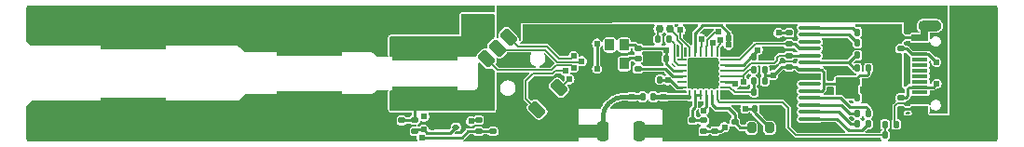
<source format=gbr>
%TF.GenerationSoftware,KiCad,Pcbnew,(6.0.7-1)-1*%
%TF.CreationDate,2022-09-06T17:11:02+08:00*%
%TF.ProjectId,ESP_PD210,4553505f-5044-4323-9130-2e6b69636164,rev?*%
%TF.SameCoordinates,Original*%
%TF.FileFunction,Copper,L1,Top*%
%TF.FilePolarity,Positive*%
%FSLAX46Y46*%
G04 Gerber Fmt 4.6, Leading zero omitted, Abs format (unit mm)*
G04 Created by KiCad (PCBNEW (6.0.7-1)-1) date 2022-09-06 17:11:02*
%MOMM*%
%LPD*%
G01*
G04 APERTURE LIST*
G04 Aperture macros list*
%AMRoundRect*
0 Rectangle with rounded corners*
0 $1 Rounding radius*
0 $2 $3 $4 $5 $6 $7 $8 $9 X,Y pos of 4 corners*
0 Add a 4 corners polygon primitive as box body*
4,1,4,$2,$3,$4,$5,$6,$7,$8,$9,$2,$3,0*
0 Add four circle primitives for the rounded corners*
1,1,$1+$1,$2,$3*
1,1,$1+$1,$4,$5*
1,1,$1+$1,$6,$7*
1,1,$1+$1,$8,$9*
0 Add four rect primitives between the rounded corners*
20,1,$1+$1,$2,$3,$4,$5,0*
20,1,$1+$1,$4,$5,$6,$7,0*
20,1,$1+$1,$6,$7,$8,$9,0*
20,1,$1+$1,$8,$9,$2,$3,0*%
%AMFreePoly0*
4,1,17,-3.000000,0.500000,-2.988336,0.607368,-2.938573,0.740112,-2.853553,0.853553,-2.740112,0.938573,-2.607368,0.988336,-2.500000,1.000000,2.500000,1.000000,2.607368,0.988336,2.740112,0.938573,2.853553,0.853553,2.938573,0.740112,2.988336,0.607368,3.000000,0.500000,3.000000,-1.000000,-3.000000,-1.000000,-3.000000,0.500000,-3.000000,0.500000,$1*%
G04 Aperture macros list end*
%TA.AperFunction,SMDPad,CuDef*%
%ADD10R,2.000000X1.270000*%
%TD*%
%TA.AperFunction,SMDPad,CuDef*%
%ADD11RoundRect,0.250000X0.250000X0.650000X-0.250000X0.650000X-0.250000X-0.650000X0.250000X-0.650000X0*%
%TD*%
%TA.AperFunction,SMDPad,CuDef*%
%ADD12RoundRect,0.140000X-0.170000X0.140000X-0.170000X-0.140000X0.170000X-0.140000X0.170000X0.140000X0*%
%TD*%
%TA.AperFunction,SMDPad,CuDef*%
%ADD13RoundRect,0.147500X0.172500X-0.147500X0.172500X0.147500X-0.172500X0.147500X-0.172500X-0.147500X0*%
%TD*%
%TA.AperFunction,SMDPad,CuDef*%
%ADD14RoundRect,0.135000X0.135000X0.185000X-0.135000X0.185000X-0.135000X-0.185000X0.135000X-0.185000X0*%
%TD*%
%TA.AperFunction,SMDPad,CuDef*%
%ADD15C,0.750000*%
%TD*%
%TA.AperFunction,SMDPad,CuDef*%
%ADD16RoundRect,0.135000X0.185000X-0.135000X0.185000X0.135000X-0.185000X0.135000X-0.185000X-0.135000X0*%
%TD*%
%TA.AperFunction,SMDPad,CuDef*%
%ADD17RoundRect,0.140000X-0.140000X-0.170000X0.140000X-0.170000X0.140000X0.170000X-0.140000X0.170000X0*%
%TD*%
%TA.AperFunction,SMDPad,CuDef*%
%ADD18RoundRect,0.140000X0.170000X-0.140000X0.170000X0.140000X-0.170000X0.140000X-0.170000X-0.140000X0*%
%TD*%
%TA.AperFunction,SMDPad,CuDef*%
%ADD19RoundRect,0.140000X0.140000X0.170000X-0.140000X0.170000X-0.140000X-0.170000X0.140000X-0.170000X0*%
%TD*%
%TA.AperFunction,SMDPad,CuDef*%
%ADD20RoundRect,0.200000X0.200000X0.275000X-0.200000X0.275000X-0.200000X-0.275000X0.200000X-0.275000X0*%
%TD*%
%TA.AperFunction,SMDPad,CuDef*%
%ADD21RoundRect,0.135000X-0.185000X0.135000X-0.185000X-0.135000X0.185000X-0.135000X0.185000X0.135000X0*%
%TD*%
%TA.AperFunction,SMDPad,CuDef*%
%ADD22RoundRect,0.225000X-0.225000X0.325000X-0.225000X-0.325000X0.225000X-0.325000X0.225000X0.325000X0*%
%TD*%
%TA.AperFunction,ComponentPad*%
%ADD23FreePoly0,0.000000*%
%TD*%
%TA.AperFunction,ComponentPad*%
%ADD24FreePoly0,180.000000*%
%TD*%
%TA.AperFunction,SMDPad,CuDef*%
%ADD25RoundRect,0.250000X0.176777X-0.530330X0.530330X-0.176777X-0.176777X0.530330X-0.530330X0.176777X0*%
%TD*%
%TA.AperFunction,SMDPad,CuDef*%
%ADD26RoundRect,0.135000X-0.135000X-0.185000X0.135000X-0.185000X0.135000X0.185000X-0.135000X0.185000X0*%
%TD*%
%TA.AperFunction,SMDPad,CuDef*%
%ADD27RoundRect,0.080000X0.920000X-0.080000X0.920000X0.080000X-0.920000X0.080000X-0.920000X-0.080000X0*%
%TD*%
%TA.AperFunction,SMDPad,CuDef*%
%ADD28RoundRect,0.112500X-0.187500X-0.112500X0.187500X-0.112500X0.187500X0.112500X-0.187500X0.112500X0*%
%TD*%
%TA.AperFunction,SMDPad,CuDef*%
%ADD29RoundRect,0.062500X0.062500X-0.350000X0.062500X0.350000X-0.062500X0.350000X-0.062500X-0.350000X0*%
%TD*%
%TA.AperFunction,SMDPad,CuDef*%
%ADD30RoundRect,0.062500X0.350000X-0.062500X0.350000X0.062500X-0.350000X0.062500X-0.350000X-0.062500X0*%
%TD*%
%TA.AperFunction,SMDPad,CuDef*%
%ADD31RoundRect,0.675000X0.675000X-0.675000X0.675000X0.675000X-0.675000X0.675000X-0.675000X-0.675000X0*%
%TD*%
%TA.AperFunction,SMDPad,CuDef*%
%ADD32R,1.450000X0.600000*%
%TD*%
%TA.AperFunction,SMDPad,CuDef*%
%ADD33R,1.450000X0.300000*%
%TD*%
%TA.AperFunction,ComponentPad*%
%ADD34O,2.100000X1.000000*%
%TD*%
%TA.AperFunction,ComponentPad*%
%ADD35O,1.600000X1.000000*%
%TD*%
%TA.AperFunction,SMDPad,CuDef*%
%ADD36RoundRect,0.147500X-0.147500X-0.172500X0.147500X-0.172500X0.147500X0.172500X-0.147500X0.172500X0*%
%TD*%
%TA.AperFunction,ViaPad*%
%ADD37C,0.604800*%
%TD*%
%TA.AperFunction,Conductor*%
%ADD38C,0.254000*%
%TD*%
%TA.AperFunction,Conductor*%
%ADD39C,0.152400*%
%TD*%
%TA.AperFunction,Conductor*%
%ADD40C,0.381000*%
%TD*%
G04 APERTURE END LIST*
D10*
%TO.P,AE1,1,FEED*%
%TO.N,GND*%
X157190000Y-104335000D03*
D11*
X155720000Y-104335000D03*
D10*
X150950000Y-104335000D03*
D11*
%TO.P,AE1,2,PCB_Trace*%
%TO.N,Net-(AE1-Pad2)*%
X152420000Y-104335000D03*
%TD*%
D12*
%TO.P,C14,1*%
%TO.N,/CART*%
X134170000Y-103350000D03*
%TO.P,C14,2*%
%TO.N,GND*%
X134170000Y-104310000D03*
%TD*%
D13*
%TO.P,L1,1,1*%
%TO.N,+3V3*%
X161630004Y-104319997D03*
%TO.P,L1,2,2*%
%TO.N,Net-(C12-Pad1)*%
X161630004Y-103349997D03*
%TD*%
D14*
%TO.P,R8,1*%
%TO.N,+3V3*%
X167169992Y-99765002D03*
%TO.P,R8,2*%
%TO.N,Net-(C16-Pad1)*%
X166149992Y-99765002D03*
%TD*%
D12*
%TO.P,C23,1*%
%TO.N,Net-(C23-Pad1)*%
X157990000Y-101200000D03*
%TO.P,C23,2*%
%TO.N,GND*%
X157990000Y-102160000D03*
%TD*%
D15*
%TO.P,J1,1,Pin_1*%
%TO.N,/RXD*%
X158540007Y-95020003D03*
%TO.P,J1,2,Pin_2*%
%TO.N,/TXD*%
X157590007Y-95020003D03*
%TO.P,J1,3,Pin_3*%
%TO.N,GND*%
X156640007Y-95020003D03*
%TD*%
D16*
%TO.P,R23,1*%
%TO.N,/SDA*%
X169380000Y-96395000D03*
%TO.P,R23,2*%
%TO.N,+3V3*%
X169380000Y-95375000D03*
%TD*%
D17*
%TO.P,C16,1*%
%TO.N,Net-(C16-Pad1)*%
X166179992Y-100780000D03*
%TO.P,C16,2*%
%TO.N,GND*%
X167139992Y-100780000D03*
%TD*%
D18*
%TO.P,C11,1*%
%TO.N,+3V3*%
X162660000Y-104314997D03*
%TO.P,C11,2*%
%TO.N,GND*%
X162660000Y-103354997D03*
%TD*%
D13*
%TO.P,L2,1,1*%
%TO.N,Net-(L2-Pad1)*%
X155659988Y-98654999D03*
%TO.P,L2,2,2*%
%TO.N,Net-(L2-Pad2)*%
X155659988Y-97684999D03*
%TD*%
D19*
%TO.P,C8,1*%
%TO.N,GND*%
X176560000Y-96315000D03*
%TO.P,C8,2*%
%TO.N,Net-(C8-Pad2)*%
X175600000Y-96315000D03*
%TD*%
D20*
%TO.P,TH1,1*%
%TO.N,+3V3*%
X167615000Y-104015000D03*
%TO.P,TH1,2*%
%TO.N,/ENV_T*%
X165965000Y-104015000D03*
%TD*%
D21*
%TO.P,R5,1*%
%TO.N,/CART*%
X135380000Y-103320000D03*
%TO.P,R5,2*%
%TO.N,Net-(D1-Pad2)*%
X135380000Y-104340000D03*
%TD*%
D14*
%TO.P,R2,1*%
%TO.N,Net-(R2-Pad1)*%
X158510000Y-95960000D03*
%TO.P,R2,2*%
%TO.N,/TXD*%
X157490000Y-95960000D03*
%TD*%
D19*
%TO.P,C5,1*%
%TO.N,+3V3*%
X158230000Y-97730000D03*
%TO.P,C5,2*%
%TO.N,GND*%
X157270000Y-97730000D03*
%TD*%
D14*
%TO.P,R1,1*%
%TO.N,+3V3*%
X176590000Y-98590000D03*
%TO.P,R1,2*%
%TO.N,Net-(C9-Pad2)*%
X175570000Y-98590000D03*
%TD*%
D17*
%TO.P,C15,1*%
%TO.N,+3V3*%
X163900012Y-95860006D03*
%TO.P,C15,2*%
%TO.N,GND*%
X164860012Y-95860006D03*
%TD*%
D21*
%TO.P,R18,1*%
%TO.N,/ENV_T*%
X164450000Y-103525000D03*
%TO.P,R18,2*%
%TO.N,GND*%
X164450000Y-104545000D03*
%TD*%
D22*
%TO.P,X1,1,~{ST}*%
%TO.N,unconnected-(X1-Pad1)*%
X153090000Y-96480000D03*
%TO.P,X1,2,GND*%
%TO.N,GND*%
X153090000Y-98180000D03*
%TO.P,X1,3,OUT*%
%TO.N,Net-(L2-Pad2)*%
X154390000Y-98180000D03*
%TO.P,X1,4,Vcc*%
%TO.N,+3V3*%
X154390000Y-96480000D03*
%TD*%
D16*
%TO.P,R10,1*%
%TO.N,Net-(R10-Pad1)*%
X141160001Y-104340000D03*
%TO.P,R10,2*%
%TO.N,/TEMP*%
X141160001Y-103320000D03*
%TD*%
D21*
%TO.P,R22,1*%
%TO.N,/SCL*%
X169380000Y-97445000D03*
%TO.P,R22,2*%
%TO.N,+3V3*%
X169380000Y-98465000D03*
%TD*%
D19*
%TO.P,C13,1*%
%TO.N,GND*%
X176560000Y-95315000D03*
%TO.P,C13,2*%
%TO.N,Net-(C13-Pad2)*%
X175600000Y-95315000D03*
%TD*%
D17*
%TO.P,C10,1*%
%TO.N,+3V3*%
X166250000Y-102295000D03*
%TO.P,C10,2*%
%TO.N,GND*%
X167210000Y-102295000D03*
%TD*%
D23*
%TO.P,J2,1,Pin_1*%
%TO.N,GND*%
X109780000Y-95865000D03*
D24*
X109780000Y-102265000D03*
D23*
%TO.P,J2,2,Pin_2*%
X125780000Y-96465000D03*
D24*
X125780000Y-101665000D03*
%TO.P,J2,3,Pin_3*%
%TO.N,/CART*%
X136280000Y-101265000D03*
D23*
X136280000Y-96865000D03*
%TD*%
D25*
%TO.P,SW1,1*%
%TO.N,/SW_A*%
X143871852Y-95776953D03*
%TO.P,SW1,2*%
%TO.N,/SW_P*%
X142881903Y-96766903D03*
%TO.P,SW1,3*%
%TO.N,/SW_C*%
X141891953Y-97756852D03*
%TO.P,SW1,4*%
%TO.N,/SW_B*%
X148468047Y-100373148D03*
%TO.P,SW1,5*%
%TO.N,GND*%
X147478097Y-101363097D03*
%TO.P,SW1,6*%
%TO.N,/SW_D*%
X146488148Y-102353047D03*
%TD*%
D26*
%TO.P,R19,1*%
%TO.N,/VCC_S*%
X178080000Y-104695000D03*
%TO.P,R19,2*%
%TO.N,GND*%
X179100000Y-104695000D03*
%TD*%
D19*
%TO.P,C2,1*%
%TO.N,Net-(C2-Pad1)*%
X176560000Y-102710000D03*
%TO.P,C2,2*%
%TO.N,Net-(C2-Pad2)*%
X175600000Y-102710000D03*
%TD*%
D17*
%TO.P,C7,1*%
%TO.N,+3V3*%
X175600000Y-99815000D03*
%TO.P,C7,2*%
%TO.N,GND*%
X176560000Y-99815000D03*
%TD*%
D19*
%TO.P,C3,1*%
%TO.N,GND*%
X176560000Y-101315000D03*
%TO.P,C3,2*%
%TO.N,+3V3*%
X175600000Y-101315000D03*
%TD*%
D27*
%TO.P,U1,1,C2P*%
%TO.N,Net-(C1-Pad2)*%
X171260000Y-103225000D03*
%TO.P,U1,2,C2N*%
%TO.N,Net-(C1-Pad1)*%
X171260000Y-102585000D03*
%TO.P,U1,3,C1P*%
%TO.N,Net-(C2-Pad2)*%
X171260000Y-101945000D03*
%TO.P,U1,4,C1N*%
%TO.N,Net-(C2-Pad1)*%
X171260000Y-101305000D03*
%TO.P,U1,5,VBAT*%
%TO.N,+3V3*%
X171260000Y-100665000D03*
%TO.P,U1,6,NC*%
%TO.N,unconnected-(U1-Pad6)*%
X171260000Y-100025000D03*
%TO.P,U1,7,GND*%
%TO.N,GND*%
X171260000Y-99385000D03*
%TO.P,U1,8,VDD*%
%TO.N,+3V3*%
X171260000Y-98745000D03*
%TO.P,U1,9,REST*%
%TO.N,Net-(C9-Pad2)*%
X171260000Y-98105000D03*
%TO.P,U1,10,SCL*%
%TO.N,/SCL*%
X171260000Y-97465000D03*
%TO.P,U1,11,SDA*%
%TO.N,/SDA*%
X171260000Y-96825000D03*
%TO.P,U1,12,IREF*%
%TO.N,unconnected-(U1-Pad12)*%
X171260000Y-96185000D03*
%TO.P,U1,13,VCOMH*%
%TO.N,Net-(C8-Pad2)*%
X171260000Y-95545000D03*
%TO.P,U1,14,VCC*%
%TO.N,Net-(C13-Pad2)*%
X171260000Y-94905000D03*
%TD*%
D28*
%TO.P,D1,1,K*%
%TO.N,GND*%
X137000000Y-103970000D03*
%TO.P,D1,2,A*%
%TO.N,Net-(D1-Pad2)*%
X139099995Y-103970000D03*
%TD*%
D17*
%TO.P,C1,1*%
%TO.N,Net-(C1-Pad1)*%
X175600000Y-103680000D03*
%TO.P,C1,2*%
%TO.N,Net-(C1-Pad2)*%
X176560000Y-103680000D03*
%TD*%
D29*
%TO.P,U2,1,ANT*%
%TO.N,Net-(C23-Pad1)*%
X160340000Y-101027500D03*
%TO.P,U2,2,VDD_ANA*%
%TO.N,Net-(C12-Pad1)*%
X160840000Y-101027500D03*
%TO.P,U2,3,VDD_ANA*%
X161340000Y-101027500D03*
%TO.P,U2,4,GPIO0*%
%TO.N,/TEMP*%
X161840000Y-101027500D03*
%TO.P,U2,5,GPIO1*%
%TO.N,/ENV_T*%
X162340000Y-101027500D03*
%TO.P,U2,6,GPIO2*%
%TO.N,/VCC_S*%
X162840000Y-101027500D03*
D30*
%TO.P,U2,7,CHIP_EN*%
%TO.N,Net-(C16-Pad1)*%
X163552500Y-100315000D03*
%TO.P,U2,8,GPIO3*%
%TO.N,/DRIVE*%
X163552500Y-99815000D03*
%TO.P,U2,9,GPIO4*%
%TO.N,/MOVE*%
X163552500Y-99315000D03*
%TO.P,U2,10,GPIO5*%
%TO.N,/SCL*%
X163552500Y-98815000D03*
%TO.P,U2,11,VDD_RTC*%
%TO.N,+3V3*%
X163552500Y-98315000D03*
%TO.P,U2,12,GPIO6*%
%TO.N,/SDA*%
X163552500Y-97815000D03*
D29*
%TO.P,U2,13,GPIO7*%
%TO.N,/SW_P*%
X162840000Y-97102500D03*
%TO.P,U2,14,GPIO8*%
%TO.N,/SW_D*%
X162340000Y-97102500D03*
%TO.P,U2,15,GPIO9*%
%TO.N,/SW_C*%
X161840000Y-97102500D03*
%TO.P,U2,16,GPIO10*%
%TO.N,/SW_B*%
X161340000Y-97102500D03*
%TO.P,U2,17,VDD_CPU*%
%TO.N,+3V3*%
X160840000Y-97102500D03*
%TO.P,U2,18,GPIO18*%
%TO.N,/SW_A*%
X160340000Y-97102500D03*
D30*
%TO.P,U2,19,U0_RXD*%
%TO.N,/RXD*%
X159627500Y-97815000D03*
%TO.P,U2,20,U0_TXD*%
%TO.N,Net-(R2-Pad1)*%
X159627500Y-98315000D03*
%TO.P,U2,21,VDD_ANA*%
%TO.N,+3V3*%
X159627500Y-98815000D03*
%TO.P,U2,22,XTAL_N*%
%TO.N,Net-(L2-Pad1)*%
X159627500Y-99315000D03*
%TO.P,U2,23,XTAL_P*%
%TO.N,unconnected-(U2-Pad23)*%
X159627500Y-99815000D03*
%TO.P,U2,24,VDDA*%
%TO.N,+3V3*%
X159627500Y-100315000D03*
D31*
%TO.P,U2,25,GND*%
%TO.N,GND*%
X161590002Y-99065012D03*
%TD*%
D12*
%TO.P,C12,1*%
%TO.N,Net-(C12-Pad1)*%
X160610000Y-103344989D03*
%TO.P,C12,2*%
%TO.N,GND*%
X160610000Y-104304989D03*
%TD*%
D32*
%TO.P,J3,A1,GND*%
%TO.N,GND*%
X181255800Y-102315000D03*
%TO.P,J3,A4,VBUS*%
%TO.N,VCC*%
X181255800Y-101515000D03*
D33*
%TO.P,J3,A5,CC1*%
%TO.N,Net-(J3-PadA5)*%
X181255800Y-100315000D03*
%TO.P,J3,A6,D+*%
%TO.N,unconnected-(J3-PadA6)*%
X181255800Y-99315000D03*
%TO.P,J3,A7,D-*%
%TO.N,unconnected-(J3-PadA7)*%
X181255800Y-98815000D03*
%TO.P,J3,A8,SBU1*%
%TO.N,unconnected-(J3-PadA8)*%
X181255800Y-97815000D03*
D32*
%TO.P,J3,A9,VBUS*%
%TO.N,VCC*%
X181255800Y-96615000D03*
%TO.P,J3,A12,GND*%
%TO.N,GND*%
X181255800Y-95815000D03*
%TO.P,J3,B1,GND*%
X181255800Y-95815000D03*
%TO.P,J3,B4,VBUS*%
%TO.N,VCC*%
X181255800Y-96615000D03*
D33*
%TO.P,J3,B5,CC2*%
%TO.N,Net-(J3-PadB5)*%
X181255800Y-97315000D03*
%TO.P,J3,B6,D+*%
%TO.N,unconnected-(J3-PadB6)*%
X181255800Y-98315000D03*
%TO.P,J3,B7,D-*%
%TO.N,unconnected-(J3-PadB7)*%
X181255800Y-99815000D03*
%TO.P,J3,B8,SBU2*%
%TO.N,unconnected-(J3-PadB8)*%
X181255800Y-100815000D03*
D32*
%TO.P,J3,B9,VBUS*%
%TO.N,VCC*%
X181255800Y-101515000D03*
%TO.P,J3,B12,GND*%
%TO.N,GND*%
X181255800Y-102315000D03*
D34*
%TO.P,J3,S1,SHIELD*%
X182170800Y-103385000D03*
X182170800Y-94745000D03*
D35*
X186350800Y-103385000D03*
X186350800Y-94745000D03*
%TD*%
D21*
%TO.P,R9,1*%
%TO.N,GND*%
X142480000Y-103320000D03*
%TO.P,R9,2*%
%TO.N,Net-(R10-Pad1)*%
X142480000Y-104340000D03*
%TD*%
D36*
%TO.P,L4,1,1*%
%TO.N,Net-(AE1-Pad2)*%
X156065000Y-101200000D03*
%TO.P,L4,2,2*%
%TO.N,Net-(C23-Pad1)*%
X157035000Y-101200000D03*
%TD*%
D16*
%TO.P,R20,1*%
%TO.N,Net-(J3-PadB5)*%
X179550000Y-96835000D03*
%TO.P,R20,2*%
%TO.N,GND*%
X179550000Y-95815000D03*
%TD*%
D17*
%TO.P,C17,1*%
%TO.N,+3V3*%
X166170010Y-97574989D03*
%TO.P,C17,2*%
%TO.N,GND*%
X167130010Y-97574989D03*
%TD*%
D18*
%TO.P,C22,1*%
%TO.N,Net-(AE1-Pad2)*%
X155111787Y-101200000D03*
%TO.P,C22,2*%
%TO.N,GND*%
X155111787Y-100240000D03*
%TD*%
D21*
%TO.P,R21,1*%
%TO.N,Net-(J3-PadA5)*%
X179550000Y-101295000D03*
%TO.P,R21,2*%
%TO.N,GND*%
X179550000Y-102315000D03*
%TD*%
D14*
%TO.P,R14,1*%
%TO.N,+3V3*%
X167160010Y-98730000D03*
%TO.P,R14,2*%
%TO.N,/MOVE*%
X166140010Y-98730000D03*
%TD*%
D18*
%TO.P,C6,1*%
%TO.N,+3V3*%
X155660000Y-96780000D03*
%TO.P,C6,2*%
%TO.N,GND*%
X155660000Y-95820000D03*
%TD*%
D19*
%TO.P,C9,1*%
%TO.N,GND*%
X176560000Y-97410000D03*
%TO.P,C9,2*%
%TO.N,Net-(C9-Pad2)*%
X175600000Y-97410000D03*
%TD*%
D14*
%TO.P,R13,1*%
%TO.N,VCC*%
X179100000Y-103705000D03*
%TO.P,R13,2*%
%TO.N,/VCC_S*%
X178080000Y-103705000D03*
%TD*%
D19*
%TO.P,C4,1*%
%TO.N,+3V3*%
X157640000Y-99640000D03*
%TO.P,C4,2*%
%TO.N,GND*%
X156680000Y-99640000D03*
%TD*%
D37*
%TO.N,GND*%
X160828002Y-98303012D03*
X179250000Y-94950000D03*
X152489992Y-100419992D03*
X173340000Y-104010000D03*
X160828002Y-99065012D03*
X161590002Y-99065012D03*
X154929992Y-95039993D03*
X163460000Y-102970000D03*
X184590000Y-95290000D03*
X168860000Y-100790000D03*
X185610000Y-99758036D03*
X167040001Y-95269990D03*
X173870000Y-98870000D03*
X167999994Y-96990002D03*
X161590002Y-98303012D03*
X162352002Y-98303012D03*
X180670000Y-104630000D03*
X160828002Y-99827012D03*
X168370000Y-102640000D03*
X162351999Y-99065004D03*
X138270000Y-103380000D03*
X161590002Y-99827012D03*
X162352002Y-99827012D03*
X156510000Y-97970000D03*
%TO.N,+3V3*%
X163889995Y-96479995D03*
X163520000Y-103960000D03*
X158343732Y-99685798D03*
X158250001Y-96939989D03*
X173949995Y-100019993D03*
X165400000Y-102290000D03*
X136230004Y-102999997D03*
X167920000Y-99240000D03*
X173949995Y-100693220D03*
X166540002Y-96925511D03*
X168429991Y-95375000D03*
%TO.N,/CART*%
X138680012Y-97219999D03*
X135109991Y-97219999D03*
X137449992Y-97219999D03*
X133880000Y-101690000D03*
X141440000Y-100120000D03*
X133879996Y-96430008D03*
X137450000Y-101690000D03*
X141400000Y-99000000D03*
X140029997Y-95935013D03*
X138680012Y-96379995D03*
X135110000Y-100880000D03*
X142100000Y-100780000D03*
X133880000Y-100880000D03*
X138680000Y-100880000D03*
X141680006Y-95947000D03*
X141010000Y-101920000D03*
X141680006Y-94423000D03*
X137450000Y-100880000D03*
X137449992Y-96379995D03*
X140029997Y-94434990D03*
X141050000Y-101030000D03*
X139910007Y-96860004D03*
X140889990Y-96709992D03*
X141680006Y-95185000D03*
X133879996Y-97219999D03*
X141770000Y-101610000D03*
X135109991Y-96430008D03*
X138680000Y-101690001D03*
X135110000Y-101690000D03*
X140040000Y-101070000D03*
X139920000Y-101880000D03*
X142130000Y-99450000D03*
%TO.N,VCC*%
X143555999Y-94031994D03*
X148127999Y-94031994D03*
X155748000Y-94032000D03*
X173274000Y-93270000D03*
X170226000Y-93270000D03*
X158796000Y-94032000D03*
X180894000Y-94032000D03*
X175560000Y-93270000D03*
X161844000Y-94032000D03*
X167940000Y-94032000D03*
X144317999Y-93269994D03*
X170226000Y-94032000D03*
X170988000Y-93270000D03*
X158034000Y-93270000D03*
X167178000Y-94032000D03*
X148890000Y-93270000D03*
X154986000Y-94032000D03*
X150414000Y-94032000D03*
X165654000Y-94032000D03*
X167178000Y-93270000D03*
X182640000Y-99000000D03*
X161082000Y-94032000D03*
X168702000Y-93270000D03*
X174798000Y-93270000D03*
X143555999Y-93269994D03*
X168702000Y-94032000D03*
X169464000Y-93270000D03*
X169464000Y-94032000D03*
X145079999Y-93269994D03*
X182418000Y-93270000D03*
X152700000Y-94032000D03*
X177846000Y-93270000D03*
X152700000Y-93270000D03*
X154224000Y-93270000D03*
X149652000Y-93270000D03*
X153462000Y-94032000D03*
X166416000Y-93270000D03*
X158796000Y-93270000D03*
X174798000Y-94032000D03*
X161082000Y-93270000D03*
X160319999Y-94031994D03*
X165654000Y-93270000D03*
X176322000Y-93270000D03*
X175560000Y-94032000D03*
X159557999Y-94031994D03*
X153462000Y-93270000D03*
X176322000Y-94032000D03*
X171750000Y-94032000D03*
X183180000Y-93270000D03*
X164130000Y-93270000D03*
X179370000Y-94032000D03*
X151938000Y-93270000D03*
X156510000Y-94032000D03*
X159558000Y-93270000D03*
X177084000Y-93270000D03*
X180132000Y-93270000D03*
X170988000Y-94032000D03*
X178608000Y-94032000D03*
X145079999Y-94031994D03*
X144610000Y-94750000D03*
X167940000Y-93270000D03*
X173274000Y-94032000D03*
X179370000Y-93270000D03*
X154224000Y-94032000D03*
X161844000Y-93270000D03*
X149652000Y-94032000D03*
X148127999Y-93269994D03*
X146603999Y-93269994D03*
X148889999Y-94031994D03*
X180894000Y-93270000D03*
X164130000Y-94032000D03*
X160320000Y-93270000D03*
X154986000Y-93270000D03*
X151938000Y-94032000D03*
X181225000Y-101515000D03*
X171750000Y-93270000D03*
X162606000Y-94032000D03*
X172512000Y-93270000D03*
X166416000Y-94032000D03*
X177084000Y-94032000D03*
X158034000Y-94032000D03*
X163368000Y-94032000D03*
X144317999Y-94031994D03*
X174036000Y-93270000D03*
X177846000Y-94032000D03*
X162606000Y-93270000D03*
X151176000Y-94032000D03*
X181210000Y-96620000D03*
X180132000Y-94032000D03*
X183220000Y-101050000D03*
X146603999Y-94031994D03*
X178608000Y-93270000D03*
X157272000Y-94032000D03*
X164892000Y-94032000D03*
X181656000Y-93270000D03*
X174036000Y-94032000D03*
X147365999Y-93269994D03*
X157272000Y-93270000D03*
X151176000Y-93270000D03*
X163368000Y-93270000D03*
X145841999Y-94031994D03*
X150414000Y-93270000D03*
X172512000Y-94032000D03*
X164892000Y-93270000D03*
X147365999Y-94031994D03*
X155748000Y-93270000D03*
X145841999Y-93269994D03*
X156510000Y-93270000D03*
%TO.N,Net-(J3-PadA5)*%
X182784057Y-100009057D03*
%TO.N,Net-(J3-PadB5)*%
X182750000Y-98025000D03*
%TO.N,/DRIVE*%
X151929998Y-98639706D03*
X151929998Y-96359497D03*
X164452305Y-100032064D03*
%TO.N,/TEMP*%
X161630004Y-102451306D03*
X140480000Y-103430000D03*
%TO.N,/MOVE*%
X165280010Y-99849991D03*
%TO.N,Net-(D1-Pad2)*%
X136180000Y-104160000D03*
%TO.N,/SW_A*%
X159509993Y-95139891D03*
X149810000Y-97494300D03*
%TO.N,/SW_P*%
X163165712Y-96004187D03*
X150540000Y-97950000D03*
%TO.N,/SW_C*%
X162918959Y-95284154D03*
X149820000Y-98555300D03*
%TO.N,/SW_B*%
X161416226Y-95909196D03*
X149420000Y-99610000D03*
%TO.N,/SW_D*%
X162453901Y-96285634D03*
X149069070Y-98860100D03*
%TO.N,Net-(R10-Pad1)*%
X136000007Y-104899993D03*
%TD*%
D38*
%TO.N,GND*%
X179550000Y-95815000D02*
X181255800Y-95815000D01*
X179550000Y-102315000D02*
X181255800Y-102315000D01*
%TO.N,Net-(C1-Pad1)*%
X175600000Y-103680000D02*
X175000000Y-103680000D01*
X173905000Y-102585000D02*
X171260000Y-102585000D01*
X175000000Y-103680000D02*
X173905000Y-102585000D01*
%TO.N,Net-(C1-Pad2)*%
X173725000Y-103225000D02*
X171260000Y-103225000D01*
X176560000Y-103680000D02*
X175970600Y-104269400D01*
X175970600Y-104269400D02*
X174769400Y-104269400D01*
X174769400Y-104269400D02*
X173725000Y-103225000D01*
%TO.N,Net-(C2-Pad1)*%
X176370000Y-102090000D02*
X176560000Y-102280000D01*
X174085000Y-101305000D02*
X174870000Y-102090000D01*
X171260000Y-101305000D02*
X174085000Y-101305000D01*
X176560000Y-102280000D02*
X176560000Y-102710000D01*
X174870000Y-102090000D02*
X176370000Y-102090000D01*
%TO.N,Net-(C2-Pad2)*%
X174880000Y-102710000D02*
X174115000Y-101945000D01*
X175600000Y-102710000D02*
X174880000Y-102710000D01*
X174115000Y-101945000D02*
X171260000Y-101945000D01*
%TO.N,+3V3*%
X163900002Y-95408463D02*
X163900002Y-95860006D01*
X160834426Y-97096926D02*
X160834426Y-95415557D01*
X158230000Y-97730000D02*
X158230000Y-96959990D01*
X172539400Y-98959400D02*
X172325000Y-98745000D01*
X172539400Y-100480600D02*
X172539400Y-99819400D01*
X160840000Y-97102500D02*
X160834426Y-97096926D01*
X176590000Y-98590000D02*
X176590000Y-99100000D01*
X154390000Y-96480000D02*
X155360000Y-96480000D01*
X172325000Y-98745000D02*
X171260000Y-98745000D01*
X171260000Y-100665000D02*
X172355000Y-100665000D01*
X161630004Y-104319997D02*
X162655000Y-104319997D01*
X169975000Y-98465000D02*
X170255000Y-98745000D01*
X158250001Y-96939989D02*
X158090012Y-96780000D01*
X157685798Y-99685798D02*
X157640000Y-99640000D01*
X167920010Y-99240010D02*
X167220011Y-99240010D01*
X158230000Y-96959990D02*
X158250001Y-96939989D01*
X158585798Y-99685798D02*
X159215000Y-100315000D01*
X170255000Y-98745000D02*
X171260000Y-98745000D01*
X175850000Y-99210000D02*
X175600000Y-99460000D01*
X172559400Y-100020000D02*
X173950000Y-100020000D01*
X165957919Y-97574989D02*
X166170010Y-97574989D01*
X158343732Y-99685798D02*
X158585798Y-99685798D01*
X169380000Y-98465000D02*
X169975000Y-98465000D01*
X176480000Y-99210000D02*
X175850000Y-99210000D01*
X158090012Y-96780000D02*
X155660000Y-96780000D01*
X163552500Y-98315000D02*
X165217908Y-98315000D01*
X172355000Y-100665000D02*
X172539400Y-100480600D01*
X165217908Y-98315000D02*
X165957919Y-97574989D01*
X160834426Y-95415557D02*
X161547629Y-94702354D01*
X168695000Y-98465000D02*
X167920000Y-99240000D01*
X163890000Y-96480000D02*
X163890000Y-95870018D01*
X166170010Y-97574989D02*
X166170010Y-97295490D01*
X158343732Y-99685798D02*
X157685798Y-99685798D01*
X172539400Y-99819400D02*
X172539400Y-98959400D01*
X163890000Y-95870018D02*
X163900012Y-95860006D01*
X158869747Y-98815000D02*
X159627500Y-98815000D01*
X158341888Y-98287159D02*
X158869747Y-98815000D01*
X162660000Y-104314997D02*
X163165003Y-104314997D01*
X169380000Y-98465000D02*
X168695000Y-98465000D01*
X167169992Y-99765002D02*
X167169992Y-98739982D01*
X158230000Y-98175271D02*
X158341888Y-98287159D01*
X161547629Y-94702354D02*
X163193893Y-94702354D01*
X159215000Y-100315000D02*
X159627500Y-100315000D01*
X158230000Y-97730000D02*
X158230000Y-98175271D01*
X162655000Y-104319997D02*
X162660000Y-104314997D01*
X163165003Y-104314997D02*
X163520000Y-103960000D01*
X155360000Y-96480000D02*
X155660000Y-96780000D01*
X168429991Y-95375000D02*
X169380000Y-95375000D01*
X166250000Y-102650000D02*
X167615000Y-104015000D01*
X165405000Y-102295000D02*
X165400000Y-102290000D01*
X175600000Y-99460000D02*
X175600000Y-99815000D01*
X166250000Y-102295000D02*
X165405000Y-102295000D01*
X166250000Y-102295000D02*
X166250000Y-102650000D01*
X167169992Y-98739982D02*
X167160010Y-98730000D01*
X176590000Y-99100000D02*
X176480000Y-99210000D01*
X163193893Y-94702354D02*
X163900002Y-95408463D01*
X166170010Y-97295490D02*
X166540000Y-96925500D01*
%TO.N,Net-(C8-Pad2)*%
X171260000Y-95545000D02*
X174830000Y-95545000D01*
X174830000Y-95545000D02*
X175600000Y-96315000D01*
%TO.N,Net-(C9-Pad2)*%
X171260000Y-98105000D02*
X174780000Y-98105000D01*
X175265000Y-98590000D02*
X174780000Y-98105000D01*
X175570000Y-98590000D02*
X175265000Y-98590000D01*
X174780000Y-98105000D02*
X175475000Y-97410000D01*
X175475000Y-97410000D02*
X175600000Y-97410000D01*
%TO.N,Net-(C12-Pad1)*%
X160610000Y-103344989D02*
X160610000Y-102390000D01*
X160840000Y-101027500D02*
X161340000Y-101027500D01*
X160610000Y-102390000D02*
X160840000Y-102160000D01*
X160615008Y-103349997D02*
X160610000Y-103344989D01*
X161630004Y-103349997D02*
X160615008Y-103349997D01*
X160840000Y-102160000D02*
X160840000Y-101027500D01*
%TO.N,Net-(C13-Pad2)*%
X175190000Y-94905000D02*
X175600000Y-95315000D01*
X171260000Y-94905000D02*
X175190000Y-94905000D01*
%TO.N,/CART*%
X134170000Y-103350000D02*
X135350000Y-103350000D01*
X135380000Y-103320000D02*
X135380000Y-101960000D01*
X135350000Y-103350000D02*
X135380000Y-103320000D01*
X135380000Y-101960000D02*
X135110000Y-101690000D01*
D39*
%TO.N,VCC*%
X180378400Y-101515000D02*
X180077000Y-101816400D01*
X179000000Y-102030792D02*
X179000000Y-103605000D01*
X181255800Y-101515000D02*
X181225000Y-101515000D01*
X181225000Y-101515000D02*
X180378400Y-101515000D01*
X180077000Y-101816400D02*
X179214392Y-101816400D01*
X179214392Y-101816400D02*
X179000000Y-102030792D01*
X179000000Y-103605000D02*
X179100000Y-103705000D01*
%TO.N,/TXD*%
X157590007Y-95020003D02*
X157590000Y-95020000D01*
X157490000Y-95120010D02*
X157590007Y-95020003D01*
X157490000Y-95960000D02*
X157490000Y-95120010D01*
%TO.N,/RXD*%
X159627500Y-96448552D02*
X159627500Y-97815000D01*
X159205200Y-96026252D02*
X159627500Y-96448552D01*
X159205200Y-95685196D02*
X159205200Y-96026252D01*
X158540007Y-95020003D02*
X159205200Y-95685196D01*
D38*
%TO.N,Net-(J3-PadA5)*%
X182784057Y-100009057D02*
X182478114Y-100315000D01*
X182478114Y-100315000D02*
X181255800Y-100315000D01*
X180180000Y-100457000D02*
X180322000Y-100315000D01*
X180180000Y-101115000D02*
X180180000Y-100457000D01*
X180000000Y-101295000D02*
X180180000Y-101115000D01*
X180322000Y-100315000D02*
X181255800Y-100315000D01*
X179550000Y-101295000D02*
X180000000Y-101295000D01*
%TO.N,Net-(J3-PadB5)*%
X180050000Y-96835000D02*
X179550000Y-96835000D01*
X181255800Y-97315000D02*
X180530000Y-97315000D01*
X182040000Y-97315000D02*
X181255800Y-97315000D01*
X182040000Y-97315000D02*
X182750000Y-98025000D01*
X180530000Y-97315000D02*
X180050000Y-96835000D01*
%TO.N,Net-(L2-Pad1)*%
X155659988Y-98654999D02*
X158135017Y-98654999D01*
X158795009Y-99314991D02*
X159627494Y-99314991D01*
X158135017Y-98654999D02*
X158795009Y-99314991D01*
%TO.N,Net-(L2-Pad2)*%
X154390000Y-98180000D02*
X154890000Y-97680000D01*
X154890000Y-97680000D02*
X155654989Y-97680000D01*
X155654989Y-97680000D02*
X155659988Y-97684999D01*
D39*
%TO.N,Net-(R2-Pad1)*%
X159627500Y-98315000D02*
X159303322Y-98315000D01*
X158940000Y-96390000D02*
X158510000Y-95960000D01*
X159303322Y-98315000D02*
X158940000Y-97951678D01*
X158940000Y-97951678D02*
X158940000Y-96390000D01*
%TO.N,Net-(C16-Pad1)*%
X163552505Y-100314989D02*
X163984989Y-100314989D01*
D38*
X166149992Y-100750000D02*
X166179992Y-100780000D01*
D39*
X163984989Y-100314989D02*
X164450012Y-100780012D01*
D38*
X166149992Y-99765002D02*
X166149992Y-100750000D01*
D39*
X164450012Y-100780012D02*
X166179983Y-100780012D01*
D38*
%TO.N,/DRIVE*%
X164235231Y-99814990D02*
X164452305Y-100032064D01*
X163552505Y-99814990D02*
X164235231Y-99814990D01*
X151929998Y-96359497D02*
X151929998Y-98639706D01*
%TO.N,/TEMP*%
X161840000Y-101027500D02*
X161840000Y-102100000D01*
X141160001Y-103320000D02*
X140590000Y-103320000D01*
X161840000Y-102100000D02*
X161630000Y-102310000D01*
X140590000Y-103320000D02*
X140480000Y-103430000D01*
X161630000Y-102310000D02*
X161630000Y-102451302D01*
D39*
%TO.N,/VCC_S*%
X169320000Y-102220000D02*
X169320000Y-103990000D01*
X178080000Y-104695000D02*
X178080000Y-103705000D01*
X170025000Y-104695000D02*
X178080000Y-104695000D01*
X168800000Y-101700000D02*
X169320000Y-102220000D01*
X162840000Y-101460000D02*
X163080000Y-101700000D01*
X162840000Y-101027500D02*
X162840000Y-101460000D01*
X169320000Y-103990000D02*
X170025000Y-104695000D01*
X163080000Y-101700000D02*
X168800000Y-101700000D01*
%TO.N,/MOVE*%
X165736854Y-98730000D02*
X166140010Y-98730000D01*
X165280010Y-99849991D02*
X165280010Y-99443156D01*
X165280010Y-99443156D02*
X165151854Y-99315000D01*
X165151854Y-99315000D02*
X165736854Y-98730000D01*
X163552500Y-99315000D02*
X165151854Y-99315000D01*
D38*
%TO.N,Net-(D1-Pad2)*%
X135560000Y-104160000D02*
X135380000Y-104340000D01*
X136494400Y-104474400D02*
X136180000Y-104160000D01*
X136180000Y-104160000D02*
X135560000Y-104160000D01*
X138595595Y-104474400D02*
X136494400Y-104474400D01*
X139099995Y-103970000D02*
X138595595Y-104474400D01*
%TO.N,/ENV_T*%
X163900000Y-102240000D02*
X164450000Y-102790000D01*
X162340000Y-101850000D02*
X162730000Y-102240000D01*
X165965000Y-104015000D02*
X164940000Y-104015000D01*
X164940000Y-104015000D02*
X164450000Y-103525000D01*
X162340000Y-101027500D02*
X162340000Y-101850000D01*
X164450000Y-102790000D02*
X164450000Y-103525000D01*
X162730000Y-102240000D02*
X163900000Y-102240000D01*
D39*
%TO.N,/SW_A*%
X144725200Y-96635200D02*
X143871852Y-95781852D01*
X149584300Y-97720000D02*
X148460000Y-97720000D01*
X160071636Y-96460000D02*
X160070000Y-96460000D01*
X160340000Y-96728364D02*
X160071636Y-96460000D01*
X160070000Y-96460000D02*
X159510000Y-95900000D01*
X149810000Y-97494300D02*
X149584300Y-97720000D01*
X159510000Y-95900000D02*
X159510000Y-95139900D01*
X148460000Y-97720000D02*
X147375200Y-96635200D01*
X160340000Y-97102500D02*
X160340000Y-96728364D01*
X147375200Y-96635200D02*
X144725200Y-96635200D01*
%TO.N,/SW_P*%
X143055000Y-96940000D02*
X142881903Y-96766903D01*
X162839181Y-96729181D02*
X162840000Y-96730000D01*
X150540000Y-97950000D02*
X150465200Y-98024800D01*
X150465200Y-98024800D02*
X148333748Y-98024800D01*
X148333748Y-98024800D02*
X147248948Y-96940000D01*
X147248948Y-96940000D02*
X143055000Y-96940000D01*
X162840000Y-96730000D02*
X162840000Y-97102500D01*
X163165712Y-96004187D02*
X163165712Y-96402650D01*
X163165712Y-96402650D02*
X162839181Y-96729181D01*
%TO.N,/SW_C*%
X141891953Y-97761953D02*
X142900000Y-98770000D01*
X141891953Y-97756852D02*
X141891953Y-97761953D01*
X147767096Y-98770000D02*
X148207496Y-98329600D01*
X161922901Y-96522901D02*
X161840000Y-96605802D01*
X142900000Y-98770000D02*
X147767096Y-98770000D01*
X162918959Y-95284154D02*
X162705140Y-95284154D01*
X148207496Y-98329600D02*
X149594300Y-98329600D01*
X161922901Y-96066393D02*
X161922901Y-96522901D01*
X161840000Y-96605802D02*
X161840000Y-97102500D01*
X149594300Y-98329600D02*
X149820000Y-98555300D01*
X162705140Y-95284154D02*
X161922901Y-96066393D01*
%TO.N,/SW_B*%
X148468047Y-100373148D02*
X148656852Y-100373148D01*
X161416226Y-95909196D02*
X161416226Y-96643774D01*
X148656852Y-100373148D02*
X149420000Y-99610000D01*
X161340000Y-96720000D02*
X161340000Y-97102500D01*
X161416226Y-96643774D02*
X161340000Y-96720000D01*
%TO.N,/SW_D*%
X146125200Y-99074800D02*
X145470000Y-99730000D01*
X147893348Y-99074800D02*
X146125200Y-99074800D01*
X145470000Y-101334899D02*
X146488148Y-102353047D01*
X149069070Y-98860100D02*
X148108048Y-98860100D01*
X148108048Y-98860100D02*
X147893348Y-99074800D01*
X162340000Y-96399535D02*
X162340000Y-97102500D01*
X162453901Y-96285634D02*
X162340000Y-96399535D01*
X145470000Y-99730000D02*
X145470000Y-101334899D01*
%TO.N,/SCL*%
X168300000Y-97890000D02*
X168300000Y-97620000D01*
X168300000Y-97620000D02*
X168475000Y-97445000D01*
X168475000Y-97445000D02*
X169380000Y-97445000D01*
X168070000Y-98120000D02*
X168300000Y-97890000D01*
X163552500Y-98815000D02*
X165220802Y-98815000D01*
D38*
X171240000Y-97445000D02*
X171260000Y-97465000D01*
D39*
X165220802Y-98815000D02*
X165915802Y-98120000D01*
D38*
X169380000Y-97445000D02*
X171240000Y-97445000D01*
D39*
X165915802Y-98120000D02*
X168070000Y-98120000D01*
D38*
%TO.N,/SDA*%
X170305000Y-96825000D02*
X171260000Y-96825000D01*
D39*
X166305000Y-96395000D02*
X169380000Y-96395000D01*
D38*
X169380000Y-96395000D02*
X169875000Y-96395000D01*
D39*
X163552500Y-97815000D02*
X164885000Y-97815000D01*
X164885000Y-97815000D02*
X166305000Y-96395000D01*
D38*
X169875000Y-96395000D02*
X170305000Y-96825000D01*
D40*
%TO.N,Net-(C23-Pad1)*%
X157990007Y-101200001D02*
X160269098Y-101200001D01*
X157035000Y-101200000D02*
X157990000Y-101200000D01*
D38*
%TO.N,Net-(R10-Pad1)*%
X139650000Y-104900000D02*
X136000000Y-104900000D01*
X141160001Y-104340000D02*
X140210000Y-104340000D01*
X141160001Y-104340000D02*
X142480000Y-104340000D01*
X140210000Y-104340000D02*
X139650000Y-104900000D01*
D40*
%TO.N,Net-(AE1-Pad2)*%
X155111787Y-101200000D02*
X154414386Y-101200000D01*
X152482254Y-104272746D02*
X152420000Y-104335000D01*
X152482254Y-102884366D02*
X152482254Y-104272746D01*
X156065000Y-101200000D02*
X155111787Y-101200000D01*
X152990004Y-101790004D02*
G75*
G02*
X154414386Y-101200000I1424396J-1424396D01*
G01*
X152482241Y-102884365D02*
G75*
G02*
X152990000Y-101790000I1760459J-151835D01*
G01*
%TD*%
%TA.AperFunction,Conductor*%
%TO.N,+3V3*%
G36*
X175615790Y-99458746D02*
G01*
X175662543Y-99512175D01*
X175674185Y-99564909D01*
X175676395Y-101255242D01*
X175656482Y-101323389D01*
X175602887Y-101369952D01*
X175550243Y-101381407D01*
X175130391Y-101380897D01*
X174608138Y-101380263D01*
X174540042Y-101360178D01*
X174519196Y-101343358D01*
X174317158Y-101141320D01*
X174315825Y-101139776D01*
X174313601Y-101135226D01*
X174280270Y-101104307D01*
X174276865Y-101101027D01*
X174264512Y-101088674D01*
X174260733Y-101086081D01*
X174258666Y-101084266D01*
X174245686Y-101072226D01*
X174237156Y-101064313D01*
X174226348Y-101060001D01*
X174220388Y-101056233D01*
X174216409Y-101054108D01*
X174209958Y-101051249D01*
X174200364Y-101044668D01*
X174178641Y-101039513D01*
X174161044Y-101033948D01*
X174140308Y-101025675D01*
X174134444Y-101025100D01*
X174131356Y-101025100D01*
X174128293Y-101024950D01*
X174128310Y-101024592D01*
X174121849Y-101023836D01*
X174121848Y-101023847D01*
X174110232Y-101023279D01*
X174098910Y-101020592D01*
X174087381Y-101022161D01*
X174087380Y-101022161D01*
X174074243Y-101023949D01*
X174057252Y-101025100D01*
X173709600Y-101025100D01*
X173641479Y-101005098D01*
X173594986Y-100951442D01*
X173583600Y-100899100D01*
X173583600Y-99574010D01*
X173603602Y-99505889D01*
X173657258Y-99459396D01*
X173708988Y-99448011D01*
X175547573Y-99439075D01*
X175615790Y-99458746D01*
G37*
%TD.AperFunction*%
%TD*%
%TA.AperFunction,Conductor*%
%TO.N,GND*%
G36*
X188108530Y-92871441D02*
G01*
X188116220Y-92872796D01*
X188128783Y-92875010D01*
X188135261Y-92873867D01*
X188139313Y-92873867D01*
X188153981Y-92875311D01*
X188184431Y-92881365D01*
X188188625Y-92882199D01*
X188215734Y-92893426D01*
X188254027Y-92919009D01*
X188274776Y-92939756D01*
X188300366Y-92978050D01*
X188311597Y-93005161D01*
X188318442Y-93039572D01*
X188319887Y-93054246D01*
X188319887Y-93058520D01*
X188318744Y-93065000D01*
X188319886Y-93071477D01*
X188319886Y-93071478D01*
X188322312Y-93085235D01*
X188323454Y-93098293D01*
X188323454Y-105031735D01*
X188322311Y-105044794D01*
X188319891Y-105058518D01*
X188319891Y-105058522D01*
X188318749Y-105065000D01*
X188319891Y-105071477D01*
X188319891Y-105075529D01*
X188318447Y-105090194D01*
X188312017Y-105122523D01*
X188311559Y-105124824D01*
X188300328Y-105151935D01*
X188274748Y-105190214D01*
X188254000Y-105210960D01*
X188215721Y-105236535D01*
X188188611Y-105247763D01*
X188153781Y-105254688D01*
X188139112Y-105256132D01*
X188135263Y-105256132D01*
X188128784Y-105254989D01*
X188109209Y-105258439D01*
X188108533Y-105258558D01*
X188095481Y-105259699D01*
X178419570Y-105259699D01*
X178371232Y-105242106D01*
X178345512Y-105197557D01*
X178354445Y-105146899D01*
X178376051Y-105123527D01*
X178380893Y-105121376D01*
X178443641Y-105058518D01*
X178451760Y-105050385D01*
X178451761Y-105050384D01*
X178456665Y-105045471D01*
X178459842Y-105038286D01*
X178497743Y-104952554D01*
X178500031Y-104947379D01*
X178502424Y-104926852D01*
X178502648Y-104924934D01*
X178502648Y-104924933D01*
X178502900Y-104922772D01*
X178502900Y-104467228D01*
X178502438Y-104463338D01*
X178500580Y-104447730D01*
X178499913Y-104442124D01*
X178456376Y-104344107D01*
X178451465Y-104339205D01*
X178451464Y-104339203D01*
X178385387Y-104273242D01*
X178385386Y-104273241D01*
X178380471Y-104268335D01*
X178374119Y-104265527D01*
X178369060Y-104262063D01*
X178339116Y-104220237D01*
X178343063Y-104168949D01*
X178368953Y-104138039D01*
X178374547Y-104134195D01*
X178380893Y-104131376D01*
X178385797Y-104126463D01*
X178385799Y-104126462D01*
X178451760Y-104060385D01*
X178451761Y-104060384D01*
X178456665Y-104055471D01*
X178459488Y-104049087D01*
X178494484Y-103969926D01*
X178500031Y-103957379D01*
X178502900Y-103932772D01*
X178502900Y-103477228D01*
X178502387Y-103472912D01*
X178500580Y-103457730D01*
X178499913Y-103452124D01*
X178456376Y-103354107D01*
X178451465Y-103349205D01*
X178451464Y-103349203D01*
X178385385Y-103283240D01*
X178385384Y-103283239D01*
X178380471Y-103278335D01*
X178374121Y-103275528D01*
X178374120Y-103275527D01*
X178320719Y-103251919D01*
X178282379Y-103234969D01*
X178272173Y-103233779D01*
X178259934Y-103232352D01*
X178259933Y-103232352D01*
X178257772Y-103232100D01*
X177902228Y-103232100D01*
X177900021Y-103232363D01*
X177900014Y-103232363D01*
X177884755Y-103234179D01*
X177877124Y-103235087D01*
X177779107Y-103278624D01*
X177774205Y-103283535D01*
X177774203Y-103283536D01*
X177708451Y-103349404D01*
X177703335Y-103354529D01*
X177700528Y-103360879D01*
X177700527Y-103360880D01*
X177684798Y-103396459D01*
X177659969Y-103452621D01*
X177657100Y-103477228D01*
X177657100Y-103932772D01*
X177657363Y-103934979D01*
X177657363Y-103934986D01*
X177658867Y-103947623D01*
X177660087Y-103957876D01*
X177703624Y-104055893D01*
X177708535Y-104060795D01*
X177708536Y-104060797D01*
X177774613Y-104126758D01*
X177779529Y-104131665D01*
X177785881Y-104134473D01*
X177790940Y-104137937D01*
X177820884Y-104179763D01*
X177816937Y-104231051D01*
X177791047Y-104261961D01*
X177785453Y-104265805D01*
X177779107Y-104268624D01*
X177774203Y-104273537D01*
X177774201Y-104273538D01*
X177708240Y-104339615D01*
X177703335Y-104344529D01*
X177700528Y-104350879D01*
X177700527Y-104350880D01*
X177669480Y-104421107D01*
X177633844Y-104458203D01*
X177600702Y-104465900D01*
X176351487Y-104465900D01*
X176303149Y-104448307D01*
X176277429Y-104403758D01*
X176286362Y-104353100D01*
X176298313Y-104337525D01*
X176338034Y-104297805D01*
X176470914Y-104164925D01*
X176517534Y-104143186D01*
X176524088Y-104142900D01*
X176726870Y-104142899D01*
X176743520Y-104142899D01*
X176769055Y-104139862D01*
X176868774Y-104095568D01*
X176918375Y-104045880D01*
X176940957Y-104023259D01*
X176940958Y-104023258D01*
X176945862Y-104018345D01*
X176951032Y-104006652D01*
X176961041Y-103984011D01*
X176989982Y-103918549D01*
X176991455Y-103905915D01*
X176992648Y-103895683D01*
X176992648Y-103895682D01*
X176992900Y-103893521D01*
X176992899Y-103466480D01*
X176989862Y-103440945D01*
X176945568Y-103341226D01*
X176899776Y-103295514D01*
X176873259Y-103269043D01*
X176873258Y-103269042D01*
X176868345Y-103264138D01*
X176861994Y-103261330D01*
X176856267Y-103257409D01*
X176858079Y-103254762D01*
X176830311Y-103228074D01*
X176824814Y-103176928D01*
X176853478Y-103134215D01*
X176856722Y-103132340D01*
X176856708Y-103132319D01*
X176862432Y-103128385D01*
X176868774Y-103125568D01*
X176938993Y-103055226D01*
X176940957Y-103053259D01*
X176940958Y-103053258D01*
X176945862Y-103048345D01*
X176949010Y-103041226D01*
X176968510Y-102997116D01*
X176989982Y-102948549D01*
X176991919Y-102931933D01*
X176992648Y-102925683D01*
X176992648Y-102925682D01*
X176992900Y-102923521D01*
X176992899Y-102496480D01*
X176989862Y-102470945D01*
X176945568Y-102371226D01*
X176904034Y-102329765D01*
X176873256Y-102299040D01*
X176873255Y-102299039D01*
X176868345Y-102294138D01*
X176868560Y-102293923D01*
X176841288Y-102255825D01*
X176838572Y-102238430D01*
X176838043Y-102224337D01*
X176838042Y-102224334D01*
X176837782Y-102217399D01*
X176832801Y-102205805D01*
X176827966Y-102189892D01*
X176826928Y-102184318D01*
X176825657Y-102177492D01*
X176811983Y-102155308D01*
X176806909Y-102145539D01*
X176801290Y-102132461D01*
X176796622Y-102121596D01*
X176792882Y-102117043D01*
X176787412Y-102111573D01*
X176776570Y-102097858D01*
X176774586Y-102094639D01*
X176770943Y-102088729D01*
X176748386Y-102071576D01*
X176740731Y-102064892D01*
X176603674Y-101927836D01*
X176600554Y-101924222D01*
X176598601Y-101920226D01*
X176564566Y-101888654D01*
X176562535Y-101886697D01*
X176549512Y-101873674D01*
X176546656Y-101871714D01*
X176544872Y-101870232D01*
X176541792Y-101867528D01*
X176522156Y-101849313D01*
X176515711Y-101846742D01*
X176515710Y-101846741D01*
X176510438Y-101844638D01*
X176495768Y-101836805D01*
X176491090Y-101833596D01*
X176485364Y-101829668D01*
X176478606Y-101828064D01*
X176478605Y-101828064D01*
X176460015Y-101823653D01*
X176449517Y-101820334D01*
X176425308Y-101810675D01*
X176419444Y-101810100D01*
X176411707Y-101810100D01*
X176394343Y-101808068D01*
X176383910Y-101805592D01*
X176377032Y-101806528D01*
X176377031Y-101806528D01*
X176355834Y-101809413D01*
X176345693Y-101810100D01*
X176010706Y-101810100D01*
X175962368Y-101792507D01*
X175936648Y-101747958D01*
X175945581Y-101697300D01*
X175957485Y-101681772D01*
X175980957Y-101658259D01*
X175980958Y-101658258D01*
X175985862Y-101653345D01*
X175989281Y-101645613D01*
X176007506Y-101604387D01*
X176029982Y-101553549D01*
X176031761Y-101538290D01*
X176032648Y-101530683D01*
X176032648Y-101530682D01*
X176032900Y-101528521D01*
X176032899Y-101101480D01*
X176029862Y-101075945D01*
X175985568Y-100976226D01*
X175927865Y-100918624D01*
X175913259Y-100904043D01*
X175913258Y-100904042D01*
X175908345Y-100899138D01*
X175878515Y-100885950D01*
X175841420Y-100850316D01*
X175833723Y-100817271D01*
X175833714Y-100810004D01*
X175833064Y-100313177D01*
X175850594Y-100264817D01*
X175877738Y-100244354D01*
X175902430Y-100233386D01*
X175908774Y-100230568D01*
X175964811Y-100174433D01*
X175980957Y-100158259D01*
X175980958Y-100158258D01*
X175985862Y-100153345D01*
X175991823Y-100139863D01*
X176006449Y-100106779D01*
X176029982Y-100053549D01*
X176032900Y-100028521D01*
X176032899Y-99601480D01*
X176029862Y-99575945D01*
X176032246Y-99575662D01*
X176035636Y-99533764D01*
X176071771Y-99497154D01*
X176103996Y-99489900D01*
X176429435Y-99489900D01*
X176434197Y-99490250D01*
X176438403Y-99491694D01*
X176445338Y-99491434D01*
X176445341Y-99491434D01*
X176484775Y-99489953D01*
X176487596Y-99489900D01*
X176506031Y-99489900D01*
X176509436Y-99489266D01*
X176511754Y-99489052D01*
X176515843Y-99488787D01*
X176535661Y-99488043D01*
X176535663Y-99488042D01*
X176542601Y-99487782D01*
X176548979Y-99485042D01*
X176548983Y-99485041D01*
X176554194Y-99482802D01*
X176570106Y-99477968D01*
X176575681Y-99476930D01*
X176575688Y-99476927D01*
X176582508Y-99475657D01*
X176588416Y-99472015D01*
X176588419Y-99472014D01*
X176604691Y-99461984D01*
X176614463Y-99456907D01*
X176632529Y-99449145D01*
X176638404Y-99446621D01*
X176642957Y-99442881D01*
X176648425Y-99437413D01*
X176662137Y-99426573D01*
X176671271Y-99420943D01*
X176688429Y-99398379D01*
X176695114Y-99390724D01*
X176752163Y-99333675D01*
X176755779Y-99330554D01*
X176759774Y-99328601D01*
X176764497Y-99323509D01*
X176764499Y-99323508D01*
X176791334Y-99294579D01*
X176793292Y-99292547D01*
X176806326Y-99279513D01*
X176808286Y-99276656D01*
X176809784Y-99274853D01*
X176812489Y-99271773D01*
X176825966Y-99257246D01*
X176825968Y-99257244D01*
X176830687Y-99252156D01*
X176835362Y-99240436D01*
X176843195Y-99225768D01*
X176850332Y-99215364D01*
X176852561Y-99205974D01*
X176856349Y-99190010D01*
X176859670Y-99179509D01*
X176867360Y-99160235D01*
X176867361Y-99160231D01*
X176869325Y-99155308D01*
X176869900Y-99149444D01*
X176869900Y-99141708D01*
X176871932Y-99124344D01*
X176872805Y-99120664D01*
X176874408Y-99113911D01*
X176873438Y-99106779D01*
X176870587Y-99085835D01*
X176869900Y-99075694D01*
X176869900Y-99068516D01*
X176887493Y-99020178D01*
X176891879Y-99015388D01*
X176895604Y-99011657D01*
X176929750Y-98977451D01*
X176961760Y-98945385D01*
X176961761Y-98945384D01*
X176966665Y-98940471D01*
X176969603Y-98933827D01*
X176996494Y-98872999D01*
X177010031Y-98842379D01*
X177011473Y-98830009D01*
X177012648Y-98819934D01*
X177012648Y-98819933D01*
X177012900Y-98817772D01*
X177012900Y-98362228D01*
X177012339Y-98357506D01*
X177010580Y-98342730D01*
X177009913Y-98337124D01*
X176966376Y-98239107D01*
X176961465Y-98234205D01*
X176961464Y-98234203D01*
X176895385Y-98168240D01*
X176895384Y-98168239D01*
X176890471Y-98163335D01*
X176884121Y-98160528D01*
X176884120Y-98160527D01*
X176826385Y-98135003D01*
X176792379Y-98119969D01*
X176770028Y-98117363D01*
X176769934Y-98117352D01*
X176769933Y-98117352D01*
X176767772Y-98117100D01*
X176412228Y-98117100D01*
X176410021Y-98117363D01*
X176410014Y-98117363D01*
X176393852Y-98119287D01*
X176387124Y-98120087D01*
X176289107Y-98163624D01*
X176284205Y-98168535D01*
X176284203Y-98168536D01*
X176218240Y-98234615D01*
X176213335Y-98239529D01*
X176210528Y-98245879D01*
X176210527Y-98245880D01*
X176194839Y-98281367D01*
X176169969Y-98337621D01*
X176169314Y-98343239D01*
X176167651Y-98357506D01*
X176167100Y-98362228D01*
X176167100Y-98817772D01*
X176167363Y-98819979D01*
X176167363Y-98819986D01*
X176170087Y-98842876D01*
X176168128Y-98843109D01*
X176164636Y-98886237D01*
X176128500Y-98922846D01*
X176096277Y-98930100D01*
X176063686Y-98930100D01*
X176015348Y-98912507D01*
X175989628Y-98867958D01*
X175990796Y-98842468D01*
X175990031Y-98842379D01*
X175992648Y-98819934D01*
X175992648Y-98819933D01*
X175992900Y-98817772D01*
X175992900Y-98362228D01*
X175992339Y-98357506D01*
X175990580Y-98342730D01*
X175989913Y-98337124D01*
X175946376Y-98239107D01*
X175941465Y-98234205D01*
X175941464Y-98234203D01*
X175875385Y-98168240D01*
X175875384Y-98168239D01*
X175870471Y-98163335D01*
X175864121Y-98160528D01*
X175864120Y-98160527D01*
X175806385Y-98135003D01*
X175772379Y-98119969D01*
X175750028Y-98117363D01*
X175749934Y-98117352D01*
X175749933Y-98117352D01*
X175747772Y-98117100D01*
X175392228Y-98117100D01*
X175390021Y-98117363D01*
X175390014Y-98117363D01*
X175373852Y-98119287D01*
X175367124Y-98120087D01*
X175361964Y-98122379D01*
X175356528Y-98123873D01*
X175355845Y-98121387D01*
X175314425Y-98124253D01*
X175272831Y-98093987D01*
X175260423Y-98044067D01*
X175282031Y-97998807D01*
X175385912Y-97894926D01*
X175432532Y-97873186D01*
X175439086Y-97872900D01*
X175750740Y-97872899D01*
X175783520Y-97872899D01*
X175809055Y-97869862D01*
X175908774Y-97825568D01*
X175959037Y-97775217D01*
X175980957Y-97753259D01*
X175980958Y-97753258D01*
X175985862Y-97748345D01*
X175989417Y-97740305D01*
X176006813Y-97700956D01*
X176029982Y-97648549D01*
X176032900Y-97623521D01*
X176032899Y-97196480D01*
X176029862Y-97170945D01*
X175985568Y-97071226D01*
X175936705Y-97022448D01*
X175913259Y-96999043D01*
X175913258Y-96999042D01*
X175908345Y-96994138D01*
X175895835Y-96988607D01*
X175839089Y-96963520D01*
X175808549Y-96950018D01*
X175785777Y-96947363D01*
X175785683Y-96947352D01*
X175785682Y-96947352D01*
X175783521Y-96947100D01*
X175601713Y-96947100D01*
X175416480Y-96947101D01*
X175390945Y-96950138D01*
X175291226Y-96994432D01*
X175258337Y-97027379D01*
X175219460Y-97066324D01*
X175214138Y-97071655D01*
X175211331Y-97078005D01*
X175211330Y-97078006D01*
X175207922Y-97085715D01*
X175170018Y-97171451D01*
X175167100Y-97196479D01*
X175167100Y-97290914D01*
X175149507Y-97339252D01*
X175145074Y-97344088D01*
X174686088Y-97803074D01*
X174639468Y-97824814D01*
X174632914Y-97825100D01*
X172413640Y-97825100D01*
X172365302Y-97807507D01*
X172339582Y-97762958D01*
X172351113Y-97708122D01*
X172395271Y-97642033D01*
X172399387Y-97635873D01*
X172412900Y-97567939D01*
X172412899Y-97362062D01*
X172407122Y-97333014D01*
X172400832Y-97301392D01*
X172399387Y-97294127D01*
X172357228Y-97231031D01*
X172352026Y-97223245D01*
X172347912Y-97217088D01*
X172341755Y-97212974D01*
X172341754Y-97212973D01*
X172333602Y-97207526D01*
X172303185Y-97166043D01*
X172306550Y-97114713D01*
X172333602Y-97082474D01*
X172341754Y-97077027D01*
X172341755Y-97077026D01*
X172347912Y-97072912D01*
X172352847Y-97065527D01*
X172395271Y-97002033D01*
X172399387Y-96995873D01*
X172412900Y-96927939D01*
X172412899Y-96722062D01*
X172410537Y-96710183D01*
X172400832Y-96661392D01*
X172399387Y-96654127D01*
X172347912Y-96577088D01*
X172341755Y-96572974D01*
X172341754Y-96572973D01*
X172333602Y-96567526D01*
X172303185Y-96526043D01*
X172306550Y-96474713D01*
X172333602Y-96442474D01*
X172341754Y-96437027D01*
X172341755Y-96437026D01*
X172347912Y-96432912D01*
X172399387Y-96355873D01*
X172412900Y-96287939D01*
X172412899Y-96082062D01*
X172411683Y-96075945D01*
X172400832Y-96021392D01*
X172399387Y-96014127D01*
X172360562Y-95956020D01*
X172351113Y-95941878D01*
X172338887Y-95891912D01*
X172361639Y-95845778D01*
X172413640Y-95824900D01*
X174682914Y-95824900D01*
X174731252Y-95842493D01*
X174736088Y-95846926D01*
X175145074Y-96255913D01*
X175166814Y-96302533D01*
X175167100Y-96309087D01*
X175167101Y-96418280D01*
X175167101Y-96528520D01*
X175170138Y-96554055D01*
X175214432Y-96653774D01*
X175250270Y-96689549D01*
X175286441Y-96725657D01*
X175291655Y-96730862D01*
X175298005Y-96733669D01*
X175298006Y-96733670D01*
X175313424Y-96740486D01*
X175391451Y-96774982D01*
X175397069Y-96775637D01*
X175414317Y-96777648D01*
X175414318Y-96777648D01*
X175416479Y-96777900D01*
X175598287Y-96777900D01*
X175783520Y-96777899D01*
X175809055Y-96774862D01*
X175908774Y-96730568D01*
X175961564Y-96677686D01*
X175980957Y-96658259D01*
X175980958Y-96658258D01*
X175985862Y-96653345D01*
X175991014Y-96641693D01*
X176002056Y-96616716D01*
X176029982Y-96553549D01*
X176032900Y-96528521D01*
X176032899Y-96101480D01*
X176029862Y-96075945D01*
X175985568Y-95976226D01*
X175942239Y-95932973D01*
X175913259Y-95904043D01*
X175913258Y-95904042D01*
X175908345Y-95899138D01*
X175873566Y-95883762D01*
X175836471Y-95848128D01*
X175830960Y-95796984D01*
X175859613Y-95754263D01*
X175873447Y-95746260D01*
X175902432Y-95733385D01*
X175908774Y-95730568D01*
X175962369Y-95676879D01*
X175980957Y-95658259D01*
X175980958Y-95658258D01*
X175985862Y-95653345D01*
X175988895Y-95646486D01*
X176006386Y-95606921D01*
X176029982Y-95553549D01*
X176032900Y-95528521D01*
X176032899Y-95101480D01*
X176029862Y-95075945D01*
X175985568Y-94976226D01*
X175946744Y-94937469D01*
X175913259Y-94904043D01*
X175913258Y-94904042D01*
X175908345Y-94899138D01*
X175881682Y-94887350D01*
X175870019Y-94882194D01*
X175808549Y-94855018D01*
X175802931Y-94854363D01*
X175785683Y-94852352D01*
X175785682Y-94852352D01*
X175783521Y-94852100D01*
X175767158Y-94852100D01*
X175564087Y-94852101D01*
X175515750Y-94834508D01*
X175510913Y-94830075D01*
X175423677Y-94742839D01*
X175420554Y-94739221D01*
X175418601Y-94735226D01*
X175397237Y-94715408D01*
X175373764Y-94669636D01*
X175385204Y-94619484D01*
X175426205Y-94588420D01*
X175448270Y-94585076D01*
X179588238Y-94579217D01*
X179636599Y-94596742D01*
X179662382Y-94641254D01*
X179663543Y-94654331D01*
X179663796Y-94874891D01*
X179664347Y-95355044D01*
X179664591Y-95357156D01*
X179667910Y-95385897D01*
X179668461Y-95390672D01*
X179668945Y-95392750D01*
X179676048Y-95423258D01*
X179676057Y-95423296D01*
X179676158Y-95423728D01*
X179678275Y-95431839D01*
X179697564Y-95463751D01*
X179718006Y-95497573D01*
X179718009Y-95497577D01*
X179720555Y-95501789D01*
X179757651Y-95537425D01*
X179760368Y-95539247D01*
X179760370Y-95539249D01*
X179800470Y-95566145D01*
X179800473Y-95566147D01*
X179802471Y-95567487D01*
X179802474Y-95567489D01*
X179803193Y-95567971D01*
X179803167Y-95568009D01*
X179818114Y-95579231D01*
X179863834Y-95624871D01*
X179868755Y-95629576D01*
X179873545Y-95633962D01*
X179876694Y-95635872D01*
X179923022Y-95663973D01*
X179923026Y-95663975D01*
X179926175Y-95665885D01*
X179974513Y-95683478D01*
X179977744Y-95684048D01*
X179977745Y-95684048D01*
X180025286Y-95692431D01*
X180025292Y-95692432D01*
X180028516Y-95693000D01*
X180309192Y-95693000D01*
X180361574Y-95684058D01*
X180364569Y-95683005D01*
X180364572Y-95683004D01*
X180407182Y-95668020D01*
X180407187Y-95668018D01*
X180408643Y-95667506D01*
X180410049Y-95666878D01*
X180410057Y-95666875D01*
X180422382Y-95661371D01*
X180432209Y-95656983D01*
X180440859Y-95648703D01*
X180487694Y-95603868D01*
X180491251Y-95600463D01*
X180502119Y-95582554D01*
X180517937Y-95556486D01*
X180519558Y-95557470D01*
X180552186Y-95526326D01*
X180582373Y-95520001D01*
X181117905Y-95520000D01*
X181134243Y-95520000D01*
X181135603Y-95519900D01*
X181135607Y-95519900D01*
X181141278Y-95519483D01*
X181157313Y-95518306D01*
X181158677Y-95518105D01*
X181158682Y-95518104D01*
X181174431Y-95515778D01*
X181174432Y-95515778D01*
X181179048Y-95515096D01*
X181183352Y-95513304D01*
X181183357Y-95513303D01*
X181223471Y-95496604D01*
X181250562Y-95485327D01*
X181291752Y-95454514D01*
X181292977Y-95453419D01*
X181307368Y-95440552D01*
X181307369Y-95440551D01*
X181312273Y-95436166D01*
X181343955Y-95377077D01*
X181348568Y-95368474D01*
X181348568Y-95368473D01*
X181350896Y-95364132D01*
X181353028Y-95355044D01*
X181362265Y-95315659D01*
X181362266Y-95315656D01*
X181362642Y-95314051D01*
X181366568Y-95286811D01*
X181364952Y-95279072D01*
X181350861Y-95211623D01*
X181350861Y-95211622D01*
X181349854Y-95206803D01*
X181337265Y-95181880D01*
X181328139Y-95163813D01*
X181328136Y-95163809D01*
X181326662Y-95160890D01*
X181293812Y-95116979D01*
X181247009Y-95073028D01*
X181243287Y-95069533D01*
X181231272Y-95055009D01*
X181224537Y-95044396D01*
X181174438Y-94965453D01*
X181166417Y-94948408D01*
X181133639Y-94847525D01*
X181130107Y-94829012D01*
X181124936Y-94746813D01*
X181123447Y-94723149D01*
X181124631Y-94704338D01*
X181128480Y-94684165D01*
X181139201Y-94627957D01*
X181144505Y-94600154D01*
X181150330Y-94582226D01*
X181195493Y-94486250D01*
X181205593Y-94470335D01*
X181273203Y-94388610D01*
X181286933Y-94375716D01*
X181372756Y-94313361D01*
X181389269Y-94304284D01*
X181487891Y-94265237D01*
X181506141Y-94260551D01*
X181584966Y-94250593D01*
X181594391Y-94250000D01*
X182773835Y-94250000D01*
X182792531Y-94252361D01*
X182895273Y-94278741D01*
X182912792Y-94285678D01*
X183005740Y-94336777D01*
X183020990Y-94347857D01*
X183098313Y-94420468D01*
X183110326Y-94434989D01*
X183167162Y-94524547D01*
X183175183Y-94541592D01*
X183205147Y-94633812D01*
X183207961Y-94642473D01*
X183211493Y-94660988D01*
X183213235Y-94688674D01*
X183217617Y-94758325D01*
X183218153Y-94766849D01*
X183216969Y-94785658D01*
X183208644Y-94829305D01*
X183197095Y-94889846D01*
X183191270Y-94907774D01*
X183146107Y-95003750D01*
X183136008Y-95019663D01*
X183068397Y-95101390D01*
X183054667Y-95114284D01*
X182968844Y-95176639D01*
X182952331Y-95185716D01*
X182853709Y-95224763D01*
X182835459Y-95229449D01*
X182757667Y-95239277D01*
X182756634Y-95239407D01*
X182747209Y-95240000D01*
X182205032Y-95240000D01*
X182194245Y-95241003D01*
X182177653Y-95242546D01*
X182177645Y-95242547D01*
X182175915Y-95242708D01*
X182148658Y-95247822D01*
X182073663Y-95284300D01*
X182069883Y-95287615D01*
X182069880Y-95287617D01*
X182047834Y-95306952D01*
X182034989Y-95318217D01*
X182033865Y-95319391D01*
X182033862Y-95319394D01*
X182022829Y-95330919D01*
X182015956Y-95338099D01*
X181983038Y-95412913D01*
X181975214Y-95463751D01*
X181975286Y-95467033D01*
X181975931Y-95496581D01*
X181975822Y-95499944D01*
X181975799Y-95499944D01*
X181975800Y-95916937D01*
X181980179Y-95953864D01*
X181980695Y-95956010D01*
X181980697Y-95956020D01*
X181984670Y-95972534D01*
X181988405Y-95988063D01*
X181990966Y-95997435D01*
X181993893Y-96002110D01*
X181994990Y-96004613D01*
X181998279Y-96055948D01*
X181967801Y-96097387D01*
X181926114Y-96109999D01*
X181226475Y-96110000D01*
X180582419Y-96110000D01*
X180534081Y-96092407D01*
X180517707Y-96073106D01*
X180511660Y-96062891D01*
X180493410Y-96032060D01*
X180478488Y-96010996D01*
X180446867Y-95988855D01*
X180415569Y-95966940D01*
X180415567Y-95966939D01*
X180411534Y-95964115D01*
X180406906Y-95962431D01*
X180406903Y-95962429D01*
X180383369Y-95953864D01*
X180363196Y-95946522D01*
X180359965Y-95945952D01*
X180359964Y-95945952D01*
X180312423Y-95937569D01*
X180312417Y-95937568D01*
X180309193Y-95937000D01*
X180028388Y-95937000D01*
X180021430Y-95937153D01*
X180019076Y-95937257D01*
X180018504Y-95937282D01*
X180018503Y-95937282D01*
X180014810Y-95937445D01*
X179954912Y-95952144D01*
X179951562Y-95953709D01*
X179951561Y-95953710D01*
X179923254Y-95966940D01*
X179908311Y-95973924D01*
X179905622Y-95975811D01*
X179905621Y-95975811D01*
X179903560Y-95977257D01*
X179863417Y-96005418D01*
X179861098Y-96007741D01*
X179861091Y-96007747D01*
X179818823Y-96050090D01*
X179803748Y-96061769D01*
X179772936Y-96079903D01*
X179745800Y-96100356D01*
X179739205Y-96105608D01*
X179732228Y-96115596D01*
X179692401Y-96172615D01*
X179674863Y-96220973D01*
X179665402Y-96274989D01*
X179665465Y-96329508D01*
X179665473Y-96336814D01*
X179647935Y-96385171D01*
X179603416Y-96410942D01*
X179590273Y-96412100D01*
X179322228Y-96412100D01*
X179320021Y-96412363D01*
X179320014Y-96412363D01*
X179307192Y-96413889D01*
X179297124Y-96415087D01*
X179199107Y-96458624D01*
X179194205Y-96463535D01*
X179194203Y-96463536D01*
X179129333Y-96528520D01*
X179123335Y-96534529D01*
X179120528Y-96540879D01*
X179120527Y-96540880D01*
X179105507Y-96574856D01*
X179079969Y-96632621D01*
X179079314Y-96638239D01*
X179077462Y-96654127D01*
X179077100Y-96657228D01*
X179077100Y-97012772D01*
X179077363Y-97014979D01*
X179077363Y-97014986D01*
X179078473Y-97024314D01*
X179080087Y-97037876D01*
X179123624Y-97135893D01*
X179128535Y-97140795D01*
X179128536Y-97140797D01*
X179191610Y-97203760D01*
X179199529Y-97211665D01*
X179205879Y-97214472D01*
X179205880Y-97214473D01*
X179243334Y-97231031D01*
X179297621Y-97255031D01*
X179303239Y-97255686D01*
X179320066Y-97257648D01*
X179320067Y-97257648D01*
X179322228Y-97257900D01*
X179591415Y-97257900D01*
X179639753Y-97275493D01*
X179665473Y-97320042D01*
X179666615Y-97333014D01*
X179669939Y-100231285D01*
X179669942Y-100233555D01*
X179670090Y-100235205D01*
X179670090Y-100235209D01*
X179670124Y-100235582D01*
X179672423Y-100261252D01*
X179677081Y-100287220D01*
X179712024Y-100361410D01*
X179715219Y-100365181D01*
X179729099Y-100381564D01*
X179745275Y-100400658D01*
X179746434Y-100401806D01*
X179756349Y-100411628D01*
X179764827Y-100420027D01*
X179770800Y-100422778D01*
X179834589Y-100452157D01*
X179834592Y-100452158D01*
X179839067Y-100454219D01*
X179843926Y-100455052D01*
X179847173Y-100456059D01*
X179888131Y-100487180D01*
X179900100Y-100527885D01*
X179900100Y-100804041D01*
X179882507Y-100852379D01*
X179837958Y-100878099D01*
X179806158Y-100876640D01*
X179802379Y-100874969D01*
X179796768Y-100874315D01*
X179796765Y-100874314D01*
X179779934Y-100872352D01*
X179779933Y-100872352D01*
X179777772Y-100872100D01*
X179322228Y-100872100D01*
X179320021Y-100872363D01*
X179320014Y-100872363D01*
X179303852Y-100874287D01*
X179297124Y-100875087D01*
X179199107Y-100918624D01*
X179194205Y-100923535D01*
X179194203Y-100923536D01*
X179132440Y-100985408D01*
X179123335Y-100994529D01*
X179120528Y-101000879D01*
X179120527Y-101000880D01*
X179105005Y-101035991D01*
X179079969Y-101092621D01*
X179077100Y-101117228D01*
X179077100Y-101472772D01*
X179077363Y-101474979D01*
X179077363Y-101474986D01*
X179079287Y-101491148D01*
X179080087Y-101497876D01*
X179098752Y-101539898D01*
X179102295Y-101591214D01*
X179083200Y-101623596D01*
X179069332Y-101637464D01*
X179060360Y-101645128D01*
X179049051Y-101653345D01*
X179040334Y-101659678D01*
X179036383Y-101666522D01*
X179036380Y-101666525D01*
X179036014Y-101667159D01*
X179024066Y-101682728D01*
X178843624Y-101863170D01*
X178840769Y-101865880D01*
X178810514Y-101893122D01*
X178800444Y-101915739D01*
X178794822Y-101926093D01*
X178781339Y-101946856D01*
X178780103Y-101954663D01*
X178779989Y-101955380D01*
X178774413Y-101974205D01*
X178770900Y-101982095D01*
X178770900Y-102006846D01*
X178769974Y-102018610D01*
X178767393Y-102034908D01*
X178766103Y-102043050D01*
X178768148Y-102050682D01*
X178768148Y-102050683D01*
X178768338Y-102051391D01*
X178770900Y-102070854D01*
X178770900Y-103275770D01*
X178753307Y-103324108D01*
X178748921Y-103328898D01*
X178728652Y-103349203D01*
X178723335Y-103354529D01*
X178720528Y-103360879D01*
X178720527Y-103360880D01*
X178704798Y-103396459D01*
X178679969Y-103452621D01*
X178677100Y-103477228D01*
X178677100Y-103932772D01*
X178677363Y-103934979D01*
X178677363Y-103934986D01*
X178678867Y-103947623D01*
X178680087Y-103957876D01*
X178723624Y-104055893D01*
X178728535Y-104060795D01*
X178728536Y-104060797D01*
X178794613Y-104126758D01*
X178799529Y-104131665D01*
X178805879Y-104134472D01*
X178805880Y-104134473D01*
X178853820Y-104155667D01*
X178897621Y-104175031D01*
X178903239Y-104175686D01*
X178920066Y-104177648D01*
X178920067Y-104177648D01*
X178922228Y-104177900D01*
X179277772Y-104177900D01*
X179279979Y-104177637D01*
X179279986Y-104177637D01*
X179297270Y-104175580D01*
X179302876Y-104174913D01*
X179400893Y-104131376D01*
X179405795Y-104126465D01*
X179405797Y-104126464D01*
X179471760Y-104060385D01*
X179471761Y-104060384D01*
X179476665Y-104055471D01*
X179479488Y-104049087D01*
X179514484Y-103969926D01*
X179520031Y-103957379D01*
X179522900Y-103932772D01*
X179522900Y-103477228D01*
X179522387Y-103472912D01*
X179520580Y-103457730D01*
X179519913Y-103452124D01*
X179476376Y-103354107D01*
X179471465Y-103349205D01*
X179471464Y-103349203D01*
X179405385Y-103283240D01*
X179405384Y-103283239D01*
X179400471Y-103278335D01*
X179394121Y-103275528D01*
X179394120Y-103275527D01*
X179340719Y-103251919D01*
X179302379Y-103234969D01*
X179295594Y-103234178D01*
X179294799Y-103233779D01*
X179291307Y-103232827D01*
X179291499Y-103232123D01*
X179249620Y-103211108D01*
X179229100Y-103159484D01*
X179229100Y-102707527D01*
X179772664Y-102707527D01*
X179794000Y-102786429D01*
X179796470Y-102790685D01*
X179796471Y-102790687D01*
X179811166Y-102816004D01*
X179819822Y-102830918D01*
X179824605Y-102837716D01*
X179830065Y-102845475D01*
X179835657Y-102853423D01*
X179847259Y-102861508D01*
X179898670Y-102897334D01*
X179898673Y-102897335D01*
X179902716Y-102900153D01*
X179951092Y-102917637D01*
X180005122Y-102927038D01*
X180008393Y-102927031D01*
X180008398Y-102927031D01*
X180290112Y-102926389D01*
X180315167Y-102926332D01*
X180317788Y-102925953D01*
X180317792Y-102925953D01*
X180356532Y-102920355D01*
X180356535Y-102920354D01*
X180359160Y-102919975D01*
X180374528Y-102915477D01*
X180398412Y-102908487D01*
X180398420Y-102908485D01*
X180399385Y-102908202D01*
X180415441Y-102902547D01*
X180480291Y-102852797D01*
X180496057Y-102832255D01*
X180510614Y-102813289D01*
X180510616Y-102813286D01*
X180511610Y-102811991D01*
X180518457Y-102801246D01*
X180522868Y-102794325D01*
X180522868Y-102794324D01*
X180526402Y-102788779D01*
X180544101Y-102708983D01*
X180543463Y-102694319D01*
X180542326Y-102668225D01*
X180542810Y-102668204D01*
X180540830Y-102656205D01*
X180541317Y-102648776D01*
X180541317Y-102648772D01*
X180541639Y-102643857D01*
X180539461Y-102632906D01*
X180538436Y-102627752D01*
X180538436Y-102627751D01*
X180537815Y-102624630D01*
X180518827Y-102574998D01*
X180515688Y-102569694D01*
X180496438Y-102537175D01*
X180493410Y-102532060D01*
X180478488Y-102510996D01*
X180454616Y-102494281D01*
X180415569Y-102466940D01*
X180415567Y-102466939D01*
X180411534Y-102464115D01*
X180406906Y-102462431D01*
X180406903Y-102462429D01*
X180384039Y-102454108D01*
X180363196Y-102446522D01*
X180359965Y-102445952D01*
X180359964Y-102445952D01*
X180312423Y-102437569D01*
X180312417Y-102437568D01*
X180309193Y-102437000D01*
X180028388Y-102437000D01*
X180021430Y-102437153D01*
X180019076Y-102437257D01*
X180018504Y-102437282D01*
X180018503Y-102437282D01*
X180014810Y-102437445D01*
X179954912Y-102452144D01*
X179951562Y-102453709D01*
X179951561Y-102453710D01*
X179945964Y-102456326D01*
X179908311Y-102473924D01*
X179863416Y-102505418D01*
X179839620Y-102529256D01*
X179825951Y-102544881D01*
X179813961Y-102560557D01*
X179812148Y-102564699D01*
X179785630Y-102625281D01*
X179785629Y-102625285D01*
X179783818Y-102629422D01*
X179782593Y-102636466D01*
X179775930Y-102674762D01*
X179775001Y-102680101D01*
X179772664Y-102707527D01*
X179229100Y-102707527D01*
X179229100Y-102156837D01*
X179246693Y-102108499D01*
X179251126Y-102103662D01*
X179287264Y-102067525D01*
X179333885Y-102045786D01*
X179340438Y-102045500D01*
X179749350Y-102045500D01*
X179791237Y-102058246D01*
X179803016Y-102066146D01*
X179814254Y-102075377D01*
X179857328Y-102118376D01*
X179863834Y-102124871D01*
X179868755Y-102129576D01*
X179869021Y-102129819D01*
X179869030Y-102129828D01*
X179869829Y-102130559D01*
X179873545Y-102133962D01*
X179876694Y-102135872D01*
X179923022Y-102163973D01*
X179923026Y-102163975D01*
X179926175Y-102165885D01*
X179974513Y-102183478D01*
X179977744Y-102184048D01*
X179977745Y-102184048D01*
X180025286Y-102192431D01*
X180025292Y-102192432D01*
X180028516Y-102193000D01*
X180309192Y-102193000D01*
X180361574Y-102184058D01*
X180364569Y-102183005D01*
X180364572Y-102183004D01*
X180407182Y-102168020D01*
X180407187Y-102168018D01*
X180408643Y-102167506D01*
X180410049Y-102166878D01*
X180410057Y-102166875D01*
X180424879Y-102160256D01*
X180432209Y-102156983D01*
X180440085Y-102149444D01*
X180487694Y-102103868D01*
X180491251Y-102100463D01*
X180502369Y-102082142D01*
X180517937Y-102056486D01*
X180519604Y-102057497D01*
X180551999Y-102026408D01*
X180582372Y-102020001D01*
X181240183Y-102020001D01*
X181928141Y-102020000D01*
X181976479Y-102037593D01*
X182002199Y-102082142D01*
X181998806Y-102120919D01*
X181985322Y-102157966D01*
X181984753Y-102161194D01*
X181984752Y-102161197D01*
X181982144Y-102175986D01*
X181975799Y-102211971D01*
X181975800Y-102414495D01*
X181975800Y-102613410D01*
X181975396Y-102621190D01*
X181973569Y-102638754D01*
X181973568Y-102638778D01*
X181973388Y-102640505D01*
X181973085Y-102668233D01*
X181974359Y-102673092D01*
X181974359Y-102673095D01*
X181978652Y-102689474D01*
X181994230Y-102748907D01*
X182019950Y-102793456D01*
X182035739Y-102816004D01*
X182070808Y-102840559D01*
X182096325Y-102858426D01*
X182102693Y-102862885D01*
X182107321Y-102864569D01*
X182107324Y-102864571D01*
X182124701Y-102870895D01*
X182151031Y-102880478D01*
X182154262Y-102881048D01*
X182154263Y-102881048D01*
X182201804Y-102889431D01*
X182201810Y-102889432D01*
X182205034Y-102890000D01*
X182773834Y-102890000D01*
X182792534Y-102892362D01*
X182801302Y-102894613D01*
X182871964Y-102912756D01*
X182871978Y-102912759D01*
X182873107Y-102913049D01*
X182874277Y-102913272D01*
X182874279Y-102913272D01*
X182891568Y-102916561D01*
X182891583Y-102916563D01*
X182892764Y-102916788D01*
X182895137Y-102917085D01*
X182910460Y-102919003D01*
X182910466Y-102919004D01*
X182911636Y-102919150D01*
X182931606Y-102920372D01*
X183434012Y-102919228D01*
X183744577Y-102918521D01*
X183744585Y-102918521D01*
X183745380Y-102918519D01*
X183759121Y-102917888D01*
X183772159Y-102916719D01*
X183813383Y-102903626D01*
X183833371Y-102897278D01*
X183833373Y-102897277D01*
X183837287Y-102896034D01*
X183843618Y-102892362D01*
X183880361Y-102871048D01*
X183880363Y-102871047D01*
X183881783Y-102870223D01*
X183904296Y-102854391D01*
X183951041Y-102787342D01*
X183953917Y-102779391D01*
X183967418Y-102742061D01*
X183967419Y-102742058D01*
X183968536Y-102738969D01*
X183973761Y-102708983D01*
X183977386Y-102688178D01*
X183977386Y-102688175D01*
X183977949Y-102684945D01*
X183958135Y-92945652D01*
X183975630Y-92897280D01*
X184020126Y-92871469D01*
X184033335Y-92870300D01*
X188095479Y-92870300D01*
X188108530Y-92871441D01*
G37*
%TD.AperFunction*%
%TA.AperFunction,Conductor*%
G36*
X157134160Y-94628588D02*
G01*
X157159943Y-94673100D01*
X157151082Y-94723771D01*
X157145564Y-94732041D01*
X157128887Y-94753776D01*
X157127003Y-94758325D01*
X157086952Y-94855018D01*
X157075695Y-94882194D01*
X157075053Y-94887072D01*
X157075052Y-94887075D01*
X157065789Y-94957437D01*
X157057552Y-95020003D01*
X157058195Y-95024887D01*
X157075050Y-95152912D01*
X157075695Y-95157812D01*
X157077579Y-95162359D01*
X157077579Y-95162361D01*
X157097984Y-95211623D01*
X157128887Y-95286230D01*
X157131883Y-95290134D01*
X157131885Y-95290138D01*
X157208003Y-95389337D01*
X157213504Y-95396506D01*
X157217411Y-95399504D01*
X157220899Y-95402992D01*
X157220110Y-95403781D01*
X157244999Y-95442851D01*
X157238283Y-95493851D01*
X157202108Y-95527849D01*
X157189107Y-95533624D01*
X157184205Y-95538535D01*
X157184203Y-95538536D01*
X157118240Y-95604615D01*
X157113335Y-95609529D01*
X157110528Y-95615879D01*
X157110527Y-95615880D01*
X157093964Y-95653345D01*
X157069969Y-95707621D01*
X157067100Y-95732228D01*
X157067100Y-96187772D01*
X157067363Y-96189979D01*
X157067363Y-96189986D01*
X157068485Y-96199413D01*
X157070087Y-96212876D01*
X157113624Y-96310893D01*
X157118535Y-96315795D01*
X157118536Y-96315797D01*
X157152818Y-96350018D01*
X157168652Y-96365824D01*
X157174517Y-96371679D01*
X157196297Y-96418280D01*
X157183027Y-96467979D01*
X157140916Y-96497520D01*
X157121389Y-96500100D01*
X156133435Y-96500100D01*
X156085097Y-96482507D01*
X156076254Y-96472771D01*
X156075568Y-96471226D01*
X156070658Y-96466325D01*
X156070657Y-96466323D01*
X156003259Y-96399043D01*
X156003258Y-96399042D01*
X155998345Y-96394138D01*
X155978063Y-96385171D01*
X155956325Y-96375561D01*
X155898549Y-96350018D01*
X155886284Y-96348588D01*
X155875683Y-96347352D01*
X155875682Y-96347352D01*
X155873521Y-96347100D01*
X155857158Y-96347100D01*
X155654087Y-96347101D01*
X155605750Y-96329508D01*
X155600913Y-96325075D01*
X155593677Y-96317839D01*
X155590554Y-96314221D01*
X155588601Y-96310226D01*
X155580646Y-96302846D01*
X155554566Y-96278654D01*
X155552534Y-96276696D01*
X155539512Y-96263674D01*
X155536656Y-96261714D01*
X155534872Y-96260232D01*
X155531792Y-96257528D01*
X155530051Y-96255913D01*
X155512156Y-96239313D01*
X155505711Y-96236742D01*
X155505710Y-96236741D01*
X155500438Y-96234638D01*
X155485768Y-96226805D01*
X155481090Y-96223596D01*
X155475364Y-96219668D01*
X155468606Y-96218064D01*
X155468605Y-96218064D01*
X155450015Y-96213653D01*
X155439517Y-96210334D01*
X155415308Y-96200675D01*
X155409444Y-96200100D01*
X155401707Y-96200100D01*
X155384343Y-96198068D01*
X155373910Y-96195592D01*
X155367032Y-96196528D01*
X155367031Y-96196528D01*
X155345834Y-96199413D01*
X155335693Y-96200100D01*
X155068099Y-96200100D01*
X155019761Y-96182507D01*
X154994041Y-96137958D01*
X154992899Y-96124900D01*
X154992899Y-96119186D01*
X154981966Y-96044905D01*
X154977080Y-96034953D01*
X154929257Y-95937550D01*
X154929256Y-95937549D01*
X154926519Y-95931974D01*
X154922124Y-95927586D01*
X154922122Y-95927584D01*
X154878225Y-95883764D01*
X154837482Y-95843092D01*
X154831898Y-95840363D01*
X154831896Y-95840361D01*
X154746379Y-95798560D01*
X154724454Y-95787843D01*
X154685146Y-95782108D01*
X154653518Y-95777494D01*
X154653513Y-95777494D01*
X154650815Y-95777100D01*
X154390905Y-95777100D01*
X154129186Y-95777101D01*
X154054905Y-95788034D01*
X154049661Y-95790609D01*
X154049660Y-95790609D01*
X153947550Y-95840743D01*
X153947549Y-95840744D01*
X153941974Y-95843481D01*
X153937586Y-95847876D01*
X153937584Y-95847878D01*
X153913405Y-95872100D01*
X153853092Y-95932518D01*
X153850362Y-95938104D01*
X153850360Y-95938107D01*
X153807600Y-96025583D01*
X153770567Y-96061283D01*
X153719249Y-96064827D01*
X153677660Y-96034555D01*
X153672537Y-96025700D01*
X153629258Y-95937552D01*
X153629257Y-95937550D01*
X153626519Y-95931974D01*
X153622124Y-95927586D01*
X153622122Y-95927584D01*
X153578225Y-95883764D01*
X153537482Y-95843092D01*
X153531898Y-95840363D01*
X153531896Y-95840361D01*
X153446379Y-95798560D01*
X153424454Y-95787843D01*
X153385146Y-95782108D01*
X153353518Y-95777494D01*
X153353513Y-95777494D01*
X153350815Y-95777100D01*
X153090905Y-95777100D01*
X152829186Y-95777101D01*
X152754905Y-95788034D01*
X152749661Y-95790609D01*
X152749660Y-95790609D01*
X152647550Y-95840743D01*
X152647549Y-95840744D01*
X152641974Y-95843481D01*
X152637586Y-95847876D01*
X152637584Y-95847878D01*
X152613405Y-95872100D01*
X152553092Y-95932518D01*
X152550363Y-95938102D01*
X152550361Y-95938104D01*
X152525554Y-95988855D01*
X152497843Y-96045546D01*
X152493970Y-96072093D01*
X152487624Y-96115596D01*
X152487100Y-96119185D01*
X152487100Y-96137584D01*
X152469507Y-96185922D01*
X152424958Y-96211642D01*
X152374300Y-96202709D01*
X152343444Y-96168709D01*
X152319730Y-96116552D01*
X152319729Y-96116551D01*
X152317511Y-96111672D01*
X152313448Y-96106956D01*
X152243332Y-96025583D01*
X152232379Y-96012871D01*
X152122938Y-95941936D01*
X152060463Y-95923252D01*
X152003122Y-95906103D01*
X152003119Y-95906103D01*
X151997988Y-95904568D01*
X151992633Y-95904535D01*
X151992631Y-95904535D01*
X151934140Y-95904178D01*
X151867571Y-95903771D01*
X151742173Y-95939610D01*
X151631875Y-96009203D01*
X151545542Y-96106956D01*
X151543266Y-96111803D01*
X151543265Y-96111805D01*
X151530713Y-96138540D01*
X151490115Y-96225011D01*
X151470050Y-96353877D01*
X151470744Y-96359184D01*
X151470744Y-96359187D01*
X151476519Y-96403348D01*
X151486961Y-96483195D01*
X151489117Y-96488095D01*
X151537223Y-96597425D01*
X151539486Y-96602569D01*
X151623405Y-96702403D01*
X151625563Y-96703840D01*
X151649329Y-96748164D01*
X151650098Y-96758889D01*
X151650098Y-98240325D01*
X151631263Y-98290105D01*
X151545542Y-98387165D01*
X151543266Y-98392012D01*
X151543265Y-98392014D01*
X151527216Y-98426198D01*
X151490115Y-98505220D01*
X151470050Y-98634086D01*
X151470744Y-98639393D01*
X151470744Y-98639396D01*
X151477344Y-98689866D01*
X151486961Y-98763404D01*
X151489117Y-98768304D01*
X151534729Y-98871966D01*
X151539486Y-98882778D01*
X151623405Y-98982612D01*
X151674605Y-99016693D01*
X151723796Y-99049437D01*
X151731971Y-99054879D01*
X151856456Y-99093771D01*
X151923558Y-99095001D01*
X151981490Y-99096063D01*
X151981492Y-99096063D01*
X151986852Y-99096161D01*
X151992023Y-99094751D01*
X151992025Y-99094751D01*
X152067698Y-99074120D01*
X152112679Y-99061857D01*
X152213380Y-99000026D01*
X152219255Y-98996419D01*
X152223820Y-98993616D01*
X152227412Y-98989648D01*
X152227414Y-98989646D01*
X152307745Y-98900897D01*
X152307746Y-98900896D01*
X152311340Y-98896925D01*
X152316207Y-98886881D01*
X152341451Y-98834776D01*
X152368205Y-98779556D01*
X152389843Y-98650944D01*
X152389980Y-98639706D01*
X152380454Y-98573187D01*
X152372251Y-98515907D01*
X152372250Y-98515903D01*
X152371491Y-98510604D01*
X152366838Y-98500369D01*
X152319730Y-98396761D01*
X152319729Y-98396760D01*
X152317511Y-98391881D01*
X152314012Y-98387820D01*
X152235876Y-98297138D01*
X152235874Y-98297137D01*
X152232379Y-98293080D01*
X152233155Y-98292411D01*
X152210803Y-98251914D01*
X152209898Y-98240285D01*
X152209898Y-96757768D01*
X152229345Y-96707303D01*
X152307745Y-96620688D01*
X152307746Y-96620687D01*
X152311340Y-96616716D01*
X152316207Y-96606672D01*
X152344226Y-96548840D01*
X152381135Y-96513011D01*
X152432440Y-96509288D01*
X152474134Y-96539415D01*
X152487101Y-96581628D01*
X152487101Y-96840814D01*
X152498034Y-96915095D01*
X152500609Y-96920339D01*
X152500609Y-96920340D01*
X152550701Y-97022363D01*
X152553481Y-97028026D01*
X152557876Y-97032414D01*
X152557878Y-97032416D01*
X152596756Y-97071226D01*
X152642518Y-97116908D01*
X152648102Y-97119637D01*
X152648104Y-97119639D01*
X152720002Y-97154783D01*
X152755546Y-97172157D01*
X152789216Y-97177069D01*
X152826482Y-97182506D01*
X152826487Y-97182506D01*
X152829185Y-97182900D01*
X153089095Y-97182900D01*
X153350814Y-97182899D01*
X153425095Y-97171966D01*
X153430340Y-97169391D01*
X153532450Y-97119257D01*
X153532451Y-97119256D01*
X153538026Y-97116519D01*
X153542414Y-97112124D01*
X153542416Y-97112122D01*
X153588651Y-97065806D01*
X153626908Y-97027482D01*
X153633016Y-97014986D01*
X153672400Y-96934417D01*
X153709433Y-96898717D01*
X153760751Y-96895173D01*
X153802340Y-96925445D01*
X153807463Y-96934300D01*
X153850701Y-97022363D01*
X153853481Y-97028026D01*
X153857876Y-97032414D01*
X153857878Y-97032416D01*
X153896756Y-97071226D01*
X153942518Y-97116908D01*
X153948102Y-97119637D01*
X153948104Y-97119639D01*
X154020002Y-97154783D01*
X154055546Y-97172157D01*
X154089216Y-97177069D01*
X154126482Y-97182506D01*
X154126487Y-97182506D01*
X154129185Y-97182900D01*
X154389095Y-97182900D01*
X154650814Y-97182899D01*
X154725095Y-97171966D01*
X154730340Y-97169391D01*
X154832450Y-97119257D01*
X154832451Y-97119256D01*
X154838026Y-97116519D01*
X154842414Y-97112124D01*
X154842416Y-97112122D01*
X154888651Y-97065806D01*
X154926908Y-97027482D01*
X154929637Y-97021898D01*
X154929639Y-97021896D01*
X154972456Y-96934300D01*
X154982157Y-96914454D01*
X154992900Y-96840815D01*
X154992900Y-96835099D01*
X155010493Y-96786762D01*
X155055042Y-96761042D01*
X155068100Y-96759900D01*
X155121900Y-96759900D01*
X155170238Y-96777493D01*
X155195958Y-96822042D01*
X155197100Y-96835099D01*
X155197101Y-96898717D01*
X155197101Y-96963520D01*
X155200138Y-96989055D01*
X155244432Y-97088774D01*
X155271684Y-97115978D01*
X155316438Y-97160654D01*
X155321406Y-97165613D01*
X155321655Y-97165862D01*
X155320950Y-97166568D01*
X155347063Y-97203037D01*
X155343119Y-97254325D01*
X155318366Y-97283879D01*
X155314393Y-97285644D01*
X155235331Y-97364843D01*
X155233779Y-97368354D01*
X155193306Y-97397330D01*
X155173083Y-97400100D01*
X154940565Y-97400100D01*
X154935803Y-97399750D01*
X154931597Y-97398306D01*
X154924662Y-97398566D01*
X154924659Y-97398566D01*
X154885225Y-97400047D01*
X154882404Y-97400100D01*
X154863969Y-97400100D01*
X154860564Y-97400734D01*
X154858246Y-97400948D01*
X154854157Y-97401213D01*
X154834339Y-97401957D01*
X154834337Y-97401958D01*
X154827399Y-97402218D01*
X154821021Y-97404958D01*
X154821017Y-97404959D01*
X154815806Y-97407198D01*
X154799894Y-97412032D01*
X154794319Y-97413070D01*
X154794312Y-97413073D01*
X154787492Y-97414343D01*
X154781584Y-97417985D01*
X154781581Y-97417986D01*
X154765309Y-97428016D01*
X154755537Y-97433093D01*
X154731596Y-97443379D01*
X154727043Y-97447118D01*
X154721573Y-97452588D01*
X154707855Y-97463432D01*
X154702272Y-97466873D01*
X154656323Y-97476367D01*
X154656227Y-97477691D01*
X154653518Y-97477494D01*
X154650815Y-97477100D01*
X154390905Y-97477100D01*
X154129186Y-97477101D01*
X154054905Y-97488034D01*
X154049661Y-97490609D01*
X154049660Y-97490609D01*
X153947550Y-97540743D01*
X153947549Y-97540744D01*
X153941974Y-97543481D01*
X153937586Y-97547876D01*
X153937584Y-97547878D01*
X153914200Y-97571303D01*
X153853092Y-97632518D01*
X153850363Y-97638102D01*
X153850361Y-97638104D01*
X153835238Y-97669043D01*
X153797843Y-97745546D01*
X153794323Y-97769673D01*
X153787562Y-97816021D01*
X153787100Y-97819185D01*
X153787101Y-98540814D01*
X153798034Y-98615095D01*
X153800609Y-98620339D01*
X153800609Y-98620340D01*
X153839708Y-98699973D01*
X153853481Y-98728026D01*
X153857876Y-98732414D01*
X153857878Y-98732416D01*
X153890991Y-98765471D01*
X153942518Y-98816908D01*
X153948102Y-98819637D01*
X153948104Y-98819639D01*
X154012224Y-98850981D01*
X154055546Y-98872157D01*
X154094734Y-98877874D01*
X154126482Y-98882506D01*
X154126487Y-98882506D01*
X154129185Y-98882900D01*
X154389095Y-98882900D01*
X154650814Y-98882899D01*
X154725095Y-98871966D01*
X154730340Y-98869391D01*
X154832450Y-98819257D01*
X154832451Y-98819256D01*
X154838026Y-98816519D01*
X154842414Y-98812124D01*
X154842416Y-98812122D01*
X154887533Y-98766926D01*
X154926908Y-98727482D01*
X154929637Y-98721898D01*
X154929639Y-98721896D01*
X154979595Y-98619695D01*
X154982157Y-98614454D01*
X154992900Y-98540815D01*
X154992899Y-98035100D01*
X155010492Y-97986762D01*
X155055041Y-97961042D01*
X155068099Y-97959900D01*
X155166454Y-97959900D01*
X155214792Y-97977493D01*
X155227554Y-97994438D01*
X155228882Y-97993526D01*
X155232813Y-97999246D01*
X155235633Y-98005594D01*
X155240549Y-98010501D01*
X155240550Y-98010503D01*
X155309918Y-98079751D01*
X155309920Y-98079752D01*
X155314832Y-98084656D01*
X155352333Y-98101235D01*
X155389428Y-98136870D01*
X155394940Y-98188014D01*
X155366287Y-98230735D01*
X155352453Y-98238738D01*
X155320741Y-98252824D01*
X155320740Y-98252825D01*
X155314393Y-98255644D01*
X155309486Y-98260560D01*
X155309484Y-98260561D01*
X155240236Y-98329929D01*
X155235331Y-98334843D01*
X155232526Y-98341189D01*
X155232524Y-98341191D01*
X155207509Y-98397776D01*
X155190082Y-98437195D01*
X155189428Y-98442806D01*
X155189427Y-98442809D01*
X155188090Y-98454279D01*
X155187088Y-98462874D01*
X155187089Y-98847123D01*
X155190205Y-98873322D01*
X155203095Y-98902341D01*
X155232040Y-98967504D01*
X155235633Y-98975594D01*
X155240549Y-98980501D01*
X155240550Y-98980503D01*
X155309918Y-99049751D01*
X155309920Y-99049752D01*
X155314832Y-99054656D01*
X155321178Y-99057461D01*
X155321180Y-99057463D01*
X155374179Y-99080893D01*
X155417184Y-99099905D01*
X155422795Y-99100559D01*
X155422798Y-99100560D01*
X155440701Y-99102647D01*
X155440702Y-99102647D01*
X155442863Y-99102899D01*
X155657961Y-99102899D01*
X155877112Y-99102898D01*
X155903311Y-99099782D01*
X155957995Y-99075492D01*
X155999235Y-99057174D01*
X155999236Y-99057173D01*
X156005583Y-99054354D01*
X156010490Y-99049438D01*
X156010492Y-99049437D01*
X156055953Y-99003897D01*
X156084645Y-98975155D01*
X156087453Y-98968803D01*
X156088268Y-98967613D01*
X156130094Y-98937669D01*
X156150316Y-98934899D01*
X157987931Y-98934899D01*
X158036269Y-98952492D01*
X158041105Y-98956925D01*
X158216567Y-99132387D01*
X158238307Y-99179007D01*
X158224993Y-99228694D01*
X158184056Y-99257866D01*
X158161058Y-99264438D01*
X158161053Y-99264440D01*
X158155907Y-99265911D01*
X158151379Y-99268768D01*
X158105139Y-99297943D01*
X158054870Y-99308857D01*
X158011883Y-99287565D01*
X157953259Y-99229043D01*
X157953258Y-99229042D01*
X157948345Y-99224138D01*
X157941535Y-99221127D01*
X157900306Y-99202900D01*
X157848549Y-99180018D01*
X157825777Y-99177363D01*
X157825683Y-99177352D01*
X157825682Y-99177352D01*
X157823521Y-99177100D01*
X157641713Y-99177100D01*
X157456480Y-99177101D01*
X157430945Y-99180138D01*
X157331226Y-99224432D01*
X157297644Y-99258073D01*
X157260636Y-99295146D01*
X157254138Y-99301655D01*
X157251331Y-99308005D01*
X157251330Y-99308006D01*
X157250256Y-99310435D01*
X157210018Y-99401451D01*
X157209363Y-99407069D01*
X157207753Y-99420882D01*
X157207100Y-99426479D01*
X157207101Y-99853520D01*
X157210138Y-99879055D01*
X157254432Y-99978774D01*
X157270920Y-99995233D01*
X157326440Y-100050656D01*
X157331655Y-100055862D01*
X157338005Y-100058669D01*
X157338006Y-100058670D01*
X157362005Y-100069280D01*
X157431451Y-100099982D01*
X157437069Y-100100637D01*
X157454317Y-100102648D01*
X157454318Y-100102648D01*
X157456479Y-100102900D01*
X157638287Y-100102900D01*
X157823520Y-100102899D01*
X157849055Y-100099862D01*
X157948774Y-100055568D01*
X157953676Y-100050657D01*
X157953678Y-100050656D01*
X157956602Y-100047727D01*
X158003205Y-100025949D01*
X158051490Y-100038257D01*
X158138381Y-100096096D01*
X158145705Y-100100971D01*
X158150823Y-100102570D01*
X158151073Y-100102648D01*
X158270190Y-100139863D01*
X158337292Y-100141093D01*
X158395224Y-100142155D01*
X158395226Y-100142155D01*
X158400586Y-100142253D01*
X158405757Y-100140843D01*
X158405759Y-100140843D01*
X158501632Y-100114705D01*
X158526413Y-100107949D01*
X158530979Y-100105146D01*
X158535896Y-100103018D01*
X158536673Y-100104814D01*
X158579349Y-100096096D01*
X158621467Y-100117305D01*
X158981323Y-100477161D01*
X158984446Y-100480779D01*
X158986399Y-100484774D01*
X158991488Y-100489495D01*
X158991489Y-100489496D01*
X159020434Y-100516346D01*
X159022466Y-100518304D01*
X159035488Y-100531326D01*
X159038344Y-100533286D01*
X159040128Y-100534768D01*
X159043201Y-100537466D01*
X159062844Y-100555687D01*
X159069289Y-100558258D01*
X159069290Y-100558259D01*
X159074562Y-100560362D01*
X159089232Y-100568195D01*
X159099636Y-100575332D01*
X159106394Y-100576936D01*
X159106395Y-100576936D01*
X159124985Y-100581347D01*
X159135483Y-100584666D01*
X159159692Y-100594325D01*
X159165556Y-100594900D01*
X159173293Y-100594900D01*
X159190656Y-100596932D01*
X159201090Y-100599408D01*
X159207968Y-100598472D01*
X159207969Y-100598472D01*
X159229166Y-100595587D01*
X159239307Y-100594900D01*
X159653531Y-100594900D01*
X159657454Y-100594169D01*
X159671216Y-100592899D01*
X159986900Y-100592899D01*
X160035238Y-100610492D01*
X160060958Y-100655041D01*
X160062100Y-100668099D01*
X160062100Y-100781401D01*
X160044507Y-100829739D01*
X159999958Y-100855459D01*
X159986900Y-100856601D01*
X158401993Y-100856601D01*
X158353655Y-100839008D01*
X158348865Y-100834622D01*
X158333259Y-100819043D01*
X158333258Y-100819042D01*
X158328345Y-100814138D01*
X158318995Y-100810004D01*
X158254296Y-100781401D01*
X158228549Y-100770018D01*
X158205777Y-100767363D01*
X158205683Y-100767352D01*
X158205682Y-100767352D01*
X158203521Y-100767100D01*
X157991993Y-100767100D01*
X157776480Y-100767101D01*
X157750945Y-100770138D01*
X157651226Y-100814432D01*
X157646324Y-100819343D01*
X157631165Y-100834528D01*
X157584563Y-100856308D01*
X157577944Y-100856600D01*
X157467664Y-100856600D01*
X157419326Y-100839007D01*
X157414545Y-100834629D01*
X157355156Y-100775343D01*
X157348810Y-100772538D01*
X157348808Y-100772536D01*
X157275003Y-100739908D01*
X157252804Y-100730094D01*
X157247193Y-100729440D01*
X157247190Y-100729439D01*
X157229287Y-100727352D01*
X157229286Y-100727352D01*
X157227125Y-100727100D01*
X157036794Y-100727100D01*
X156842876Y-100727101D01*
X156816677Y-100730217D01*
X156811521Y-100732507D01*
X156811522Y-100732507D01*
X156720753Y-100772825D01*
X156720752Y-100772826D01*
X156714405Y-100775645D01*
X156709499Y-100780560D01*
X156709496Y-100780562D01*
X156640248Y-100849930D01*
X156635343Y-100854844D01*
X156619996Y-100889560D01*
X156618765Y-100892344D01*
X156583129Y-100929440D01*
X156531985Y-100934952D01*
X156489264Y-100906299D01*
X156481261Y-100892465D01*
X156467175Y-100860753D01*
X156467174Y-100860752D01*
X156464355Y-100854405D01*
X156459439Y-100849498D01*
X156459438Y-100849496D01*
X156390070Y-100780248D01*
X156390067Y-100780246D01*
X156385156Y-100775343D01*
X156378810Y-100772538D01*
X156378808Y-100772536D01*
X156305003Y-100739908D01*
X156282804Y-100730094D01*
X156277193Y-100729440D01*
X156277190Y-100729439D01*
X156259287Y-100727352D01*
X156259286Y-100727352D01*
X156257125Y-100727100D01*
X156066794Y-100727100D01*
X155872876Y-100727101D01*
X155846677Y-100730217D01*
X155841521Y-100732507D01*
X155841522Y-100732507D01*
X155750753Y-100772825D01*
X155750752Y-100772826D01*
X155744405Y-100775645D01*
X155685623Y-100834529D01*
X155639023Y-100856308D01*
X155632404Y-100856600D01*
X155523779Y-100856600D01*
X155475441Y-100839007D01*
X155470651Y-100834621D01*
X155455046Y-100819043D01*
X155455045Y-100819042D01*
X155450132Y-100814138D01*
X155440782Y-100810004D01*
X155376083Y-100781401D01*
X155350336Y-100770018D01*
X155327564Y-100767363D01*
X155327470Y-100767352D01*
X155327469Y-100767352D01*
X155325308Y-100767100D01*
X155113780Y-100767100D01*
X154898267Y-100767101D01*
X154872732Y-100770138D01*
X154773013Y-100814432D01*
X154768111Y-100819343D01*
X154752952Y-100834528D01*
X154706350Y-100856308D01*
X154699731Y-100856600D01*
X154451007Y-100856600D01*
X154437949Y-100855458D01*
X154420861Y-100852445D01*
X154414384Y-100851303D01*
X154405608Y-100852850D01*
X154396771Y-100853874D01*
X154368549Y-100855459D01*
X154152078Y-100867617D01*
X154152075Y-100867617D01*
X154149980Y-100867735D01*
X154147903Y-100868088D01*
X154147902Y-100868088D01*
X154080239Y-100879585D01*
X153888902Y-100912096D01*
X153634432Y-100985408D01*
X153632492Y-100986212D01*
X153632488Y-100986213D01*
X153518518Y-101033422D01*
X153389771Y-101086752D01*
X153304053Y-101134127D01*
X153159837Y-101213832D01*
X153159832Y-101213835D01*
X153157994Y-101214851D01*
X153156274Y-101216071D01*
X153156273Y-101216072D01*
X152943748Y-101366867D01*
X152943742Y-101366871D01*
X152942018Y-101368095D01*
X152760051Y-101530710D01*
X152757754Y-101532763D01*
X152750779Y-101538290D01*
X152748754Y-101539708D01*
X152748752Y-101539710D01*
X152743434Y-101543434D01*
X152743171Y-101543810D01*
X152742793Y-101544076D01*
X152739074Y-101549417D01*
X152736856Y-101552602D01*
X152731443Y-101559484D01*
X152613242Y-101692973D01*
X152581361Y-101728978D01*
X152580114Y-101730767D01*
X152580112Y-101730770D01*
X152442787Y-101927836D01*
X152441087Y-101930276D01*
X152325082Y-102146470D01*
X152297950Y-102215128D01*
X152295735Y-102220732D01*
X152261608Y-102259220D01*
X152225798Y-102268294D01*
X150249873Y-102268294D01*
X150249983Y-102797180D01*
X150250479Y-105184483D01*
X150232896Y-105232825D01*
X150188353Y-105258554D01*
X150175279Y-105259699D01*
X139867687Y-105259699D01*
X139819349Y-105242106D01*
X139793629Y-105197557D01*
X139802562Y-105146899D01*
X139814513Y-105131325D01*
X139818425Y-105127413D01*
X139832137Y-105116573D01*
X139841271Y-105110943D01*
X139858426Y-105088383D01*
X139865111Y-105080727D01*
X140303912Y-104641926D01*
X140350532Y-104620186D01*
X140357086Y-104619900D01*
X140681485Y-104619900D01*
X140729823Y-104637493D01*
X140734610Y-104641876D01*
X140738125Y-104645385D01*
X140804320Y-104711464D01*
X140809530Y-104716665D01*
X140815880Y-104719472D01*
X140815881Y-104719473D01*
X140822640Y-104722461D01*
X140907622Y-104760031D01*
X140913240Y-104760686D01*
X140930067Y-104762648D01*
X140930068Y-104762648D01*
X140932229Y-104762900D01*
X141387773Y-104762900D01*
X141389980Y-104762637D01*
X141389987Y-104762637D01*
X141407271Y-104760580D01*
X141412877Y-104759913D01*
X141510894Y-104716376D01*
X141515796Y-104711465D01*
X141515798Y-104711464D01*
X141585168Y-104641972D01*
X141631769Y-104620192D01*
X141638389Y-104619900D01*
X142001484Y-104619900D01*
X142049822Y-104637493D01*
X142054609Y-104641876D01*
X142058124Y-104645385D01*
X142124319Y-104711464D01*
X142129529Y-104716665D01*
X142135879Y-104719472D01*
X142135880Y-104719473D01*
X142142639Y-104722461D01*
X142227621Y-104760031D01*
X142233239Y-104760686D01*
X142250066Y-104762648D01*
X142250067Y-104762648D01*
X142252228Y-104762900D01*
X142707772Y-104762900D01*
X142709979Y-104762637D01*
X142709986Y-104762637D01*
X142727270Y-104760580D01*
X142732876Y-104759913D01*
X142830893Y-104716376D01*
X142835795Y-104711465D01*
X142835797Y-104711464D01*
X142901760Y-104645385D01*
X142901761Y-104645384D01*
X142906665Y-104640471D01*
X142911160Y-104630305D01*
X142941399Y-104561904D01*
X142950031Y-104542379D01*
X142952900Y-104517772D01*
X142952900Y-104162228D01*
X142952549Y-104159273D01*
X142950580Y-104142730D01*
X142949913Y-104137124D01*
X142906376Y-104039107D01*
X142901465Y-104034205D01*
X142901464Y-104034203D01*
X142835385Y-103968240D01*
X142835384Y-103968239D01*
X142830471Y-103963335D01*
X142824121Y-103960528D01*
X142824120Y-103960527D01*
X142740870Y-103923723D01*
X142732379Y-103919969D01*
X142720200Y-103918549D01*
X142709934Y-103917352D01*
X142709933Y-103917352D01*
X142707772Y-103917100D01*
X142252228Y-103917100D01*
X142250021Y-103917363D01*
X142250014Y-103917363D01*
X142233852Y-103919287D01*
X142227124Y-103920087D01*
X142129107Y-103963624D01*
X142124205Y-103968535D01*
X142124203Y-103968536D01*
X142054833Y-104038028D01*
X142008232Y-104059808D01*
X142001612Y-104060100D01*
X141638517Y-104060100D01*
X141590179Y-104042507D01*
X141585389Y-104038121D01*
X141578154Y-104030898D01*
X141543107Y-103995913D01*
X141515386Y-103968240D01*
X141515385Y-103968239D01*
X141510472Y-103963335D01*
X141504122Y-103960528D01*
X141504121Y-103960527D01*
X141420871Y-103923723D01*
X141412380Y-103919969D01*
X141400201Y-103918549D01*
X141389935Y-103917352D01*
X141389934Y-103917352D01*
X141387773Y-103917100D01*
X140932229Y-103917100D01*
X140930022Y-103917363D01*
X140930015Y-103917363D01*
X140913853Y-103919287D01*
X140907125Y-103920087D01*
X140809108Y-103963624D01*
X140804206Y-103968535D01*
X140804204Y-103968536D01*
X140734834Y-104038028D01*
X140688233Y-104059808D01*
X140681613Y-104060100D01*
X140260565Y-104060100D01*
X140255803Y-104059750D01*
X140251597Y-104058306D01*
X140244662Y-104058566D01*
X140244659Y-104058566D01*
X140205225Y-104060047D01*
X140202404Y-104060100D01*
X140183969Y-104060100D01*
X140180564Y-104060734D01*
X140178246Y-104060948D01*
X140174157Y-104061213D01*
X140154337Y-104061957D01*
X140154334Y-104061958D01*
X140147399Y-104062218D01*
X140138513Y-104066036D01*
X140135805Y-104067199D01*
X140119893Y-104072034D01*
X140107492Y-104074343D01*
X140089773Y-104085265D01*
X140085313Y-104088014D01*
X140075539Y-104093091D01*
X140051596Y-104103378D01*
X140047043Y-104107118D01*
X140041573Y-104112588D01*
X140027859Y-104123429D01*
X140018729Y-104129057D01*
X140014526Y-104134584D01*
X140014525Y-104134585D01*
X140001573Y-104151617D01*
X139994888Y-104159273D01*
X139767129Y-104387033D01*
X139556088Y-104598074D01*
X139509468Y-104619814D01*
X139502914Y-104620100D01*
X139027281Y-104620100D01*
X138978943Y-104602507D01*
X138953223Y-104557958D01*
X138962156Y-104507300D01*
X138974107Y-104491726D01*
X139095908Y-104369925D01*
X139142528Y-104348185D01*
X139149082Y-104347899D01*
X139313631Y-104347899D01*
X139317254Y-104347178D01*
X139317258Y-104347178D01*
X139355281Y-104339615D01*
X139391049Y-104332501D01*
X139478837Y-104273842D01*
X139489250Y-104258259D01*
X139517255Y-104216346D01*
X139537496Y-104186054D01*
X139539171Y-104177637D01*
X139552174Y-104112262D01*
X139552895Y-104108637D01*
X139552894Y-103831364D01*
X139551731Y-103825514D01*
X139543255Y-103782900D01*
X139537496Y-103753946D01*
X139478837Y-103666158D01*
X139391049Y-103607499D01*
X139383787Y-103606055D01*
X139383786Y-103606054D01*
X139317257Y-103592821D01*
X139313632Y-103592100D01*
X139100024Y-103592100D01*
X138886359Y-103592101D01*
X138882736Y-103592822D01*
X138882732Y-103592822D01*
X138848381Y-103599655D01*
X138808941Y-103607499D01*
X138721153Y-103666158D01*
X138662494Y-103753946D01*
X138661050Y-103761208D01*
X138661049Y-103761209D01*
X138649865Y-103817436D01*
X138647095Y-103831363D01*
X138647096Y-103929135D01*
X138647096Y-103995913D01*
X138629503Y-104044250D01*
X138625070Y-104049087D01*
X138501683Y-104172474D01*
X138455063Y-104194214D01*
X138448509Y-104194500D01*
X136710120Y-104194500D01*
X136661782Y-104176907D01*
X136635680Y-104129964D01*
X136621493Y-104030898D01*
X136617677Y-104022504D01*
X136569732Y-103917055D01*
X136569731Y-103917054D01*
X136567513Y-103912175D01*
X136544137Y-103885045D01*
X136485881Y-103817436D01*
X136482381Y-103813374D01*
X136372940Y-103742439D01*
X136310465Y-103723755D01*
X136253124Y-103706606D01*
X136253121Y-103706606D01*
X136247990Y-103705071D01*
X136242635Y-103705038D01*
X136242633Y-103705038D01*
X136184142Y-103704681D01*
X136117573Y-103704274D01*
X135992175Y-103740113D01*
X135881877Y-103809706D01*
X135878333Y-103813719D01*
X135842157Y-103854680D01*
X135796972Y-103879264D01*
X135785792Y-103880100D01*
X135671818Y-103880100D01*
X135623480Y-103862507D01*
X135597760Y-103817958D01*
X135606693Y-103767300D01*
X135641292Y-103736175D01*
X135693300Y-103713074D01*
X135730893Y-103696376D01*
X135735795Y-103691465D01*
X135735797Y-103691464D01*
X135801760Y-103625385D01*
X135801761Y-103625384D01*
X135806665Y-103620471D01*
X135818889Y-103592822D01*
X135838508Y-103548444D01*
X135850031Y-103522379D01*
X135852900Y-103497772D01*
X135852900Y-103436361D01*
X135870493Y-103388023D01*
X135915042Y-103362303D01*
X135969770Y-103373762D01*
X136031977Y-103415170D01*
X136156462Y-103454062D01*
X136223564Y-103455292D01*
X136281496Y-103456354D01*
X136281498Y-103456354D01*
X136286858Y-103456452D01*
X136292029Y-103455042D01*
X136292031Y-103455042D01*
X136385021Y-103429690D01*
X136404498Y-103424380D01*
X140020052Y-103424380D01*
X140020746Y-103429687D01*
X140020746Y-103429690D01*
X140027254Y-103479456D01*
X140036963Y-103553698D01*
X140039119Y-103558598D01*
X140084886Y-103662612D01*
X140089488Y-103673072D01*
X140173407Y-103772906D01*
X140188421Y-103782900D01*
X140260393Y-103830808D01*
X140281973Y-103845173D01*
X140406458Y-103884065D01*
X140473560Y-103885295D01*
X140531492Y-103886357D01*
X140531494Y-103886357D01*
X140536854Y-103886455D01*
X140542025Y-103885045D01*
X140542027Y-103885045D01*
X140649663Y-103855700D01*
X140662681Y-103852151D01*
X140773822Y-103783910D01*
X140777416Y-103779940D01*
X140777419Y-103779937D01*
X140803964Y-103750610D01*
X140849445Y-103726579D01*
X140890124Y-103732296D01*
X140902451Y-103737746D01*
X140902457Y-103737748D01*
X140907622Y-103740031D01*
X140926907Y-103742280D01*
X140930067Y-103742648D01*
X140930068Y-103742648D01*
X140932229Y-103742900D01*
X141387773Y-103742900D01*
X141389980Y-103742637D01*
X141389987Y-103742637D01*
X141407271Y-103740580D01*
X141412877Y-103739913D01*
X141510894Y-103696376D01*
X141515796Y-103691465D01*
X141515798Y-103691464D01*
X141581761Y-103625385D01*
X141581762Y-103625384D01*
X141586666Y-103620471D01*
X141598890Y-103592822D01*
X141618509Y-103548444D01*
X141630032Y-103522379D01*
X141632901Y-103497772D01*
X141632901Y-103142228D01*
X141632213Y-103136440D01*
X141630581Y-103122730D01*
X141629914Y-103117124D01*
X141586377Y-103019107D01*
X141581466Y-103014205D01*
X141581465Y-103014203D01*
X141515386Y-102948240D01*
X141515385Y-102948239D01*
X141510472Y-102943335D01*
X141504122Y-102940528D01*
X141504121Y-102940527D01*
X141431647Y-102908487D01*
X141412380Y-102899969D01*
X141397336Y-102898215D01*
X141389935Y-102897352D01*
X141389934Y-102897352D01*
X141387773Y-102897100D01*
X140932229Y-102897100D01*
X140930022Y-102897363D01*
X140930015Y-102897363D01*
X140913853Y-102899287D01*
X140907125Y-102900087D01*
X140809108Y-102943624D01*
X140804206Y-102948535D01*
X140804204Y-102948536D01*
X140755641Y-102997185D01*
X140709040Y-103018965D01*
X140673453Y-103012772D01*
X140672940Y-103012439D01*
X140621934Y-102997185D01*
X140553124Y-102976606D01*
X140553121Y-102976606D01*
X140547990Y-102975071D01*
X140542635Y-102975038D01*
X140542633Y-102975038D01*
X140484142Y-102974681D01*
X140417573Y-102974274D01*
X140292175Y-103010113D01*
X140181877Y-103079706D01*
X140095544Y-103177459D01*
X140093268Y-103182306D01*
X140093267Y-103182308D01*
X140076932Y-103217100D01*
X140040117Y-103295514D01*
X140020052Y-103424380D01*
X136404498Y-103424380D01*
X136412685Y-103422148D01*
X136512469Y-103360880D01*
X136519261Y-103356710D01*
X136523826Y-103353907D01*
X136527418Y-103349939D01*
X136527420Y-103349937D01*
X136607751Y-103261188D01*
X136607752Y-103261187D01*
X136611346Y-103257216D01*
X136615488Y-103248668D01*
X136653669Y-103169862D01*
X136668211Y-103139847D01*
X136689849Y-103011235D01*
X136689986Y-102999997D01*
X136681509Y-102940806D01*
X136672257Y-102876198D01*
X136672256Y-102876194D01*
X136671497Y-102870895D01*
X136668868Y-102865111D01*
X136640103Y-102801847D01*
X136618450Y-102754224D01*
X136614459Y-102702941D01*
X136644366Y-102661089D01*
X136686906Y-102647900D01*
X142484000Y-102647900D01*
X142485998Y-102647685D01*
X142486002Y-102647685D01*
X142515557Y-102644508D01*
X142515564Y-102644507D01*
X142517563Y-102644292D01*
X142519520Y-102643866D01*
X142519528Y-102643865D01*
X142565313Y-102633905D01*
X142565314Y-102633905D01*
X142569905Y-102632906D01*
X142608853Y-102613410D01*
X142635541Y-102600051D01*
X142635542Y-102600051D01*
X142639744Y-102597947D01*
X142693400Y-102551454D01*
X142741502Y-102476606D01*
X142761504Y-102408485D01*
X142762125Y-102404166D01*
X142767518Y-102366660D01*
X142767518Y-102366654D01*
X142767900Y-102364000D01*
X142767900Y-100489886D01*
X143133126Y-100489886D01*
X143172842Y-100655314D01*
X143250872Y-100806493D01*
X143281874Y-100842031D01*
X143359187Y-100930657D01*
X143362710Y-100934696D01*
X143415781Y-100971995D01*
X143498191Y-101029914D01*
X143498194Y-101029915D01*
X143501901Y-101032521D01*
X143660409Y-101094321D01*
X143790161Y-101111403D01*
X143879161Y-101111403D01*
X143967914Y-101100663D01*
X144000892Y-101096672D01*
X144000894Y-101096672D01*
X144005394Y-101096127D01*
X144009635Y-101094525D01*
X144009637Y-101094524D01*
X144160296Y-101037595D01*
X144160298Y-101037594D01*
X144164540Y-101035991D01*
X144178051Y-101026705D01*
X144301011Y-100942197D01*
X144301013Y-100942196D01*
X144304747Y-100939629D01*
X144310954Y-100932663D01*
X144364679Y-100872363D01*
X144417922Y-100812604D01*
X144423291Y-100802465D01*
X144495409Y-100666258D01*
X144495409Y-100666257D01*
X144497531Y-100662250D01*
X144520548Y-100570615D01*
X144537872Y-100501648D01*
X144537872Y-100501644D01*
X144538977Y-100497247D01*
X144539005Y-100492031D01*
X144539483Y-100400658D01*
X144539868Y-100327120D01*
X144500152Y-100161692D01*
X144422122Y-100010513D01*
X144310284Y-99882310D01*
X144228592Y-99824896D01*
X144174803Y-99787092D01*
X144174800Y-99787091D01*
X144171093Y-99784485D01*
X144144260Y-99774023D01*
X144108705Y-99760161D01*
X144012585Y-99722685D01*
X143882833Y-99705603D01*
X143793833Y-99705603D01*
X143712008Y-99715505D01*
X143672102Y-99720334D01*
X143672100Y-99720334D01*
X143667600Y-99720879D01*
X143663359Y-99722481D01*
X143663357Y-99722482D01*
X143512698Y-99779411D01*
X143512696Y-99779412D01*
X143508454Y-99781015D01*
X143504716Y-99783584D01*
X143373954Y-99873455D01*
X143368247Y-99877377D01*
X143365231Y-99880762D01*
X143365230Y-99880763D01*
X143346006Y-99902340D01*
X143255072Y-100004402D01*
X143252952Y-100008407D01*
X143252950Y-100008409D01*
X143182135Y-100142155D01*
X143175463Y-100154756D01*
X143163119Y-100203901D01*
X143137386Y-100306348D01*
X143134017Y-100319759D01*
X143133993Y-100324293D01*
X143133993Y-100324295D01*
X143133632Y-100393309D01*
X143133126Y-100489886D01*
X142767900Y-100489886D01*
X142767900Y-99072556D01*
X142785493Y-99024218D01*
X142830042Y-98998498D01*
X142850765Y-98998861D01*
X142851303Y-98999100D01*
X142876054Y-98999100D01*
X142887817Y-99000026D01*
X142904452Y-99002661D01*
X142904454Y-99002661D01*
X142912259Y-99003897D01*
X142919891Y-99001852D01*
X142919892Y-99001852D01*
X142920600Y-99001662D01*
X142940063Y-98999100D01*
X145695356Y-98999100D01*
X145743694Y-99016693D01*
X145769414Y-99061242D01*
X145760481Y-99111900D01*
X145748531Y-99127473D01*
X145528769Y-99347234D01*
X145313633Y-99562370D01*
X145310778Y-99565080D01*
X145280514Y-99592330D01*
X145270444Y-99614947D01*
X145264822Y-99625301D01*
X145251339Y-99646064D01*
X145250103Y-99653871D01*
X145249989Y-99654588D01*
X145244413Y-99673413D01*
X145240900Y-99681303D01*
X145240900Y-99706054D01*
X145239974Y-99717818D01*
X145238088Y-99729728D01*
X145236103Y-99742258D01*
X145238148Y-99749890D01*
X145238148Y-99749891D01*
X145238338Y-99750599D01*
X145240900Y-99770062D01*
X145240900Y-101326939D01*
X145240797Y-101330875D01*
X145238666Y-101371538D01*
X145247537Y-101394649D01*
X145250882Y-101405941D01*
X145256031Y-101430164D01*
X145260676Y-101436557D01*
X145260677Y-101436559D01*
X145261107Y-101437151D01*
X145270473Y-101454401D01*
X145273568Y-101462463D01*
X145291064Y-101479959D01*
X145298728Y-101488931D01*
X145313278Y-101508957D01*
X145320758Y-101513276D01*
X145336330Y-101525225D01*
X145636397Y-101825293D01*
X145658136Y-101871913D01*
X145644061Y-101922666D01*
X145594357Y-101991078D01*
X145554918Y-102112457D01*
X145554918Y-102240083D01*
X145594357Y-102361463D01*
X145650504Y-102438743D01*
X146402452Y-103190691D01*
X146479732Y-103246838D01*
X146601112Y-103286277D01*
X146728738Y-103286277D01*
X146850117Y-103246838D01*
X146927397Y-103190691D01*
X147325792Y-102792296D01*
X147381939Y-102715016D01*
X147421378Y-102593637D01*
X147421378Y-102466011D01*
X147381939Y-102344631D01*
X147325792Y-102267351D01*
X146573844Y-101515403D01*
X146496564Y-101459256D01*
X146375184Y-101419817D01*
X146247558Y-101419817D01*
X146126179Y-101459256D01*
X146121387Y-101462737D01*
X146121388Y-101462737D01*
X146057768Y-101508959D01*
X146008321Y-101523138D01*
X145960393Y-101501295D01*
X145721126Y-101262028D01*
X145699386Y-101215408D01*
X145699100Y-101208854D01*
X145699100Y-99856044D01*
X145716693Y-99807706D01*
X145721126Y-99802870D01*
X146198071Y-99325926D01*
X146244691Y-99304186D01*
X146251245Y-99303900D01*
X147885388Y-99303900D01*
X147889325Y-99304003D01*
X147929987Y-99306134D01*
X147953098Y-99297263D01*
X147964390Y-99293918D01*
X147988613Y-99288769D01*
X147995006Y-99284124D01*
X147995008Y-99284123D01*
X147995600Y-99283693D01*
X148012850Y-99274327D01*
X148013532Y-99274065D01*
X148013533Y-99274064D01*
X148020912Y-99271232D01*
X148038408Y-99253736D01*
X148047380Y-99246072D01*
X148061013Y-99236167D01*
X148067406Y-99231522D01*
X148071724Y-99224043D01*
X148083675Y-99208469D01*
X148180918Y-99111226D01*
X148227538Y-99089486D01*
X148234092Y-99089200D01*
X148631787Y-99089200D01*
X148680125Y-99106793D01*
X148689351Y-99116012D01*
X148696355Y-99124344D01*
X148762477Y-99203006D01*
X148801068Y-99228694D01*
X148861271Y-99268768D01*
X148871043Y-99275273D01*
X148963588Y-99304186D01*
X148965870Y-99304899D01*
X149006762Y-99336106D01*
X149018027Y-99386297D01*
X149011516Y-99408636D01*
X149005968Y-99420454D01*
X148980117Y-99475514D01*
X148960052Y-99604380D01*
X148960746Y-99609687D01*
X148960746Y-99609690D01*
X148971621Y-99692848D01*
X148960444Y-99743059D01*
X148950230Y-99755773D01*
X148915295Y-99790708D01*
X148868675Y-99812448D01*
X148818988Y-99799134D01*
X148808947Y-99790708D01*
X148553743Y-99535504D01*
X148476463Y-99479357D01*
X148355083Y-99439918D01*
X148227457Y-99439918D01*
X148106078Y-99479357D01*
X148028798Y-99535504D01*
X147630403Y-99933899D01*
X147574256Y-100011179D01*
X147534817Y-100132558D01*
X147534817Y-100260184D01*
X147574256Y-100381564D01*
X147630403Y-100458844D01*
X148382351Y-101210792D01*
X148459631Y-101266939D01*
X148581011Y-101306378D01*
X148708637Y-101306378D01*
X148830016Y-101266939D01*
X148907296Y-101210792D01*
X149305691Y-100812397D01*
X149361838Y-100735117D01*
X149401277Y-100613738D01*
X149401277Y-100486112D01*
X149361838Y-100364732D01*
X149305691Y-100287452D01*
X149239292Y-100221053D01*
X149217552Y-100174433D01*
X149230866Y-100124746D01*
X149239292Y-100114705D01*
X149271262Y-100082735D01*
X149317882Y-100060995D01*
X149336457Y-100061676D01*
X149341344Y-100062467D01*
X149346458Y-100064065D01*
X149399926Y-100065045D01*
X149471492Y-100066357D01*
X149471494Y-100066357D01*
X149476854Y-100066455D01*
X149482025Y-100065045D01*
X149482027Y-100065045D01*
X149580284Y-100038257D01*
X149602681Y-100032151D01*
X149713822Y-99963910D01*
X149717414Y-99959942D01*
X149717416Y-99959940D01*
X149797747Y-99871191D01*
X149797748Y-99871190D01*
X149801342Y-99867219D01*
X149858207Y-99749850D01*
X149879845Y-99621238D01*
X149879982Y-99610000D01*
X149869613Y-99537596D01*
X149862253Y-99486201D01*
X149862252Y-99486197D01*
X149861493Y-99480898D01*
X149856840Y-99470663D01*
X149809732Y-99367055D01*
X149809731Y-99367054D01*
X149807513Y-99362175D01*
X149803450Y-99357459D01*
X149725881Y-99267436D01*
X149722381Y-99263374D01*
X149612940Y-99192439D01*
X149569217Y-99179363D01*
X149523847Y-99165794D01*
X149482577Y-99135088D01*
X149470700Y-99085038D01*
X149477719Y-99060959D01*
X149507277Y-98999951D01*
X149509094Y-99000831D01*
X149535621Y-98966511D01*
X149585881Y-98955555D01*
X149612486Y-98965595D01*
X149612676Y-98965197D01*
X149617391Y-98967446D01*
X149617470Y-98967476D01*
X149621973Y-98970473D01*
X149746458Y-99009365D01*
X149813560Y-99010595D01*
X149871492Y-99011657D01*
X149871494Y-99011657D01*
X149876854Y-99011755D01*
X149882025Y-99010345D01*
X149882027Y-99010345D01*
X149972471Y-98985687D01*
X150002681Y-98977451D01*
X150113822Y-98909210D01*
X150117414Y-98905242D01*
X150117416Y-98905240D01*
X150197747Y-98816491D01*
X150197748Y-98816490D01*
X150201342Y-98812519D01*
X150204343Y-98806326D01*
X150244980Y-98722450D01*
X150258207Y-98695150D01*
X150279845Y-98566538D01*
X150279982Y-98555300D01*
X150265471Y-98453972D01*
X150276034Y-98403630D01*
X150316486Y-98371855D01*
X150362336Y-98371535D01*
X150364308Y-98372151D01*
X150466458Y-98404065D01*
X150533560Y-98405295D01*
X150591492Y-98406357D01*
X150591494Y-98406357D01*
X150596854Y-98406455D01*
X150602025Y-98405045D01*
X150602027Y-98405045D01*
X150675918Y-98384900D01*
X150722681Y-98372151D01*
X150833822Y-98303910D01*
X150837414Y-98299942D01*
X150837416Y-98299940D01*
X150917747Y-98211191D01*
X150917748Y-98211190D01*
X150921342Y-98207219D01*
X150926111Y-98197377D01*
X150952709Y-98142478D01*
X150978207Y-98089850D01*
X150999845Y-97961238D01*
X150999982Y-97950000D01*
X150988981Y-97873186D01*
X150982253Y-97826201D01*
X150982252Y-97826197D01*
X150981493Y-97820898D01*
X150975405Y-97807507D01*
X150929732Y-97707055D01*
X150929731Y-97707054D01*
X150927513Y-97702175D01*
X150921127Y-97694763D01*
X150845881Y-97607436D01*
X150842381Y-97603374D01*
X150732940Y-97532439D01*
X150670465Y-97513755D01*
X150613124Y-97496606D01*
X150613121Y-97496606D01*
X150607990Y-97495071D01*
X150602635Y-97495038D01*
X150602633Y-97495038D01*
X150544142Y-97494681D01*
X150477573Y-97494274D01*
X150361024Y-97527584D01*
X150309714Y-97523951D01*
X150272742Y-97488186D01*
X150265922Y-97465947D01*
X150251493Y-97365198D01*
X150246840Y-97354963D01*
X150199732Y-97251355D01*
X150199731Y-97251354D01*
X150197513Y-97246475D01*
X150193594Y-97241926D01*
X150115881Y-97151736D01*
X150112381Y-97147674D01*
X150002940Y-97076739D01*
X149914133Y-97050180D01*
X149883124Y-97040906D01*
X149883121Y-97040906D01*
X149877990Y-97039371D01*
X149872635Y-97039338D01*
X149872633Y-97039338D01*
X149814142Y-97038981D01*
X149747573Y-97038574D01*
X149622175Y-97074413D01*
X149511877Y-97144006D01*
X149425544Y-97241759D01*
X149423268Y-97246606D01*
X149423267Y-97246608D01*
X149405934Y-97283526D01*
X149370117Y-97359814D01*
X149369293Y-97365105D01*
X149369292Y-97365109D01*
X149359614Y-97427269D01*
X149334793Y-97472325D01*
X149285309Y-97490900D01*
X148586044Y-97490900D01*
X148537706Y-97473307D01*
X148532870Y-97468874D01*
X148047452Y-96983455D01*
X147542830Y-96478833D01*
X147540120Y-96475978D01*
X147521957Y-96455806D01*
X147512870Y-96445714D01*
X147490253Y-96435644D01*
X147479897Y-96430021D01*
X147476791Y-96428004D01*
X147459136Y-96416539D01*
X147450612Y-96415189D01*
X147431787Y-96409613D01*
X147431120Y-96409316D01*
X147423897Y-96406100D01*
X147399146Y-96406100D01*
X147387382Y-96405174D01*
X147370748Y-96402539D01*
X147370746Y-96402539D01*
X147362942Y-96401303D01*
X147355310Y-96403348D01*
X147355309Y-96403348D01*
X147354601Y-96403538D01*
X147335138Y-96406100D01*
X144986387Y-96406100D01*
X144938049Y-96388507D01*
X144912329Y-96343958D01*
X144921262Y-96293300D01*
X144963809Y-96259170D01*
X145002801Y-96246897D01*
X145002804Y-96246895D01*
X145006720Y-96245663D01*
X145010272Y-96243615D01*
X145010275Y-96243614D01*
X145049865Y-96220791D01*
X145049872Y-96220787D01*
X145051285Y-96219972D01*
X145073841Y-96204200D01*
X145079777Y-96195735D01*
X145096045Y-96172533D01*
X145120766Y-96137277D01*
X145127928Y-96117641D01*
X145137264Y-96092041D01*
X145138391Y-96088951D01*
X145146074Y-96045546D01*
X145147376Y-96038191D01*
X145147376Y-96038189D01*
X145147949Y-96034953D01*
X145148302Y-95497573D01*
X145148824Y-94703002D01*
X145166449Y-94654676D01*
X145211014Y-94628985D01*
X145223918Y-94627851D01*
X156501982Y-94611889D01*
X157085798Y-94611063D01*
X157134160Y-94628588D01*
G37*
%TD.AperFunction*%
%TA.AperFunction,Conductor*%
G36*
X156610736Y-101493701D02*
G01*
X156618739Y-101507535D01*
X156631266Y-101535736D01*
X156635645Y-101545595D01*
X156640561Y-101550502D01*
X156640562Y-101550504D01*
X156709930Y-101619752D01*
X156709932Y-101619753D01*
X156714844Y-101624657D01*
X156721190Y-101627462D01*
X156721192Y-101627464D01*
X156766360Y-101647432D01*
X156817196Y-101669906D01*
X156822807Y-101670560D01*
X156822810Y-101670561D01*
X156840713Y-101672648D01*
X156840714Y-101672648D01*
X156842875Y-101672900D01*
X157033206Y-101672900D01*
X157227124Y-101672899D01*
X157253323Y-101669783D01*
X157336950Y-101632637D01*
X157349247Y-101627175D01*
X157349248Y-101627174D01*
X157355595Y-101624355D01*
X157414377Y-101565471D01*
X157460977Y-101543692D01*
X157467596Y-101543400D01*
X157578008Y-101543400D01*
X157626346Y-101560993D01*
X157631136Y-101565379D01*
X157646441Y-101580657D01*
X157651655Y-101585862D01*
X157658005Y-101588669D01*
X157658006Y-101588670D01*
X157666276Y-101592326D01*
X157751451Y-101629982D01*
X157757069Y-101630637D01*
X157774317Y-101632648D01*
X157774318Y-101632648D01*
X157776479Y-101632900D01*
X157988007Y-101632900D01*
X158203520Y-101632899D01*
X158229055Y-101629862D01*
X158328774Y-101585568D01*
X158344967Y-101569347D01*
X158348834Y-101565473D01*
X158395436Y-101543693D01*
X158402055Y-101543401D01*
X160115267Y-101543401D01*
X160157045Y-101556074D01*
X160193455Y-101580402D01*
X160256285Y-101592900D01*
X160339977Y-101592900D01*
X160423714Y-101592899D01*
X160427337Y-101592178D01*
X160427341Y-101592178D01*
X160470230Y-101583647D01*
X160521071Y-101591473D01*
X160554987Y-101630148D01*
X160560100Y-101657402D01*
X160560100Y-102012914D01*
X160542507Y-102061252D01*
X160538074Y-102066088D01*
X160447839Y-102156323D01*
X160444221Y-102159446D01*
X160440226Y-102161399D01*
X160435505Y-102166488D01*
X160435504Y-102166489D01*
X160408654Y-102195434D01*
X160406696Y-102197466D01*
X160393674Y-102210488D01*
X160391714Y-102213344D01*
X160390232Y-102215128D01*
X160387534Y-102218201D01*
X160369313Y-102237844D01*
X160366742Y-102244289D01*
X160366741Y-102244290D01*
X160366602Y-102244638D01*
X160364879Y-102248959D01*
X160364638Y-102249562D01*
X160356805Y-102264232D01*
X160349668Y-102274636D01*
X160348064Y-102281394D01*
X160348064Y-102281395D01*
X160343653Y-102299985D01*
X160340334Y-102310483D01*
X160330675Y-102334692D01*
X160330100Y-102340556D01*
X160330100Y-102348293D01*
X160328068Y-102365656D01*
X160325592Y-102376090D01*
X160326528Y-102382968D01*
X160326528Y-102382969D01*
X160329413Y-102404166D01*
X160330100Y-102414307D01*
X160330100Y-102884388D01*
X160312507Y-102932726D01*
X160285427Y-102953113D01*
X160271226Y-102959421D01*
X160239821Y-102990881D01*
X160199464Y-103031309D01*
X160194138Y-103036644D01*
X160150018Y-103136440D01*
X160149363Y-103142058D01*
X160147776Y-103155674D01*
X160147100Y-103161468D01*
X160147101Y-103528509D01*
X160150138Y-103554044D01*
X160194432Y-103653763D01*
X160216204Y-103675497D01*
X160266441Y-103725646D01*
X160271655Y-103730851D01*
X160278005Y-103733658D01*
X160278006Y-103733659D01*
X160292419Y-103740031D01*
X160371451Y-103774971D01*
X160377069Y-103775626D01*
X160394317Y-103777637D01*
X160394318Y-103777637D01*
X160396479Y-103777889D01*
X160608007Y-103777889D01*
X160823520Y-103777888D01*
X160849055Y-103774851D01*
X160948774Y-103730557D01*
X161025862Y-103653334D01*
X161027976Y-103655444D01*
X161059808Y-103632663D01*
X161080018Y-103629897D01*
X161139658Y-103629897D01*
X161187996Y-103647490D01*
X161201631Y-103662502D01*
X161202831Y-103664248D01*
X161205649Y-103670592D01*
X161240155Y-103705038D01*
X161279934Y-103744749D01*
X161279936Y-103744750D01*
X161284848Y-103749654D01*
X161322349Y-103766233D01*
X161359444Y-103801868D01*
X161364956Y-103853012D01*
X161336303Y-103895733D01*
X161322469Y-103903736D01*
X161290757Y-103917822D01*
X161290756Y-103917823D01*
X161284409Y-103920642D01*
X161279502Y-103925558D01*
X161279500Y-103925559D01*
X161210252Y-103994927D01*
X161205347Y-103999841D01*
X161202542Y-104006187D01*
X161202540Y-104006189D01*
X161178284Y-104061056D01*
X161160098Y-104102193D01*
X161159444Y-104107804D01*
X161159443Y-104107807D01*
X161159166Y-104110184D01*
X161157104Y-104127872D01*
X161157105Y-104512121D01*
X161160221Y-104538320D01*
X161162511Y-104543475D01*
X161202219Y-104632869D01*
X161205649Y-104640592D01*
X161210565Y-104645499D01*
X161210566Y-104645501D01*
X161279934Y-104714749D01*
X161279936Y-104714750D01*
X161284848Y-104719654D01*
X161291194Y-104722459D01*
X161291196Y-104722461D01*
X161336681Y-104742569D01*
X161387200Y-104764903D01*
X161392811Y-104765557D01*
X161392814Y-104765558D01*
X161410717Y-104767645D01*
X161410718Y-104767645D01*
X161412879Y-104767897D01*
X161627977Y-104767897D01*
X161847128Y-104767896D01*
X161873327Y-104764780D01*
X161968600Y-104722461D01*
X161969251Y-104722172D01*
X161969252Y-104722171D01*
X161975599Y-104719352D01*
X161980506Y-104714436D01*
X161980508Y-104714435D01*
X162015250Y-104679632D01*
X162054661Y-104640153D01*
X162057469Y-104633801D01*
X162058284Y-104632611D01*
X162100110Y-104602667D01*
X162120332Y-104599897D01*
X162190002Y-104599897D01*
X162238340Y-104617490D01*
X162244229Y-104623975D01*
X162244432Y-104623771D01*
X162316441Y-104695654D01*
X162321655Y-104700859D01*
X162421451Y-104744979D01*
X162427069Y-104745634D01*
X162444317Y-104747645D01*
X162444318Y-104747645D01*
X162446479Y-104747897D01*
X162658007Y-104747897D01*
X162873520Y-104747896D01*
X162899055Y-104744859D01*
X162998774Y-104700565D01*
X163075862Y-104623342D01*
X163076937Y-104624415D01*
X163112197Y-104599175D01*
X163129592Y-104596459D01*
X163163054Y-104595202D01*
X163169780Y-104594950D01*
X163172599Y-104594897D01*
X163191034Y-104594897D01*
X163194439Y-104594263D01*
X163196757Y-104594049D01*
X163200846Y-104593784D01*
X163220664Y-104593040D01*
X163220666Y-104593039D01*
X163227604Y-104592779D01*
X163233982Y-104590039D01*
X163233986Y-104590038D01*
X163239197Y-104587799D01*
X163255109Y-104582965D01*
X163260684Y-104581927D01*
X163260691Y-104581924D01*
X163267511Y-104580654D01*
X163273419Y-104577012D01*
X163273422Y-104577011D01*
X163289694Y-104566981D01*
X163299466Y-104561904D01*
X163308650Y-104557958D01*
X163323407Y-104551618D01*
X163327960Y-104547878D01*
X163333428Y-104542410D01*
X163347140Y-104531570D01*
X163356274Y-104525940D01*
X163364180Y-104515544D01*
X163373429Y-104503380D01*
X163380114Y-104495724D01*
X163438898Y-104436940D01*
X163485518Y-104415200D01*
X163493449Y-104414927D01*
X163571491Y-104416357D01*
X163571493Y-104416357D01*
X163576854Y-104416455D01*
X163582025Y-104415045D01*
X163582027Y-104415045D01*
X163665770Y-104392214D01*
X163702681Y-104382151D01*
X163813822Y-104313910D01*
X163817414Y-104309942D01*
X163817416Y-104309940D01*
X163897747Y-104221191D01*
X163897748Y-104221190D01*
X163901342Y-104217219D01*
X163916442Y-104186054D01*
X163939118Y-104139249D01*
X163958207Y-104099850D01*
X163979845Y-103971238D01*
X163979982Y-103960000D01*
X163982171Y-103960027D01*
X163993752Y-103917506D01*
X164036011Y-103888176D01*
X164087236Y-103892870D01*
X164095415Y-103897558D01*
X164099529Y-103901665D01*
X164197621Y-103945031D01*
X164203239Y-103945686D01*
X164220066Y-103947648D01*
X164220067Y-103947648D01*
X164222228Y-103947900D01*
X164445914Y-103947900D01*
X164494252Y-103965493D01*
X164499088Y-103969926D01*
X164706323Y-104177161D01*
X164709446Y-104180779D01*
X164711399Y-104184774D01*
X164716488Y-104189495D01*
X164716489Y-104189496D01*
X164745434Y-104216346D01*
X164747466Y-104218304D01*
X164760488Y-104231326D01*
X164763344Y-104233286D01*
X164765128Y-104234768D01*
X164768201Y-104237466D01*
X164787844Y-104255687D01*
X164794289Y-104258258D01*
X164794290Y-104258259D01*
X164799562Y-104260362D01*
X164814232Y-104268195D01*
X164824636Y-104275332D01*
X164831394Y-104276936D01*
X164831395Y-104276936D01*
X164849985Y-104281347D01*
X164860483Y-104284666D01*
X164884692Y-104294325D01*
X164890556Y-104294900D01*
X164898293Y-104294900D01*
X164915656Y-104296932D01*
X164926090Y-104299408D01*
X164932968Y-104298472D01*
X164932969Y-104298472D01*
X164954169Y-104295587D01*
X164964309Y-104294900D01*
X165342957Y-104294900D01*
X165391295Y-104312493D01*
X165417355Y-104359148D01*
X165422310Y-104392812D01*
X165474089Y-104498272D01*
X165478484Y-104502660D01*
X165478486Y-104502662D01*
X165501805Y-104525940D01*
X165557236Y-104581274D01*
X165562818Y-104584003D01*
X165562820Y-104584004D01*
X165657540Y-104630305D01*
X165657542Y-104630306D01*
X165662786Y-104632869D01*
X165668563Y-104633712D01*
X165668564Y-104633712D01*
X165674295Y-104634548D01*
X165731548Y-104642900D01*
X166198452Y-104642900D01*
X166201168Y-104642500D01*
X166201171Y-104642500D01*
X166262033Y-104633541D01*
X166262035Y-104633540D01*
X166267812Y-104632690D01*
X166338316Y-104598074D01*
X166367696Y-104583649D01*
X166367697Y-104583648D01*
X166373272Y-104580911D01*
X166377660Y-104576516D01*
X166377662Y-104576514D01*
X166433665Y-104520412D01*
X166456274Y-104497764D01*
X166459226Y-104491726D01*
X166505305Y-104397460D01*
X166505306Y-104397458D01*
X166507869Y-104392214D01*
X166509132Y-104383560D01*
X166510566Y-104373729D01*
X166517900Y-104323452D01*
X166517900Y-103706548D01*
X166516859Y-103699473D01*
X166508541Y-103642967D01*
X166508540Y-103642965D01*
X166507690Y-103637188D01*
X166461170Y-103542439D01*
X166458649Y-103537304D01*
X166458648Y-103537303D01*
X166455911Y-103531728D01*
X166451516Y-103527340D01*
X166451514Y-103527338D01*
X166414386Y-103490276D01*
X166372764Y-103448726D01*
X166367182Y-103445997D01*
X166367180Y-103445996D01*
X166272460Y-103399695D01*
X166272458Y-103399694D01*
X166267214Y-103397131D01*
X166261437Y-103396288D01*
X166261436Y-103396288D01*
X166248729Y-103394434D01*
X166198452Y-103387100D01*
X165731548Y-103387100D01*
X165728832Y-103387500D01*
X165728829Y-103387500D01*
X165667967Y-103396459D01*
X165667965Y-103396460D01*
X165662188Y-103397310D01*
X165625812Y-103415170D01*
X165562304Y-103446351D01*
X165562303Y-103446352D01*
X165556728Y-103449089D01*
X165552340Y-103453484D01*
X165552338Y-103453486D01*
X165528638Y-103477228D01*
X165473726Y-103532236D01*
X165470997Y-103537818D01*
X165470996Y-103537820D01*
X165424695Y-103632540D01*
X165422131Y-103637786D01*
X165421288Y-103643563D01*
X165421288Y-103643564D01*
X165417321Y-103670756D01*
X165392934Y-103716048D01*
X165342909Y-103735100D01*
X165087087Y-103735100D01*
X165038749Y-103717507D01*
X165033913Y-103713074D01*
X164944926Y-103624087D01*
X164923186Y-103577467D01*
X164922900Y-103570913D01*
X164922900Y-103347228D01*
X164922386Y-103342903D01*
X164920580Y-103327730D01*
X164919913Y-103322124D01*
X164876376Y-103224107D01*
X164871465Y-103219205D01*
X164871464Y-103219203D01*
X164805385Y-103153240D01*
X164805384Y-103153239D01*
X164800471Y-103148335D01*
X164774692Y-103136938D01*
X164737598Y-103101304D01*
X164729900Y-103068161D01*
X164729900Y-102840559D01*
X164730250Y-102835801D01*
X164731693Y-102831597D01*
X164731433Y-102824649D01*
X164729953Y-102785239D01*
X164729900Y-102782418D01*
X164729900Y-102763969D01*
X164729265Y-102760562D01*
X164729052Y-102758256D01*
X164728786Y-102754158D01*
X164728578Y-102748608D01*
X164727782Y-102727399D01*
X164723569Y-102717592D01*
X164722802Y-102715806D01*
X164717968Y-102699894D01*
X164716930Y-102694319D01*
X164716927Y-102694312D01*
X164715657Y-102687492D01*
X164712015Y-102681584D01*
X164712014Y-102681581D01*
X164701984Y-102665309D01*
X164696907Y-102655537D01*
X164692076Y-102644292D01*
X164686621Y-102631596D01*
X164682881Y-102627043D01*
X164677413Y-102621575D01*
X164666571Y-102607860D01*
X164660943Y-102598729D01*
X164655416Y-102594526D01*
X164655415Y-102594525D01*
X164638383Y-102581574D01*
X164630727Y-102574889D01*
X164133677Y-102077839D01*
X164130554Y-102074221D01*
X164128601Y-102070226D01*
X164116965Y-102059432D01*
X164093492Y-102013660D01*
X164104932Y-101963508D01*
X164145933Y-101932444D01*
X164168107Y-101929100D01*
X164948261Y-101929100D01*
X164996599Y-101946693D01*
X165022319Y-101991242D01*
X165013036Y-102036281D01*
X165015544Y-102037459D01*
X164960117Y-102155514D01*
X164940052Y-102284380D01*
X164940746Y-102289687D01*
X164940746Y-102289690D01*
X164947398Y-102340556D01*
X164956963Y-102413698D01*
X164959119Y-102418598D01*
X165003995Y-102520587D01*
X165009488Y-102533072D01*
X165093407Y-102632906D01*
X165115609Y-102647685D01*
X165191920Y-102698481D01*
X165201973Y-102705173D01*
X165326458Y-102744065D01*
X165393560Y-102745295D01*
X165451492Y-102746357D01*
X165451494Y-102746357D01*
X165456854Y-102746455D01*
X165462025Y-102745045D01*
X165462027Y-102745045D01*
X165550153Y-102721019D01*
X165582681Y-102712151D01*
X165646290Y-102673095D01*
X165689253Y-102646716D01*
X165689256Y-102646714D01*
X165693822Y-102643910D01*
X165702878Y-102633905D01*
X165733730Y-102599821D01*
X165779212Y-102575791D01*
X165829499Y-102586618D01*
X165858206Y-102619758D01*
X165864432Y-102633774D01*
X165941655Y-102710862D01*
X165948004Y-102713669D01*
X165953733Y-102717592D01*
X165952837Y-102718900D01*
X165983586Y-102748443D01*
X165984343Y-102752508D01*
X165987985Y-102758416D01*
X165987986Y-102758419D01*
X165998016Y-102774691D01*
X166003093Y-102784463D01*
X166003938Y-102786429D01*
X166013379Y-102808404D01*
X166017119Y-102812957D01*
X166022587Y-102818425D01*
X166033427Y-102832137D01*
X166039057Y-102841271D01*
X166044584Y-102845474D01*
X166044585Y-102845475D01*
X166061617Y-102858426D01*
X166069273Y-102865111D01*
X167040074Y-103835912D01*
X167061814Y-103882532D01*
X167062100Y-103889086D01*
X167062100Y-104323452D01*
X167062500Y-104326168D01*
X167062500Y-104326171D01*
X167070741Y-104382151D01*
X167072310Y-104392812D01*
X167124089Y-104498272D01*
X167128484Y-104502660D01*
X167128486Y-104502662D01*
X167151805Y-104525940D01*
X167207236Y-104581274D01*
X167212818Y-104584003D01*
X167212820Y-104584004D01*
X167307540Y-104630305D01*
X167307542Y-104630306D01*
X167312786Y-104632869D01*
X167318563Y-104633712D01*
X167318564Y-104633712D01*
X167324295Y-104634548D01*
X167381548Y-104642900D01*
X167848452Y-104642900D01*
X167851168Y-104642500D01*
X167851171Y-104642500D01*
X167912033Y-104633541D01*
X167912035Y-104633540D01*
X167917812Y-104632690D01*
X167988316Y-104598074D01*
X168017696Y-104583649D01*
X168017697Y-104583648D01*
X168023272Y-104580911D01*
X168027660Y-104576516D01*
X168027662Y-104576514D01*
X168083665Y-104520412D01*
X168106274Y-104497764D01*
X168109226Y-104491726D01*
X168155305Y-104397460D01*
X168155306Y-104397458D01*
X168157869Y-104392214D01*
X168159132Y-104383560D01*
X168160566Y-104373729D01*
X168167900Y-104323452D01*
X168167900Y-103706548D01*
X168166859Y-103699473D01*
X168158541Y-103642967D01*
X168158540Y-103642965D01*
X168157690Y-103637188D01*
X168111170Y-103542439D01*
X168108649Y-103537304D01*
X168108648Y-103537303D01*
X168105911Y-103531728D01*
X168101516Y-103527340D01*
X168101514Y-103527338D01*
X168064386Y-103490276D01*
X168022764Y-103448726D01*
X168017182Y-103445997D01*
X168017180Y-103445996D01*
X167922460Y-103399695D01*
X167922458Y-103399694D01*
X167917214Y-103397131D01*
X167911437Y-103396288D01*
X167911436Y-103396288D01*
X167898729Y-103394434D01*
X167848452Y-103387100D01*
X167414087Y-103387100D01*
X167365749Y-103369507D01*
X167360913Y-103365074D01*
X167018544Y-103022705D01*
X166670258Y-102674420D01*
X166648518Y-102627800D01*
X166654654Y-102590839D01*
X166659488Y-102579904D01*
X166679982Y-102533549D01*
X166682082Y-102515541D01*
X166682648Y-102510683D01*
X166682648Y-102510682D01*
X166682900Y-102508521D01*
X166682899Y-102081480D01*
X166679862Y-102055945D01*
X166670481Y-102034825D01*
X166666938Y-101983508D01*
X166697211Y-101941919D01*
X166739207Y-101929100D01*
X168673956Y-101929100D01*
X168722294Y-101946693D01*
X168727118Y-101951114D01*
X169068876Y-102292873D01*
X169090614Y-102339491D01*
X169090900Y-102346045D01*
X169090900Y-103982040D01*
X169090797Y-103985976D01*
X169088666Y-104026639D01*
X169097537Y-104049750D01*
X169100882Y-104061042D01*
X169106031Y-104085265D01*
X169110676Y-104091658D01*
X169110677Y-104091660D01*
X169111107Y-104092252D01*
X169120473Y-104109502D01*
X169123568Y-104117564D01*
X169141064Y-104135060D01*
X169148728Y-104144032D01*
X169157182Y-104155667D01*
X169163278Y-104164058D01*
X169170123Y-104168010D01*
X169170757Y-104168376D01*
X169186331Y-104180327D01*
X169857361Y-104851357D01*
X169860071Y-104854212D01*
X169887330Y-104884486D01*
X169894549Y-104887700D01*
X169909937Y-104894551D01*
X169920308Y-104900183D01*
X169941064Y-104913662D01*
X169948872Y-104914898D01*
X169948876Y-104914900D01*
X169949596Y-104915014D01*
X169968416Y-104920589D01*
X169969077Y-104920883D01*
X169969079Y-104920883D01*
X169976303Y-104924100D01*
X170001054Y-104924100D01*
X170012817Y-104925026D01*
X170029452Y-104927661D01*
X170029454Y-104927661D01*
X170037259Y-104928897D01*
X170044891Y-104926852D01*
X170044892Y-104926852D01*
X170045600Y-104926662D01*
X170065063Y-104924100D01*
X177600644Y-104924100D01*
X177648982Y-104941693D01*
X177669369Y-104968773D01*
X177703624Y-105045893D01*
X177708535Y-105050795D01*
X177708536Y-105050797D01*
X177774426Y-105116571D01*
X177779529Y-105121665D01*
X177783675Y-105123498D01*
X177812870Y-105164275D01*
X177808925Y-105215563D01*
X177772935Y-105252316D01*
X177740441Y-105259699D01*
X157925681Y-105259699D01*
X157877343Y-105242106D01*
X157851623Y-105197557D01*
X157850481Y-105184515D01*
X157850481Y-105181694D01*
X157850112Y-103412199D01*
X157849876Y-102281553D01*
X157849876Y-102281552D01*
X157849873Y-102268294D01*
X153193701Y-102268294D01*
X153145363Y-102250701D01*
X153119643Y-102206152D01*
X153128576Y-102155494D01*
X153136821Y-102143903D01*
X153212969Y-102055869D01*
X153226704Y-102043472D01*
X153236566Y-102036566D01*
X153236829Y-102036190D01*
X153237207Y-102035924D01*
X153244388Y-102025611D01*
X153256511Y-102012052D01*
X153393455Y-101891956D01*
X153401257Y-101885969D01*
X153415280Y-101876599D01*
X153574798Y-101770012D01*
X153583312Y-101765096D01*
X153674748Y-101720004D01*
X153770511Y-101672780D01*
X153779598Y-101669016D01*
X153910272Y-101624657D01*
X153977243Y-101601923D01*
X153986738Y-101599379D01*
X154065825Y-101583647D01*
X154191447Y-101558659D01*
X154201199Y-101557375D01*
X154351022Y-101547554D01*
X154383441Y-101545429D01*
X154401416Y-101546410D01*
X154407909Y-101547555D01*
X154407910Y-101547555D01*
X154414388Y-101548697D01*
X154437945Y-101544543D01*
X154451004Y-101543400D01*
X154699795Y-101543400D01*
X154748133Y-101560993D01*
X154752923Y-101565379D01*
X154768228Y-101580657D01*
X154773442Y-101585862D01*
X154779792Y-101588669D01*
X154779793Y-101588670D01*
X154788063Y-101592326D01*
X154873238Y-101629982D01*
X154878856Y-101630637D01*
X154896104Y-101632648D01*
X154896105Y-101632648D01*
X154898266Y-101632900D01*
X155109794Y-101632900D01*
X155325307Y-101632899D01*
X155350842Y-101629862D01*
X155450561Y-101585568D01*
X155466754Y-101569347D01*
X155470622Y-101565472D01*
X155517224Y-101543692D01*
X155523843Y-101543400D01*
X155632336Y-101543400D01*
X155680674Y-101560993D01*
X155685455Y-101565371D01*
X155744844Y-101624657D01*
X155751190Y-101627462D01*
X155751192Y-101627464D01*
X155796360Y-101647432D01*
X155847196Y-101669906D01*
X155852807Y-101670560D01*
X155852810Y-101670561D01*
X155870713Y-101672648D01*
X155870714Y-101672648D01*
X155872875Y-101672900D01*
X156063206Y-101672900D01*
X156257124Y-101672899D01*
X156283323Y-101669783D01*
X156366950Y-101632637D01*
X156379247Y-101627175D01*
X156379248Y-101627174D01*
X156385595Y-101624355D01*
X156390502Y-101619439D01*
X156390504Y-101619438D01*
X156459752Y-101550070D01*
X156459753Y-101550068D01*
X156464657Y-101545156D01*
X156481236Y-101507655D01*
X156516871Y-101470560D01*
X156568015Y-101465048D01*
X156610736Y-101493701D01*
G37*
%TD.AperFunction*%
%TA.AperFunction,Conductor*%
G36*
X132921768Y-100587893D02*
G01*
X132947488Y-100632442D01*
X132947865Y-100656202D01*
X132945139Y-100675166D01*
X132942100Y-100696300D01*
X132942100Y-102364000D01*
X132942315Y-102365998D01*
X132942315Y-102366002D01*
X132945290Y-102393671D01*
X132945708Y-102397563D01*
X132946134Y-102399520D01*
X132946135Y-102399528D01*
X132955436Y-102442283D01*
X132957094Y-102449905D01*
X132992053Y-102519744D01*
X133038546Y-102573400D01*
X133113394Y-102621502D01*
X133152233Y-102632906D01*
X133178113Y-102640505D01*
X133181515Y-102641504D01*
X133184163Y-102641885D01*
X133184169Y-102641886D01*
X133223340Y-102647518D01*
X133223346Y-102647518D01*
X133226000Y-102647900D01*
X135024900Y-102647900D01*
X135073238Y-102665493D01*
X135098958Y-102710042D01*
X135100100Y-102723100D01*
X135100100Y-102863208D01*
X135082507Y-102911546D01*
X135055427Y-102931933D01*
X135051109Y-102933851D01*
X135029107Y-102943624D01*
X134998511Y-102974274D01*
X134958652Y-103014203D01*
X134953335Y-103019529D01*
X134950528Y-103025879D01*
X134946605Y-103031608D01*
X134945472Y-103030832D01*
X134915144Y-103062403D01*
X134882002Y-103070100D01*
X134643435Y-103070100D01*
X134595097Y-103052507D01*
X134586254Y-103042771D01*
X134585568Y-103041226D01*
X134580658Y-103036325D01*
X134580657Y-103036323D01*
X134513259Y-102969043D01*
X134513258Y-102969042D01*
X134508345Y-102964138D01*
X134495507Y-102958462D01*
X134473052Y-102948535D01*
X134408549Y-102920018D01*
X134390280Y-102917888D01*
X134385683Y-102917352D01*
X134385682Y-102917352D01*
X134383521Y-102917100D01*
X134171993Y-102917100D01*
X133956480Y-102917101D01*
X133930945Y-102920138D01*
X133831226Y-102964432D01*
X133801210Y-102994501D01*
X133759461Y-103036323D01*
X133754138Y-103041655D01*
X133751331Y-103048005D01*
X133751330Y-103048006D01*
X133749340Y-103052507D01*
X133710018Y-103141451D01*
X133709363Y-103147069D01*
X133707431Y-103163644D01*
X133707100Y-103166479D01*
X133707101Y-103533520D01*
X133710138Y-103559055D01*
X133754432Y-103658774D01*
X133772865Y-103677175D01*
X133826441Y-103730657D01*
X133831655Y-103735862D01*
X133838005Y-103738669D01*
X133838006Y-103738670D01*
X133853125Y-103745354D01*
X133931451Y-103779982D01*
X133937069Y-103780637D01*
X133954317Y-103782648D01*
X133954318Y-103782648D01*
X133956479Y-103782900D01*
X134168007Y-103782900D01*
X134383520Y-103782899D01*
X134409055Y-103779862D01*
X134508774Y-103735568D01*
X134571161Y-103673072D01*
X134580958Y-103663258D01*
X134580959Y-103663257D01*
X134585862Y-103658345D01*
X134586488Y-103658970D01*
X134623227Y-103632669D01*
X134643447Y-103629900D01*
X134931537Y-103629900D01*
X134979875Y-103647493D01*
X134984659Y-103651874D01*
X134997324Y-103664516D01*
X135024319Y-103691464D01*
X135029529Y-103696665D01*
X135035879Y-103699472D01*
X135035880Y-103699473D01*
X135075664Y-103717061D01*
X135127621Y-103740031D01*
X135133239Y-103740686D01*
X135150066Y-103742648D01*
X135150067Y-103742648D01*
X135152228Y-103742900D01*
X135456133Y-103742900D01*
X135504471Y-103760493D01*
X135530191Y-103805042D01*
X135521258Y-103855700D01*
X135484062Y-103887921D01*
X135484052Y-103887925D01*
X135469894Y-103892032D01*
X135464319Y-103893070D01*
X135464312Y-103893073D01*
X135457492Y-103894343D01*
X135441008Y-103904504D01*
X135438719Y-103905915D01*
X135399259Y-103917100D01*
X135152228Y-103917100D01*
X135150021Y-103917363D01*
X135150014Y-103917363D01*
X135133852Y-103919287D01*
X135127124Y-103920087D01*
X135029107Y-103963624D01*
X135024205Y-103968535D01*
X135024203Y-103968536D01*
X134958240Y-104034615D01*
X134953335Y-104039529D01*
X134950528Y-104045879D01*
X134950527Y-104045880D01*
X134941102Y-104067199D01*
X134909969Y-104137621D01*
X134909314Y-104143239D01*
X134907445Y-104159273D01*
X134907100Y-104162228D01*
X134907100Y-104517772D01*
X134907363Y-104519979D01*
X134907363Y-104519986D01*
X134909287Y-104536148D01*
X134910087Y-104542876D01*
X134953624Y-104640893D01*
X134958535Y-104645795D01*
X134958536Y-104645797D01*
X135024615Y-104711760D01*
X135029529Y-104716665D01*
X135035879Y-104719472D01*
X135035880Y-104719473D01*
X135042639Y-104722461D01*
X135127621Y-104760031D01*
X135133239Y-104760686D01*
X135150066Y-104762648D01*
X135150067Y-104762648D01*
X135152228Y-104762900D01*
X135472714Y-104762900D01*
X135521052Y-104780493D01*
X135546772Y-104825042D01*
X135547019Y-104849669D01*
X135546312Y-104854212D01*
X135540059Y-104894373D01*
X135540753Y-104899680D01*
X135540753Y-104899683D01*
X135544281Y-104926662D01*
X135556970Y-105023691D01*
X135559126Y-105028591D01*
X135597922Y-105116762D01*
X135609495Y-105143065D01*
X135611620Y-105145594D01*
X135622052Y-105195095D01*
X135597823Y-105240471D01*
X135547602Y-105259699D01*
X100313293Y-105259699D01*
X100300235Y-105258557D01*
X100286477Y-105256131D01*
X100280000Y-105254989D01*
X100273523Y-105256131D01*
X100269470Y-105256131D01*
X100254801Y-105254686D01*
X100237723Y-105251289D01*
X100220163Y-105247796D01*
X100193058Y-105236568D01*
X100154764Y-105210982D01*
X100134018Y-105190238D01*
X100108430Y-105151942D01*
X100097203Y-105124838D01*
X100090312Y-105090194D01*
X100088867Y-105075520D01*
X100088867Y-105071481D01*
X100090010Y-105065000D01*
X100086442Y-105044764D01*
X100085300Y-105031707D01*
X100085300Y-102022607D01*
X100102893Y-101974269D01*
X100107326Y-101969433D01*
X100484433Y-101592326D01*
X100531053Y-101570586D01*
X100537607Y-101570300D01*
X119124560Y-101570300D01*
X119130119Y-101570708D01*
X119134628Y-101572256D01*
X119185316Y-101570353D01*
X119188136Y-101570300D01*
X119208393Y-101570300D01*
X119211797Y-101569666D01*
X119215249Y-101569347D01*
X119215265Y-101569519D01*
X119219383Y-101569074D01*
X119241343Y-101568250D01*
X119241346Y-101568249D01*
X119248282Y-101567989D01*
X119254661Y-101565248D01*
X119254663Y-101565248D01*
X119261623Y-101562258D01*
X119277535Y-101557424D01*
X119284984Y-101556036D01*
X119284986Y-101556035D01*
X119291811Y-101554764D01*
X119297720Y-101551122D01*
X119297722Y-101551121D01*
X119316434Y-101539587D01*
X119326210Y-101534509D01*
X119347897Y-101525192D01*
X119347900Y-101525190D01*
X119352779Y-101523094D01*
X119357744Y-101519015D01*
X119364275Y-101512484D01*
X119377989Y-101501643D01*
X119382717Y-101498729D01*
X119382718Y-101498728D01*
X119388628Y-101495085D01*
X119407624Y-101470104D01*
X119414302Y-101462457D01*
X119884433Y-100992326D01*
X119931053Y-100970586D01*
X119937607Y-100970300D01*
X131324560Y-100970300D01*
X131330119Y-100970708D01*
X131334628Y-100972256D01*
X131385316Y-100970353D01*
X131388136Y-100970300D01*
X131408393Y-100970300D01*
X131411797Y-100969666D01*
X131415249Y-100969347D01*
X131415265Y-100969519D01*
X131419383Y-100969074D01*
X131441343Y-100968250D01*
X131441346Y-100968249D01*
X131448282Y-100967989D01*
X131454661Y-100965248D01*
X131454663Y-100965248D01*
X131461623Y-100962258D01*
X131477535Y-100957424D01*
X131484984Y-100956036D01*
X131484986Y-100956035D01*
X131491811Y-100954764D01*
X131497720Y-100951122D01*
X131497722Y-100951121D01*
X131516434Y-100939587D01*
X131526210Y-100934509D01*
X131547897Y-100925192D01*
X131547900Y-100925190D01*
X131552779Y-100923094D01*
X131557744Y-100919015D01*
X131564275Y-100912484D01*
X131577989Y-100901643D01*
X131582717Y-100898729D01*
X131582718Y-100898728D01*
X131588628Y-100895085D01*
X131607624Y-100870104D01*
X131614302Y-100862457D01*
X131884433Y-100592326D01*
X131931053Y-100570586D01*
X131937607Y-100570300D01*
X132873430Y-100570300D01*
X132921768Y-100587893D01*
G37*
%TD.AperFunction*%
%TA.AperFunction,Conductor*%
G36*
X166729669Y-98366693D02*
G01*
X166755389Y-98411242D01*
X166750110Y-98454705D01*
X166739979Y-98477621D01*
X166739324Y-98483239D01*
X166737774Y-98496537D01*
X166737110Y-98502228D01*
X166737110Y-98957772D01*
X166737373Y-98959979D01*
X166737373Y-98959986D01*
X166738475Y-98969246D01*
X166740097Y-98982876D01*
X166783634Y-99080893D01*
X166788545Y-99085795D01*
X166788546Y-99085797D01*
X166854625Y-99151760D01*
X166859539Y-99156665D01*
X166859540Y-99156666D01*
X166887322Y-99195470D01*
X166890092Y-99215693D01*
X166890092Y-99286486D01*
X166872499Y-99334824D01*
X166868113Y-99339614D01*
X166798644Y-99409205D01*
X166793327Y-99414531D01*
X166790520Y-99420881D01*
X166790519Y-99420882D01*
X166774606Y-99456878D01*
X166749961Y-99512623D01*
X166747092Y-99537230D01*
X166747092Y-99992774D01*
X166747355Y-99994981D01*
X166747355Y-99994988D01*
X166748712Y-100006388D01*
X166750079Y-100017878D01*
X166793616Y-100115895D01*
X166798527Y-100120797D01*
X166798528Y-100120799D01*
X166864607Y-100186762D01*
X166869521Y-100191667D01*
X166875871Y-100194474D01*
X166875872Y-100194475D01*
X166903534Y-100206704D01*
X166967613Y-100235033D01*
X166973231Y-100235688D01*
X166990058Y-100237650D01*
X166990059Y-100237650D01*
X166992220Y-100237902D01*
X167347764Y-100237902D01*
X167349971Y-100237639D01*
X167349978Y-100237639D01*
X167367262Y-100235582D01*
X167372868Y-100234915D01*
X167470885Y-100191378D01*
X167475787Y-100186467D01*
X167475789Y-100186466D01*
X167541752Y-100120387D01*
X167541753Y-100120386D01*
X167546657Y-100115473D01*
X167549984Y-100107949D01*
X167582870Y-100033560D01*
X167590023Y-100017381D01*
X167592892Y-99992774D01*
X167592892Y-99709644D01*
X167610485Y-99661306D01*
X167655034Y-99635586D01*
X167709763Y-99647045D01*
X167721973Y-99655173D01*
X167846458Y-99694065D01*
X167913560Y-99695295D01*
X167971492Y-99696357D01*
X167971494Y-99696357D01*
X167976854Y-99696455D01*
X167982025Y-99695045D01*
X167982027Y-99695045D01*
X168061372Y-99673413D01*
X168102681Y-99662151D01*
X168204643Y-99599546D01*
X168209257Y-99596713D01*
X168213822Y-99593910D01*
X168217414Y-99589942D01*
X168217416Y-99589940D01*
X168297747Y-99501191D01*
X168297748Y-99501190D01*
X168301342Y-99497219D01*
X168304863Y-99489953D01*
X168337681Y-99422216D01*
X168358207Y-99379850D01*
X168379845Y-99251238D01*
X168379982Y-99240000D01*
X168379572Y-99237137D01*
X168379571Y-99237122D01*
X168377280Y-99221127D01*
X168387843Y-99170783D01*
X168398546Y-99157292D01*
X168788912Y-98766926D01*
X168835532Y-98745186D01*
X168842086Y-98744900D01*
X168901484Y-98744900D01*
X168949822Y-98762493D01*
X168954609Y-98766876D01*
X168972304Y-98784540D01*
X169024319Y-98836464D01*
X169029529Y-98841665D01*
X169035879Y-98844472D01*
X169035880Y-98844473D01*
X169063972Y-98856892D01*
X169127621Y-98885031D01*
X169133239Y-98885686D01*
X169150066Y-98887648D01*
X169150067Y-98887648D01*
X169152228Y-98887900D01*
X169607772Y-98887900D01*
X169609979Y-98887637D01*
X169609986Y-98887637D01*
X169627270Y-98885580D01*
X169632876Y-98884913D01*
X169730893Y-98841376D01*
X169735795Y-98836465D01*
X169735797Y-98836464D01*
X169771202Y-98800996D01*
X169789944Y-98782222D01*
X169836544Y-98760442D01*
X169886243Y-98773712D01*
X169896338Y-98782176D01*
X170021323Y-98907161D01*
X170024446Y-98910779D01*
X170026399Y-98914774D01*
X170031488Y-98919495D01*
X170031489Y-98919496D01*
X170060434Y-98946346D01*
X170062466Y-98948304D01*
X170075488Y-98961326D01*
X170078344Y-98963286D01*
X170080128Y-98964768D01*
X170083201Y-98967466D01*
X170102844Y-98985687D01*
X170109289Y-98988258D01*
X170109290Y-98988259D01*
X170114562Y-98990362D01*
X170129232Y-98998195D01*
X170139636Y-99005332D01*
X170146394Y-99006936D01*
X170146395Y-99006936D01*
X170164985Y-99011347D01*
X170175483Y-99014666D01*
X170199692Y-99024325D01*
X170204974Y-99024843D01*
X170210132Y-99026098D01*
X170209925Y-99026949D01*
X170238116Y-99037030D01*
X170249127Y-99044387D01*
X170317061Y-99057900D01*
X170629150Y-99057900D01*
X172184300Y-99057899D01*
X172232638Y-99075492D01*
X172258358Y-99120041D01*
X172259500Y-99133099D01*
X172259500Y-99636900D01*
X172241907Y-99685238D01*
X172197358Y-99710958D01*
X172184300Y-99712100D01*
X170629208Y-99712101D01*
X170317062Y-99712101D01*
X170313439Y-99712822D01*
X170313435Y-99712822D01*
X170264869Y-99722482D01*
X170249127Y-99725613D01*
X170189559Y-99765414D01*
X170188291Y-99766262D01*
X170172088Y-99777088D01*
X170167974Y-99783245D01*
X170157358Y-99799134D01*
X170120613Y-99854127D01*
X170107100Y-99922061D01*
X170107101Y-100127938D01*
X170107822Y-100131561D01*
X170107822Y-100131565D01*
X170113935Y-100162298D01*
X170120613Y-100195873D01*
X170172088Y-100272912D01*
X170178245Y-100277026D01*
X170178246Y-100277027D01*
X170186398Y-100282474D01*
X170216815Y-100323957D01*
X170213450Y-100375287D01*
X170186398Y-100407526D01*
X170178246Y-100412973D01*
X170178245Y-100412974D01*
X170172088Y-100417088D01*
X170120613Y-100494127D01*
X170107100Y-100562061D01*
X170107101Y-100767938D01*
X170107822Y-100771561D01*
X170107822Y-100771565D01*
X170117325Y-100819343D01*
X170120613Y-100835873D01*
X170172088Y-100912912D01*
X170178245Y-100917026D01*
X170178246Y-100917027D01*
X170186398Y-100922474D01*
X170216815Y-100963957D01*
X170213450Y-101015287D01*
X170186398Y-101047526D01*
X170178246Y-101052973D01*
X170178245Y-101052974D01*
X170172088Y-101057088D01*
X170120613Y-101134127D01*
X170107100Y-101202061D01*
X170107101Y-101407938D01*
X170107822Y-101411561D01*
X170107822Y-101411565D01*
X170116125Y-101453307D01*
X170120613Y-101475873D01*
X170154337Y-101526345D01*
X170167744Y-101546410D01*
X170172088Y-101552912D01*
X170178245Y-101557026D01*
X170178246Y-101557027D01*
X170186398Y-101562474D01*
X170216815Y-101603957D01*
X170213450Y-101655287D01*
X170186398Y-101687526D01*
X170178246Y-101692973D01*
X170178245Y-101692974D01*
X170172088Y-101697088D01*
X170167974Y-101703245D01*
X170150780Y-101728978D01*
X170120613Y-101774127D01*
X170107100Y-101842061D01*
X170107101Y-102047938D01*
X170107822Y-102051561D01*
X170107822Y-102051565D01*
X170115214Y-102088729D01*
X170120613Y-102115873D01*
X170148738Y-102157966D01*
X170165785Y-102183478D01*
X170172088Y-102192912D01*
X170178245Y-102197026D01*
X170178246Y-102197027D01*
X170186398Y-102202474D01*
X170216815Y-102243957D01*
X170213450Y-102295287D01*
X170186398Y-102327526D01*
X170178246Y-102332973D01*
X170178245Y-102332974D01*
X170172088Y-102337088D01*
X170120613Y-102414127D01*
X170107100Y-102482061D01*
X170107101Y-102687938D01*
X170107822Y-102691561D01*
X170107822Y-102691565D01*
X170115841Y-102731881D01*
X170120613Y-102755873D01*
X170172088Y-102832912D01*
X170178245Y-102837026D01*
X170178246Y-102837027D01*
X170186398Y-102842474D01*
X170216815Y-102883957D01*
X170213450Y-102935287D01*
X170186398Y-102967526D01*
X170178246Y-102972973D01*
X170178245Y-102972974D01*
X170172088Y-102977088D01*
X170120613Y-103054127D01*
X170107100Y-103122061D01*
X170107101Y-103327938D01*
X170107822Y-103331561D01*
X170107822Y-103331565D01*
X170113568Y-103360452D01*
X170120613Y-103395873D01*
X170172088Y-103472912D01*
X170249127Y-103524387D01*
X170317061Y-103537900D01*
X171259872Y-103537900D01*
X172202938Y-103537899D01*
X172206561Y-103537178D01*
X172206565Y-103537178D01*
X172263608Y-103525832D01*
X172270873Y-103524387D01*
X172281072Y-103517572D01*
X172322849Y-103504900D01*
X173577914Y-103504900D01*
X173626252Y-103522493D01*
X173631088Y-103526926D01*
X174441688Y-104337526D01*
X174463428Y-104384146D01*
X174450114Y-104433833D01*
X174407977Y-104463338D01*
X174388514Y-104465900D01*
X170151044Y-104465900D01*
X170102706Y-104448307D01*
X170097870Y-104443874D01*
X169571126Y-103917129D01*
X169549386Y-103870509D01*
X169549100Y-103863955D01*
X169549100Y-102227960D01*
X169549203Y-102224024D01*
X169549357Y-102221090D01*
X169551334Y-102183361D01*
X169542463Y-102160250D01*
X169539118Y-102148958D01*
X169533969Y-102124735D01*
X169528911Y-102117773D01*
X169528893Y-102117748D01*
X169519527Y-102100498D01*
X169519265Y-102099816D01*
X169519264Y-102099815D01*
X169516432Y-102092436D01*
X169498936Y-102074940D01*
X169491272Y-102065968D01*
X169481367Y-102052335D01*
X169476722Y-102045942D01*
X169469243Y-102041624D01*
X169453669Y-102029673D01*
X169212072Y-101788075D01*
X168967631Y-101543634D01*
X168964921Y-101540779D01*
X168942958Y-101516387D01*
X168937670Y-101510514D01*
X168915053Y-101500444D01*
X168904697Y-101494821D01*
X168883936Y-101481339D01*
X168875412Y-101479989D01*
X168856587Y-101474413D01*
X168855920Y-101474116D01*
X168848697Y-101470900D01*
X168823946Y-101470900D01*
X168812182Y-101469974D01*
X168795548Y-101467339D01*
X168795546Y-101467339D01*
X168787742Y-101466103D01*
X168780110Y-101468148D01*
X168780109Y-101468148D01*
X168779401Y-101468338D01*
X168759938Y-101470900D01*
X163206045Y-101470900D01*
X163157707Y-101453307D01*
X163152869Y-101448872D01*
X163139924Y-101435926D01*
X163118186Y-101389305D01*
X163117900Y-101382754D01*
X163117899Y-100668100D01*
X163135492Y-100619762D01*
X163180041Y-100594042D01*
X163193099Y-100592900D01*
X163497086Y-100592900D01*
X163907754Y-100592899D01*
X163956092Y-100610492D01*
X163960928Y-100614924D01*
X164126249Y-100780246D01*
X164282391Y-100936388D01*
X164285100Y-100939243D01*
X164312342Y-100969498D01*
X164327453Y-100976226D01*
X164334946Y-100979562D01*
X164345314Y-100985191D01*
X164366076Y-100998674D01*
X164373880Y-100999910D01*
X164373883Y-100999911D01*
X164374608Y-101000026D01*
X164393428Y-101005601D01*
X164394089Y-101005895D01*
X164394091Y-101005895D01*
X164401315Y-101009112D01*
X164426066Y-101009112D01*
X164437829Y-101010038D01*
X164454464Y-101012673D01*
X164454466Y-101012673D01*
X164462271Y-101013909D01*
X164469903Y-101011864D01*
X164469904Y-101011864D01*
X164470612Y-101011674D01*
X164490075Y-101009112D01*
X165696832Y-101009112D01*
X165745170Y-101026705D01*
X165765556Y-101053784D01*
X165794424Y-101118774D01*
X165799335Y-101123676D01*
X165866433Y-101190657D01*
X165871647Y-101195862D01*
X165877997Y-101198669D01*
X165877998Y-101198670D01*
X165894026Y-101205756D01*
X165971443Y-101239982D01*
X165977061Y-101240637D01*
X165994309Y-101242648D01*
X165994310Y-101242648D01*
X165996471Y-101242900D01*
X166178279Y-101242900D01*
X166363512Y-101242899D01*
X166389047Y-101239862D01*
X166488766Y-101195568D01*
X166556249Y-101127967D01*
X166560949Y-101123259D01*
X166560950Y-101123258D01*
X166565854Y-101118345D01*
X166609974Y-101018549D01*
X166612892Y-100993521D01*
X166612891Y-100566480D01*
X166609854Y-100540945D01*
X166565560Y-100441226D01*
X166507019Y-100382787D01*
X166493251Y-100369043D01*
X166493250Y-100369042D01*
X166488337Y-100364138D01*
X166474682Y-100358101D01*
X166437588Y-100322464D01*
X166429892Y-100289324D01*
X166429892Y-100243518D01*
X166447485Y-100195180D01*
X166451871Y-100190390D01*
X166454457Y-100187800D01*
X166500022Y-100142155D01*
X166521752Y-100120387D01*
X166521753Y-100120386D01*
X166526657Y-100115473D01*
X166529984Y-100107949D01*
X166562870Y-100033560D01*
X166570023Y-100017381D01*
X166572892Y-99992774D01*
X166572892Y-99537230D01*
X166572365Y-99532795D01*
X166570572Y-99517732D01*
X166569905Y-99512126D01*
X166526368Y-99414109D01*
X166521457Y-99409207D01*
X166521456Y-99409205D01*
X166455377Y-99343242D01*
X166455376Y-99343241D01*
X166450463Y-99338337D01*
X166444113Y-99335530D01*
X166444112Y-99335529D01*
X166395569Y-99314068D01*
X166358473Y-99278432D01*
X166352963Y-99227288D01*
X166381616Y-99184567D01*
X166395441Y-99176569D01*
X166440903Y-99156376D01*
X166445805Y-99151465D01*
X166445807Y-99151464D01*
X166511770Y-99085385D01*
X166511771Y-99085384D01*
X166516675Y-99080471D01*
X166524555Y-99062648D01*
X166552239Y-99000026D01*
X166560041Y-98982379D01*
X166562094Y-98964768D01*
X166562658Y-98959934D01*
X166562658Y-98959933D01*
X166562910Y-98957772D01*
X166562910Y-98502228D01*
X166559923Y-98477124D01*
X166550018Y-98454824D01*
X166546476Y-98403508D01*
X166576748Y-98361919D01*
X166618744Y-98349100D01*
X166681331Y-98349100D01*
X166729669Y-98366693D01*
G37*
%TD.AperFunction*%
%TA.AperFunction,Conductor*%
G36*
X162237159Y-102142999D02*
G01*
X162496328Y-102402168D01*
X162499447Y-102405782D01*
X162501399Y-102409774D01*
X162506487Y-102414494D01*
X162506488Y-102414495D01*
X162535421Y-102441334D01*
X162537453Y-102443292D01*
X162550487Y-102456326D01*
X162553344Y-102458286D01*
X162555147Y-102459784D01*
X162558221Y-102462483D01*
X162561378Y-102465412D01*
X162572754Y-102475966D01*
X162572756Y-102475968D01*
X162577844Y-102480687D01*
X162589564Y-102485362D01*
X162604232Y-102493195D01*
X162614636Y-102500332D01*
X162621390Y-102501935D01*
X162621393Y-102501936D01*
X162637718Y-102505809D01*
X162639977Y-102506345D01*
X162639985Y-102506347D01*
X162650483Y-102509666D01*
X162674692Y-102519325D01*
X162680556Y-102519900D01*
X162688293Y-102519900D01*
X162705656Y-102521932D01*
X162716090Y-102524408D01*
X162722968Y-102523472D01*
X162722969Y-102523472D01*
X162744166Y-102520587D01*
X162754307Y-102519900D01*
X163752914Y-102519900D01*
X163801252Y-102537493D01*
X163806076Y-102541914D01*
X164148076Y-102883915D01*
X164169814Y-102930533D01*
X164170100Y-102937087D01*
X164170100Y-103068208D01*
X164152507Y-103116546D01*
X164125427Y-103136933D01*
X164099107Y-103148624D01*
X164070853Y-103176928D01*
X164028652Y-103219203D01*
X164023335Y-103224529D01*
X164020528Y-103230879D01*
X164020527Y-103230880D01*
X164018667Y-103235087D01*
X163979969Y-103322621D01*
X163977100Y-103347228D01*
X163977100Y-103590458D01*
X163959507Y-103638796D01*
X163914958Y-103664516D01*
X163864300Y-103655583D01*
X163844931Y-103639545D01*
X163843416Y-103637786D01*
X163822381Y-103613374D01*
X163712940Y-103542439D01*
X163638822Y-103520273D01*
X163593124Y-103506606D01*
X163593121Y-103506606D01*
X163587990Y-103505071D01*
X163582635Y-103505038D01*
X163582633Y-103505038D01*
X163524142Y-103504681D01*
X163457573Y-103504274D01*
X163332175Y-103540113D01*
X163221877Y-103609706D01*
X163135544Y-103707459D01*
X163133268Y-103712306D01*
X163133267Y-103712308D01*
X163114551Y-103752172D01*
X163080117Y-103825514D01*
X163077112Y-103844811D01*
X163074833Y-103859449D01*
X163050012Y-103904504D01*
X163002037Y-103923064D01*
X162970121Y-103916657D01*
X162958782Y-103911644D01*
X162898549Y-103885015D01*
X162890401Y-103884065D01*
X162875683Y-103882349D01*
X162875682Y-103882349D01*
X162873521Y-103882097D01*
X162661993Y-103882097D01*
X162446480Y-103882098D01*
X162420945Y-103885135D01*
X162321226Y-103929429D01*
X162290182Y-103960527D01*
X162254580Y-103996192D01*
X162244138Y-104006652D01*
X162243184Y-104008811D01*
X162203354Y-104037327D01*
X162183130Y-104040097D01*
X162120350Y-104040097D01*
X162072012Y-104022504D01*
X162058377Y-104007492D01*
X162057177Y-104005746D01*
X162054359Y-103999402D01*
X162007145Y-103952270D01*
X161980074Y-103925245D01*
X161980072Y-103925244D01*
X161975160Y-103920340D01*
X161937659Y-103903761D01*
X161900564Y-103868126D01*
X161895052Y-103816982D01*
X161923705Y-103774261D01*
X161937539Y-103766258D01*
X161969251Y-103752172D01*
X161969252Y-103752171D01*
X161975599Y-103749352D01*
X161980506Y-103744436D01*
X161980508Y-103744435D01*
X162049756Y-103675067D01*
X162049757Y-103675065D01*
X162054661Y-103670153D01*
X162057466Y-103663807D01*
X162057468Y-103663805D01*
X162089168Y-103592100D01*
X162099910Y-103567801D01*
X162101555Y-103553698D01*
X162102652Y-103544284D01*
X162102652Y-103544283D01*
X162102904Y-103542122D01*
X162102903Y-103157873D01*
X162099787Y-103131674D01*
X162062623Y-103048006D01*
X162057179Y-103035750D01*
X162057178Y-103035749D01*
X162054359Y-103029402D01*
X162049443Y-103024495D01*
X162049442Y-103024493D01*
X161980074Y-102955245D01*
X161980072Y-102955244D01*
X161975160Y-102950340D01*
X161937860Y-102933850D01*
X161900765Y-102898215D01*
X161895253Y-102847072D01*
X161920019Y-102807554D01*
X161923826Y-102805216D01*
X161927418Y-102801248D01*
X161927420Y-102801246D01*
X162007751Y-102712497D01*
X162007752Y-102712496D01*
X162011346Y-102708525D01*
X162014052Y-102702941D01*
X162043632Y-102641886D01*
X162068211Y-102591156D01*
X162089849Y-102462544D01*
X162089986Y-102451306D01*
X162077119Y-102361463D01*
X162072257Y-102327509D01*
X162072256Y-102327507D01*
X162071497Y-102322204D01*
X162069280Y-102317328D01*
X162068911Y-102316066D01*
X162072232Y-102264733D01*
X162076546Y-102256620D01*
X162080687Y-102252156D01*
X162085363Y-102240437D01*
X162093195Y-102225768D01*
X162096404Y-102221090D01*
X162100332Y-102215364D01*
X162106347Y-102190014D01*
X162109670Y-102179508D01*
X162114140Y-102168305D01*
X162148394Y-102129929D01*
X162199301Y-102122549D01*
X162237159Y-102142999D01*
G37*
%TD.AperFunction*%
%TA.AperFunction,Conductor*%
G36*
X174681252Y-98402493D02*
G01*
X174686088Y-98406926D01*
X175031323Y-98752161D01*
X175034446Y-98755779D01*
X175036399Y-98759774D01*
X175041488Y-98764495D01*
X175041489Y-98764496D01*
X175070434Y-98791346D01*
X175072466Y-98793304D01*
X175085488Y-98806326D01*
X175088344Y-98808286D01*
X175090128Y-98809768D01*
X175093201Y-98812466D01*
X175112844Y-98830687D01*
X175119296Y-98833261D01*
X175123094Y-98834776D01*
X175161472Y-98869027D01*
X175163941Y-98874067D01*
X175193624Y-98940893D01*
X175198535Y-98945795D01*
X175198536Y-98945797D01*
X175264512Y-99011657D01*
X175269529Y-99016665D01*
X175275879Y-99019472D01*
X175275880Y-99019473D01*
X175288156Y-99024900D01*
X175367621Y-99060031D01*
X175373239Y-99060686D01*
X175390066Y-99062648D01*
X175390067Y-99062648D01*
X175392228Y-99062900D01*
X175419714Y-99062900D01*
X175468052Y-99080493D01*
X175493772Y-99125042D01*
X175484839Y-99175700D01*
X175472888Y-99191274D01*
X175437839Y-99226323D01*
X175434221Y-99229446D01*
X175430226Y-99231399D01*
X175416951Y-99245710D01*
X175405482Y-99258073D01*
X175359709Y-99281546D01*
X175350715Y-99282130D01*
X173710209Y-99290103D01*
X173710203Y-99290103D01*
X173708221Y-99290113D01*
X173675049Y-99293802D01*
X173623319Y-99305187D01*
X173619137Y-99307287D01*
X173619136Y-99307287D01*
X173605437Y-99314165D01*
X173553856Y-99340063D01*
X173500200Y-99386556D01*
X173452098Y-99461404D01*
X173432096Y-99529525D01*
X173431715Y-99532173D01*
X173431714Y-99532179D01*
X173426776Y-99566527D01*
X173425700Y-99574010D01*
X173425700Y-99664900D01*
X173408107Y-99713238D01*
X173363558Y-99738958D01*
X173350500Y-99740100D01*
X172894500Y-99740100D01*
X172846162Y-99722507D01*
X172820442Y-99677958D01*
X172819300Y-99664900D01*
X172819300Y-99009959D01*
X172819650Y-99005201D01*
X172821093Y-99000997D01*
X172820811Y-98993463D01*
X172819353Y-98954639D01*
X172819300Y-98951818D01*
X172819300Y-98933369D01*
X172818665Y-98929962D01*
X172818452Y-98927656D01*
X172818186Y-98923558D01*
X172818034Y-98919496D01*
X172817182Y-98896799D01*
X172812921Y-98886881D01*
X172812202Y-98885206D01*
X172807368Y-98869294D01*
X172806330Y-98863719D01*
X172806327Y-98863712D01*
X172805057Y-98856892D01*
X172801415Y-98850984D01*
X172801414Y-98850981D01*
X172791384Y-98834709D01*
X172786307Y-98824937D01*
X172779790Y-98809768D01*
X172776021Y-98800996D01*
X172772281Y-98796443D01*
X172766813Y-98790975D01*
X172755971Y-98777260D01*
X172750343Y-98768129D01*
X172744816Y-98763926D01*
X172744815Y-98763925D01*
X172727783Y-98750974D01*
X172720127Y-98744289D01*
X172558677Y-98582839D01*
X172555554Y-98579221D01*
X172553601Y-98575226D01*
X172544236Y-98566538D01*
X172519566Y-98543654D01*
X172517534Y-98541696D01*
X172504512Y-98528674D01*
X172501656Y-98526714D01*
X172499872Y-98525232D01*
X172496791Y-98522527D01*
X172488926Y-98515231D01*
X172465454Y-98469459D01*
X172476894Y-98419308D01*
X172517895Y-98388243D01*
X172540069Y-98384900D01*
X174632914Y-98384900D01*
X174681252Y-98402493D01*
G37*
%TD.AperFunction*%
%TA.AperFunction,Conductor*%
G36*
X165779952Y-99098781D02*
G01*
X165789947Y-99107160D01*
X165834329Y-99151464D01*
X165839539Y-99156665D01*
X165845889Y-99159472D01*
X165845890Y-99159473D01*
X165894433Y-99180934D01*
X165931529Y-99216570D01*
X165937039Y-99267714D01*
X165908386Y-99310435D01*
X165894561Y-99318433D01*
X165849099Y-99338626D01*
X165844197Y-99343537D01*
X165844195Y-99343538D01*
X165778232Y-99409617D01*
X165773327Y-99414531D01*
X165770520Y-99420881D01*
X165770519Y-99420882D01*
X165730724Y-99510897D01*
X165695088Y-99547993D01*
X165643945Y-99553504D01*
X165604977Y-99529578D01*
X165582391Y-99503365D01*
X165560309Y-99489052D01*
X165545239Y-99479284D01*
X165514246Y-99438229D01*
X165512271Y-99422200D01*
X165512167Y-99422216D01*
X165510930Y-99414408D01*
X165511344Y-99406517D01*
X165502473Y-99383406D01*
X165499128Y-99372114D01*
X165493979Y-99347891D01*
X165497071Y-99347234D01*
X165494453Y-99309724D01*
X165513563Y-99277287D01*
X165683645Y-99107206D01*
X165730265Y-99085467D01*
X165779952Y-99098781D01*
G37*
%TD.AperFunction*%
%TA.AperFunction,Conductor*%
G36*
X168921191Y-96641693D02*
G01*
X168941578Y-96668772D01*
X168953624Y-96695893D01*
X168958535Y-96700795D01*
X168958536Y-96700797D01*
X169024615Y-96766760D01*
X169029529Y-96771665D01*
X169035879Y-96774472D01*
X169035880Y-96774473D01*
X169074467Y-96791532D01*
X169127621Y-96815031D01*
X169133239Y-96815686D01*
X169150066Y-96817648D01*
X169150067Y-96817648D01*
X169152228Y-96817900D01*
X169607772Y-96817900D01*
X169609979Y-96817637D01*
X169609986Y-96817637D01*
X169627270Y-96815580D01*
X169632876Y-96814913D01*
X169730893Y-96771376D01*
X169735795Y-96766465D01*
X169735797Y-96766464D01*
X169739987Y-96762266D01*
X169786588Y-96740486D01*
X169836287Y-96753756D01*
X169846382Y-96762220D01*
X170071323Y-96987161D01*
X170074446Y-96990779D01*
X170076399Y-96994774D01*
X170081488Y-96999495D01*
X170081489Y-96999496D01*
X170110434Y-97026346D01*
X170112466Y-97028304D01*
X170120888Y-97036726D01*
X170142628Y-97083346D01*
X170129314Y-97133033D01*
X170087177Y-97162538D01*
X170067714Y-97165100D01*
X169858516Y-97165100D01*
X169810178Y-97147507D01*
X169805388Y-97143121D01*
X169799932Y-97137674D01*
X169763149Y-97100956D01*
X169735385Y-97073240D01*
X169735384Y-97073239D01*
X169730471Y-97068335D01*
X169724121Y-97065528D01*
X169724120Y-97065527D01*
X169668428Y-97040906D01*
X169632379Y-97024969D01*
X169610028Y-97022363D01*
X169609934Y-97022352D01*
X169609933Y-97022352D01*
X169607772Y-97022100D01*
X169152228Y-97022100D01*
X169150021Y-97022363D01*
X169150014Y-97022363D01*
X169133852Y-97024287D01*
X169127124Y-97025087D01*
X169029107Y-97068624D01*
X169024205Y-97073535D01*
X169024203Y-97073536D01*
X168961840Y-97136009D01*
X168953335Y-97144529D01*
X168950528Y-97150879D01*
X168950527Y-97150880D01*
X168941585Y-97171107D01*
X168905949Y-97208203D01*
X168872807Y-97215900D01*
X168482960Y-97215900D01*
X168479025Y-97215797D01*
X168473384Y-97215501D01*
X168438360Y-97213666D01*
X168416293Y-97222137D01*
X168415261Y-97222533D01*
X168403947Y-97225885D01*
X168379735Y-97231031D01*
X168373342Y-97235676D01*
X168373340Y-97235677D01*
X168372748Y-97236107D01*
X168355498Y-97245473D01*
X168354816Y-97245735D01*
X168354815Y-97245736D01*
X168347436Y-97248568D01*
X168329940Y-97266064D01*
X168320968Y-97273728D01*
X168309275Y-97282224D01*
X168300942Y-97288278D01*
X168296991Y-97295122D01*
X168296988Y-97295125D01*
X168296622Y-97295759D01*
X168284674Y-97311328D01*
X168143624Y-97452378D01*
X168140769Y-97455088D01*
X168110514Y-97482330D01*
X168100444Y-97504947D01*
X168094822Y-97515301D01*
X168081339Y-97536064D01*
X168080103Y-97543871D01*
X168079989Y-97544588D01*
X168074413Y-97563413D01*
X168070900Y-97571303D01*
X168070900Y-97596054D01*
X168069974Y-97607818D01*
X168067487Y-97623521D01*
X168066103Y-97632258D01*
X168068148Y-97639890D01*
X168068148Y-97639891D01*
X168068338Y-97640599D01*
X168070900Y-97660062D01*
X168070900Y-97763955D01*
X168053307Y-97812293D01*
X168048874Y-97817130D01*
X167997128Y-97868875D01*
X167950507Y-97890614D01*
X167943954Y-97890900D01*
X166675449Y-97890900D01*
X166627111Y-97873307D01*
X166601391Y-97828758D01*
X166600755Y-97806990D01*
X166601235Y-97802880D01*
X166602910Y-97788510D01*
X166602909Y-97437759D01*
X166620502Y-97389422D01*
X166658329Y-97365207D01*
X166695903Y-97354963D01*
X166722683Y-97347662D01*
X166833824Y-97279421D01*
X166837416Y-97275453D01*
X166837418Y-97275451D01*
X166917749Y-97186702D01*
X166917750Y-97186701D01*
X166921344Y-97182730D01*
X166925397Y-97174366D01*
X166952028Y-97119399D01*
X166978209Y-97065361D01*
X166999847Y-96936749D01*
X166999984Y-96925511D01*
X166992118Y-96870583D01*
X166982255Y-96801712D01*
X166982254Y-96801708D01*
X166981495Y-96796409D01*
X166973080Y-96777900D01*
X166951494Y-96730425D01*
X166947503Y-96679140D01*
X166977410Y-96637288D01*
X167019950Y-96624100D01*
X168872853Y-96624100D01*
X168921191Y-96641693D01*
G37*
%TD.AperFunction*%
%TA.AperFunction,Conductor*%
G36*
X170122690Y-94610207D02*
G01*
X170148473Y-94654719D01*
X170136961Y-94709660D01*
X170120613Y-94734127D01*
X170107100Y-94802061D01*
X170107101Y-95007938D01*
X170107822Y-95011561D01*
X170107822Y-95011565D01*
X170114352Y-95044396D01*
X170120613Y-95075873D01*
X170172088Y-95152912D01*
X170178245Y-95157026D01*
X170178246Y-95157027D01*
X170186398Y-95162474D01*
X170216815Y-95203957D01*
X170213450Y-95255287D01*
X170186398Y-95287526D01*
X170178246Y-95292973D01*
X170178245Y-95292974D01*
X170172088Y-95297088D01*
X170120613Y-95374127D01*
X170107100Y-95442061D01*
X170107101Y-95647938D01*
X170107822Y-95651561D01*
X170107822Y-95651565D01*
X170117942Y-95702446D01*
X170120613Y-95715873D01*
X170172088Y-95792912D01*
X170178245Y-95797026D01*
X170178246Y-95797027D01*
X170186398Y-95802474D01*
X170216815Y-95843957D01*
X170213450Y-95895287D01*
X170186398Y-95927526D01*
X170178246Y-95932973D01*
X170178245Y-95932974D01*
X170172088Y-95937088D01*
X170167974Y-95943245D01*
X170165033Y-95947646D01*
X170120613Y-96014127D01*
X170115826Y-96038191D01*
X170108317Y-96075945D01*
X170107100Y-96082061D01*
X170106711Y-96081984D01*
X170085425Y-96126370D01*
X170038572Y-96147603D01*
X170002367Y-96141376D01*
X169996085Y-96138592D01*
X169990364Y-96134668D01*
X169983612Y-96133066D01*
X169983610Y-96133065D01*
X169965015Y-96128653D01*
X169954517Y-96125334D01*
X169930308Y-96115675D01*
X169924444Y-96115100D01*
X169916707Y-96115100D01*
X169899343Y-96113068D01*
X169888910Y-96110592D01*
X169882032Y-96111528D01*
X169882031Y-96111528D01*
X169867719Y-96113476D01*
X169817450Y-96102562D01*
X169804450Y-96092184D01*
X169735385Y-96023240D01*
X169735384Y-96023239D01*
X169730471Y-96018335D01*
X169724121Y-96015528D01*
X169724120Y-96015527D01*
X169670719Y-95991919D01*
X169632379Y-95974969D01*
X169623375Y-95973919D01*
X169609934Y-95972352D01*
X169609933Y-95972352D01*
X169607772Y-95972100D01*
X169152228Y-95972100D01*
X169150021Y-95972363D01*
X169150014Y-95972363D01*
X169136898Y-95973924D01*
X169127124Y-95975087D01*
X169029107Y-96018624D01*
X169024205Y-96023535D01*
X169024203Y-96023536D01*
X168958903Y-96088951D01*
X168953335Y-96094529D01*
X168950528Y-96100879D01*
X168950527Y-96100880D01*
X168941585Y-96121107D01*
X168905949Y-96158203D01*
X168872807Y-96165900D01*
X166312960Y-96165900D01*
X166309025Y-96165797D01*
X166303384Y-96165501D01*
X166268360Y-96163666D01*
X166260980Y-96166499D01*
X166245261Y-96172533D01*
X166233947Y-96175885D01*
X166209735Y-96181031D01*
X166203342Y-96185676D01*
X166203340Y-96185677D01*
X166202748Y-96186107D01*
X166185498Y-96195473D01*
X166184816Y-96195735D01*
X166184815Y-96195736D01*
X166177436Y-96198568D01*
X166159940Y-96216064D01*
X166150968Y-96223728D01*
X166130942Y-96238278D01*
X166126990Y-96245123D01*
X166126624Y-96245757D01*
X166114673Y-96261331D01*
X164812129Y-97563874D01*
X164765509Y-97585614D01*
X164758955Y-97585900D01*
X164063687Y-97585900D01*
X164021909Y-97573227D01*
X164019420Y-97571564D01*
X163986545Y-97549598D01*
X163936992Y-97539741D01*
X163927340Y-97537821D01*
X163927339Y-97537821D01*
X163923715Y-97537100D01*
X163746796Y-97537100D01*
X163193100Y-97537101D01*
X163144762Y-97519508D01*
X163119042Y-97474959D01*
X163117900Y-97461901D01*
X163117900Y-97135893D01*
X163117899Y-96805607D01*
X163135492Y-96757269D01*
X163139925Y-96752433D01*
X163322028Y-96570330D01*
X163368648Y-96548590D01*
X163418335Y-96561904D01*
X163446740Y-96602024D01*
X163446958Y-96603693D01*
X163449115Y-96608595D01*
X163495233Y-96713407D01*
X163499483Y-96723067D01*
X163583402Y-96822901D01*
X163604144Y-96836708D01*
X163674306Y-96883411D01*
X163691968Y-96895168D01*
X163816453Y-96934060D01*
X163883555Y-96935290D01*
X163941487Y-96936352D01*
X163941489Y-96936352D01*
X163946849Y-96936450D01*
X163952020Y-96935040D01*
X163952022Y-96935040D01*
X164027530Y-96914454D01*
X164072676Y-96902146D01*
X164183817Y-96833905D01*
X164187409Y-96829937D01*
X164187411Y-96829935D01*
X164267742Y-96741186D01*
X164267743Y-96741185D01*
X164271337Y-96737214D01*
X164274627Y-96730425D01*
X164303542Y-96670744D01*
X164328202Y-96619845D01*
X164349840Y-96491233D01*
X164349917Y-96484897D01*
X164349942Y-96482905D01*
X164349942Y-96482899D01*
X164349977Y-96479995D01*
X164340088Y-96410942D01*
X164332248Y-96356196D01*
X164332247Y-96356192D01*
X164331488Y-96350893D01*
X164319750Y-96325075D01*
X164288125Y-96255520D01*
X164284134Y-96204235D01*
X164287803Y-96193988D01*
X164302579Y-96160566D01*
X164329994Y-96098555D01*
X164332912Y-96073527D01*
X164332911Y-95646486D01*
X164329874Y-95620951D01*
X164285580Y-95521232D01*
X164208357Y-95444144D01*
X164208979Y-95443521D01*
X164182671Y-95406771D01*
X164180283Y-95389337D01*
X164180220Y-95389343D01*
X164180087Y-95387905D01*
X164179902Y-95386552D01*
X164179902Y-95382432D01*
X164179268Y-95379027D01*
X164179054Y-95376709D01*
X164178789Y-95372620D01*
X164178667Y-95369380D01*
X167970043Y-95369380D01*
X167970737Y-95374687D01*
X167970737Y-95374690D01*
X167975146Y-95408404D01*
X167986954Y-95498698D01*
X167989110Y-95503598D01*
X168034573Y-95606921D01*
X168039479Y-95618072D01*
X168123398Y-95717906D01*
X168127857Y-95720874D01*
X168212325Y-95777100D01*
X168231964Y-95790173D01*
X168237082Y-95791772D01*
X168240190Y-95792743D01*
X168356449Y-95829065D01*
X168423551Y-95830295D01*
X168481483Y-95831357D01*
X168481485Y-95831357D01*
X168486845Y-95831455D01*
X168492016Y-95830045D01*
X168492018Y-95830045D01*
X168583504Y-95805103D01*
X168612672Y-95797151D01*
X168710811Y-95736893D01*
X168719248Y-95731713D01*
X168723813Y-95728910D01*
X168727407Y-95724940D01*
X168727410Y-95724937D01*
X168768414Y-95679636D01*
X168813896Y-95655605D01*
X168824167Y-95654900D01*
X168901484Y-95654900D01*
X168949822Y-95672493D01*
X168954609Y-95676876D01*
X168962338Y-95684592D01*
X169024319Y-95746464D01*
X169029529Y-95751665D01*
X169035879Y-95754472D01*
X169035880Y-95754473D01*
X169068604Y-95768940D01*
X169127621Y-95795031D01*
X169133239Y-95795686D01*
X169150066Y-95797648D01*
X169150067Y-95797648D01*
X169152228Y-95797900D01*
X169607772Y-95797900D01*
X169609979Y-95797637D01*
X169609986Y-95797637D01*
X169627270Y-95795580D01*
X169632876Y-95794913D01*
X169730893Y-95751376D01*
X169735795Y-95746465D01*
X169735797Y-95746464D01*
X169801760Y-95680385D01*
X169801761Y-95680384D01*
X169806665Y-95675471D01*
X169810187Y-95667506D01*
X169846232Y-95585972D01*
X169850031Y-95577379D01*
X169852900Y-95552772D01*
X169852900Y-95197228D01*
X169852284Y-95192046D01*
X169850580Y-95177730D01*
X169849913Y-95172124D01*
X169806376Y-95074107D01*
X169801465Y-95069205D01*
X169801464Y-95069203D01*
X169735385Y-95003240D01*
X169735384Y-95003239D01*
X169730471Y-94998335D01*
X169724121Y-94995528D01*
X169724120Y-94995527D01*
X169656107Y-94965459D01*
X169632379Y-94954969D01*
X169610028Y-94952363D01*
X169609934Y-94952352D01*
X169609933Y-94952352D01*
X169607772Y-94952100D01*
X169152228Y-94952100D01*
X169150021Y-94952363D01*
X169150014Y-94952363D01*
X169133852Y-94954287D01*
X169127124Y-94955087D01*
X169029107Y-94998624D01*
X169024205Y-95003535D01*
X169024203Y-95003536D01*
X168954833Y-95073028D01*
X168908232Y-95094808D01*
X168901612Y-95095100D01*
X168824336Y-95095100D01*
X168775998Y-95077507D01*
X168767367Y-95068987D01*
X168735874Y-95032437D01*
X168735870Y-95032433D01*
X168732372Y-95028374D01*
X168622931Y-94957439D01*
X168560456Y-94938755D01*
X168503115Y-94921606D01*
X168503112Y-94921606D01*
X168497981Y-94920071D01*
X168492626Y-94920038D01*
X168492624Y-94920038D01*
X168434133Y-94919681D01*
X168367564Y-94919274D01*
X168242166Y-94955113D01*
X168131868Y-95024706D01*
X168045535Y-95122459D01*
X168043259Y-95127306D01*
X168043258Y-95127308D01*
X168026801Y-95162361D01*
X167990108Y-95240514D01*
X167970043Y-95369380D01*
X164178667Y-95369380D01*
X164178045Y-95352802D01*
X164178044Y-95352800D01*
X164177784Y-95345862D01*
X164175044Y-95339484D01*
X164175043Y-95339480D01*
X164172804Y-95334269D01*
X164167970Y-95318357D01*
X164166932Y-95312782D01*
X164166929Y-95312775D01*
X164165659Y-95305955D01*
X164162017Y-95300047D01*
X164162016Y-95300044D01*
X164151986Y-95283772D01*
X164146909Y-95274000D01*
X164138715Y-95254929D01*
X164136623Y-95250059D01*
X164132883Y-95245506D01*
X164127415Y-95240038D01*
X164116573Y-95226323D01*
X164115611Y-95224762D01*
X164110945Y-95217192D01*
X164105418Y-95212989D01*
X164105417Y-95212988D01*
X164088385Y-95200037D01*
X164080729Y-95193352D01*
X163617496Y-94730119D01*
X163595756Y-94683499D01*
X163609070Y-94633812D01*
X163651207Y-94604307D01*
X163670564Y-94601745D01*
X170074328Y-94592682D01*
X170122690Y-94610207D01*
G37*
%TD.AperFunction*%
%TA.AperFunction,Conductor*%
G36*
X142595238Y-92887893D02*
G01*
X142620958Y-92932442D01*
X142622100Y-92945500D01*
X142622100Y-93425739D01*
X142604507Y-93474077D01*
X142559958Y-93499797D01*
X142530953Y-93499221D01*
X142528485Y-93498496D01*
X142512064Y-93496135D01*
X142486660Y-93492482D01*
X142486654Y-93492482D01*
X142484000Y-93492100D01*
X139676000Y-93492100D01*
X139674002Y-93492315D01*
X139673998Y-93492315D01*
X139644443Y-93495492D01*
X139644436Y-93495493D01*
X139642437Y-93495708D01*
X139640480Y-93496134D01*
X139640472Y-93496135D01*
X139594687Y-93506095D01*
X139590095Y-93507094D01*
X139520256Y-93542053D01*
X139466600Y-93588546D01*
X139418498Y-93663394D01*
X139398496Y-93731515D01*
X139392100Y-93776000D01*
X139392100Y-95456900D01*
X139374507Y-95505238D01*
X139329958Y-95530958D01*
X139316900Y-95532100D01*
X133226000Y-95532100D01*
X133224002Y-95532315D01*
X133223998Y-95532315D01*
X133194443Y-95535492D01*
X133194436Y-95535493D01*
X133192437Y-95535708D01*
X133190480Y-95536134D01*
X133190472Y-95536135D01*
X133144687Y-95546095D01*
X133140095Y-95547094D01*
X133116863Y-95558723D01*
X133075892Y-95579232D01*
X133070256Y-95582053D01*
X133016600Y-95628546D01*
X132968498Y-95703394D01*
X132948496Y-95771515D01*
X132948115Y-95774163D01*
X132948114Y-95774169D01*
X132943667Y-95805103D01*
X132942100Y-95816000D01*
X132942100Y-97433700D01*
X132942315Y-97435698D01*
X132942315Y-97435702D01*
X132945259Y-97463082D01*
X132945708Y-97467263D01*
X132946135Y-97469226D01*
X132946459Y-97471226D01*
X132945599Y-97471365D01*
X132939053Y-97519506D01*
X132900981Y-97554097D01*
X132872498Y-97559700D01*
X131937608Y-97559700D01*
X131889270Y-97542107D01*
X131884433Y-97537674D01*
X131764746Y-97417986D01*
X131635075Y-97288315D01*
X131631438Y-97284101D01*
X131629345Y-97279820D01*
X131592158Y-97245324D01*
X131590127Y-97243367D01*
X131575803Y-97229043D01*
X131572945Y-97227082D01*
X131570279Y-97224867D01*
X131570399Y-97224722D01*
X131567162Y-97222137D01*
X131558900Y-97214473D01*
X131545963Y-97202472D01*
X131539514Y-97199899D01*
X131532479Y-97197092D01*
X131517806Y-97189258D01*
X131514754Y-97187164D01*
X131505832Y-97181044D01*
X131499081Y-97179442D01*
X131499079Y-97179441D01*
X131477693Y-97174366D01*
X131467194Y-97171046D01*
X131440327Y-97160327D01*
X131433932Y-97159700D01*
X131424692Y-97159700D01*
X131407330Y-97157668D01*
X131395172Y-97154783D01*
X131388294Y-97155719D01*
X131388293Y-97155719D01*
X131364091Y-97159013D01*
X131353950Y-97159700D01*
X119937607Y-97159700D01*
X119889269Y-97142107D01*
X119884433Y-97137674D01*
X119667100Y-96920340D01*
X119435079Y-96688319D01*
X119431438Y-96684101D01*
X119429345Y-96679820D01*
X119392158Y-96645324D01*
X119390127Y-96643367D01*
X119375803Y-96629043D01*
X119372945Y-96627082D01*
X119370279Y-96624867D01*
X119370399Y-96624722D01*
X119367162Y-96622137D01*
X119352997Y-96608997D01*
X119345963Y-96602472D01*
X119333915Y-96597665D01*
X119332479Y-96597092D01*
X119317806Y-96589258D01*
X119311555Y-96584970D01*
X119311556Y-96584970D01*
X119305832Y-96581044D01*
X119299081Y-96579442D01*
X119299079Y-96579441D01*
X119279758Y-96574856D01*
X119277692Y-96574366D01*
X119267194Y-96571046D01*
X119240327Y-96560327D01*
X119233932Y-96559700D01*
X119224692Y-96559700D01*
X119207330Y-96557668D01*
X119195172Y-96554783D01*
X119188294Y-96555719D01*
X119188293Y-96555719D01*
X119164091Y-96559013D01*
X119153950Y-96559700D01*
X100537607Y-96559700D01*
X100489269Y-96542107D01*
X100484445Y-96537686D01*
X100107324Y-96160564D01*
X100085586Y-96113946D01*
X100085300Y-96107392D01*
X100085300Y-93098293D01*
X100086442Y-93085235D01*
X100088868Y-93071477D01*
X100090010Y-93065000D01*
X100088868Y-93058523D01*
X100088868Y-93054470D01*
X100090313Y-93039799D01*
X100097203Y-93005162D01*
X100108431Y-92978056D01*
X100134015Y-92939765D01*
X100154765Y-92919015D01*
X100193056Y-92893431D01*
X100220162Y-92882203D01*
X100254799Y-92875313D01*
X100269470Y-92873868D01*
X100273523Y-92873868D01*
X100280000Y-92875010D01*
X100286483Y-92873867D01*
X100300235Y-92871442D01*
X100313293Y-92870300D01*
X142546900Y-92870300D01*
X142595238Y-92887893D01*
G37*
%TD.AperFunction*%
%TA.AperFunction,Conductor*%
G36*
X159281900Y-96430571D02*
G01*
X159297474Y-96442522D01*
X159376374Y-96521422D01*
X159398114Y-96568042D01*
X159398400Y-96574596D01*
X159398400Y-97461901D01*
X159380807Y-97510239D01*
X159336258Y-97535959D01*
X159323200Y-97537101D01*
X159256286Y-97537101D01*
X159252654Y-97537823D01*
X159251674Y-97537920D01*
X159201844Y-97525151D01*
X159171880Y-97483339D01*
X159169100Y-97463082D01*
X159169100Y-96495696D01*
X159186693Y-96447358D01*
X159231242Y-96421638D01*
X159281900Y-96430571D01*
G37*
%TD.AperFunction*%
%TD*%
%TA.AperFunction,NonConductor*%
G36*
X159287804Y-94625540D02*
G01*
X159313587Y-94670052D01*
X159304726Y-94720723D01*
X159279676Y-94746813D01*
X159216402Y-94786736D01*
X159216395Y-94786742D01*
X159211870Y-94789597D01*
X159158252Y-94850308D01*
X159113068Y-94874891D01*
X159062652Y-94864680D01*
X159032412Y-94829305D01*
X159003011Y-94758325D01*
X159001127Y-94753776D01*
X158982326Y-94729274D01*
X158966858Y-94680215D01*
X158986543Y-94632691D01*
X159032171Y-94608938D01*
X159041878Y-94608295D01*
X159239442Y-94608015D01*
X159287804Y-94625540D01*
G37*
%TD.AperFunction*%
%TA.AperFunction,NonConductor*%
G36*
X162487633Y-94999847D02*
G01*
X162513353Y-95044396D01*
X162507366Y-95089412D01*
X162479076Y-95149668D01*
X162477329Y-95160890D01*
X162476111Y-95168712D01*
X162454980Y-95210318D01*
X161943031Y-95722266D01*
X161896411Y-95744006D01*
X161846724Y-95730692D01*
X161821401Y-95700217D01*
X161820997Y-95699327D01*
X161806762Y-95668020D01*
X161805958Y-95666251D01*
X161805957Y-95666250D01*
X161803739Y-95661371D01*
X161796824Y-95653345D01*
X161724859Y-95569826D01*
X161718607Y-95562570D01*
X161609166Y-95491635D01*
X161526903Y-95467033D01*
X161489350Y-95455802D01*
X161489347Y-95455802D01*
X161484216Y-95454267D01*
X161478861Y-95454234D01*
X161478859Y-95454234D01*
X161373319Y-95453589D01*
X161325090Y-95435700D01*
X161299643Y-95390995D01*
X161308885Y-95340393D01*
X161320600Y-95325221D01*
X161641544Y-95004278D01*
X161688162Y-94982540D01*
X161694716Y-94982254D01*
X162439295Y-94982254D01*
X162487633Y-94999847D01*
G37*
%TD.AperFunction*%
%TA.AperFunction,NonConductor*%
G36*
X158099730Y-95324968D02*
G01*
X158124667Y-95345893D01*
X158160503Y-95392596D01*
X158160506Y-95392599D01*
X158163504Y-95396506D01*
X158190428Y-95417165D01*
X158198866Y-95423640D01*
X158226504Y-95467023D01*
X158219790Y-95518023D01*
X158206308Y-95536428D01*
X158138652Y-95604203D01*
X158133335Y-95609529D01*
X158130528Y-95615879D01*
X158130527Y-95615880D01*
X158113964Y-95653345D01*
X158089969Y-95707621D01*
X158087100Y-95732228D01*
X158087100Y-96187772D01*
X158087363Y-96189979D01*
X158087363Y-96189986D01*
X158088485Y-96199413D01*
X158090087Y-96212876D01*
X158133624Y-96310893D01*
X158138535Y-96315795D01*
X158138536Y-96315797D01*
X158190118Y-96367288D01*
X158211898Y-96413889D01*
X158198628Y-96463588D01*
X158157654Y-96492814D01*
X158147935Y-96495592D01*
X158146868Y-96495897D01*
X158117661Y-96496560D01*
X158117613Y-96497534D01*
X158110676Y-96497195D01*
X158103922Y-96495592D01*
X158097044Y-96496528D01*
X158097043Y-96496528D01*
X158075846Y-96499413D01*
X158065705Y-96500100D01*
X157858692Y-96500100D01*
X157810354Y-96482507D01*
X157784634Y-96437958D01*
X157793567Y-96387300D01*
X157805471Y-96371772D01*
X157806507Y-96370735D01*
X157843894Y-96333282D01*
X157861760Y-96315385D01*
X157861761Y-96315384D01*
X157866665Y-96310471D01*
X157870175Y-96302533D01*
X157905072Y-96223596D01*
X157910031Y-96212379D01*
X157912900Y-96187772D01*
X157912900Y-95732228D01*
X157912506Y-95728910D01*
X157910580Y-95712730D01*
X157909913Y-95707124D01*
X157866376Y-95609107D01*
X157855159Y-95597909D01*
X157850221Y-95592980D01*
X157828441Y-95546378D01*
X157841711Y-95496679D01*
X157857570Y-95480099D01*
X157962603Y-95399504D01*
X157966510Y-95396506D01*
X157969508Y-95392599D01*
X157969511Y-95392596D01*
X158005347Y-95345893D01*
X158048730Y-95318254D01*
X158099730Y-95324968D01*
G37*
%TD.AperFunction*%
%TA.AperFunction,NonConductor*%
G36*
X161115425Y-94622953D02*
G01*
X161141208Y-94667465D01*
X161132347Y-94718136D01*
X161120343Y-94733802D01*
X160672265Y-95181880D01*
X160668647Y-95185003D01*
X160664652Y-95186956D01*
X160659931Y-95192045D01*
X160659930Y-95192046D01*
X160633080Y-95220991D01*
X160631122Y-95223023D01*
X160618100Y-95236045D01*
X160616140Y-95238901D01*
X160614658Y-95240685D01*
X160611960Y-95243758D01*
X160593739Y-95263401D01*
X160591168Y-95269846D01*
X160591167Y-95269847D01*
X160589064Y-95275119D01*
X160581231Y-95289789D01*
X160574094Y-95300193D01*
X160572490Y-95306951D01*
X160572490Y-95306952D01*
X160568079Y-95325542D01*
X160564760Y-95336040D01*
X160555101Y-95360249D01*
X160554526Y-95366113D01*
X160554526Y-95373850D01*
X160552494Y-95391213D01*
X160550018Y-95401647D01*
X160550954Y-95408525D01*
X160550954Y-95408526D01*
X160553839Y-95429723D01*
X160554526Y-95439864D01*
X160554526Y-96437345D01*
X160536933Y-96485683D01*
X160492384Y-96511403D01*
X160441726Y-96502470D01*
X160426151Y-96490519D01*
X160357271Y-96421638D01*
X160239257Y-96303624D01*
X160236548Y-96300769D01*
X160216291Y-96278272D01*
X160209306Y-96270514D01*
X160202677Y-96267563D01*
X160195006Y-96261010D01*
X159761126Y-95827129D01*
X159739386Y-95780509D01*
X159739100Y-95773955D01*
X159739100Y-95575607D01*
X159756693Y-95527269D01*
X159774952Y-95511523D01*
X159799250Y-95496604D01*
X159803815Y-95493801D01*
X159807407Y-95489833D01*
X159807409Y-95489831D01*
X159887740Y-95401082D01*
X159887741Y-95401081D01*
X159891335Y-95397110D01*
X159896451Y-95386552D01*
X159921781Y-95334269D01*
X159948200Y-95279741D01*
X159969838Y-95151129D01*
X159969975Y-95139891D01*
X159959821Y-95068987D01*
X159952246Y-95016092D01*
X159952245Y-95016088D01*
X159951486Y-95010789D01*
X159948527Y-95004279D01*
X159899725Y-94896946D01*
X159899724Y-94896945D01*
X159897506Y-94892066D01*
X159893443Y-94887350D01*
X159815874Y-94797327D01*
X159812374Y-94793265D01*
X159738765Y-94745555D01*
X159707771Y-94704501D01*
X159710418Y-94653129D01*
X159745467Y-94615477D01*
X159779560Y-94607251D01*
X160010105Y-94606925D01*
X161067064Y-94605428D01*
X161115425Y-94622953D01*
G37*
%TD.AperFunction*%
%TA.AperFunction,NonConductor*%
G36*
X159969400Y-96685384D02*
G01*
X159984973Y-96697334D01*
X160040075Y-96752436D01*
X160061814Y-96799057D01*
X160062100Y-96805610D01*
X160062101Y-97461900D01*
X160044508Y-97510238D01*
X159999959Y-97535958D01*
X159986901Y-97537100D01*
X159931800Y-97537100D01*
X159883462Y-97519507D01*
X159857742Y-97474958D01*
X159856600Y-97461900D01*
X159856600Y-96750509D01*
X159874193Y-96702171D01*
X159918742Y-96676451D01*
X159969400Y-96685384D01*
G37*
%TD.AperFunction*%
%TA.AperFunction,NonConductor*%
G36*
X157804566Y-97077493D02*
G01*
X157825060Y-97104814D01*
X157856038Y-97175217D01*
X157859489Y-97183061D01*
X157899990Y-97231242D01*
X157903320Y-97235204D01*
X157920956Y-97283526D01*
X157903405Y-97331879D01*
X157898977Y-97336720D01*
X157868365Y-97367386D01*
X157844138Y-97391655D01*
X157841331Y-97398005D01*
X157841330Y-97398006D01*
X157839992Y-97401033D01*
X157800018Y-97491451D01*
X157799363Y-97497069D01*
X157797828Y-97510239D01*
X157797100Y-97516479D01*
X157797101Y-97943520D01*
X157800138Y-97969055D01*
X157844432Y-98068774D01*
X157872913Y-98097205D01*
X157911785Y-98136009D01*
X157918265Y-98142478D01*
X157921655Y-98145862D01*
X157921092Y-98146426D01*
X157947540Y-98183367D01*
X157949993Y-98196678D01*
X157950100Y-98197837D01*
X157950100Y-98201302D01*
X157950734Y-98204708D01*
X157950948Y-98207023D01*
X157951213Y-98211114D01*
X157951862Y-98228378D01*
X157952218Y-98237872D01*
X157954958Y-98244250D01*
X157954959Y-98244254D01*
X157957198Y-98249465D01*
X157962032Y-98265377D01*
X157963070Y-98270952D01*
X157963073Y-98270959D01*
X157963837Y-98275062D01*
X157963837Y-98275067D01*
X157964342Y-98277778D01*
X157963891Y-98277862D01*
X157964782Y-98324258D01*
X157932479Y-98364290D01*
X157893636Y-98375099D01*
X156150334Y-98375099D01*
X156101996Y-98357506D01*
X156088361Y-98342494D01*
X156087161Y-98340748D01*
X156084343Y-98334404D01*
X156024903Y-98275067D01*
X156010058Y-98260247D01*
X156010056Y-98260246D01*
X156005144Y-98255342D01*
X155967643Y-98238763D01*
X155930548Y-98203128D01*
X155925036Y-98151984D01*
X155953689Y-98109263D01*
X155967523Y-98101260D01*
X155999235Y-98087174D01*
X155999236Y-98087173D01*
X156005583Y-98084354D01*
X156010490Y-98079438D01*
X156010492Y-98079437D01*
X156079740Y-98010069D01*
X156079741Y-98010067D01*
X156084645Y-98005155D01*
X156087450Y-97998809D01*
X156087452Y-97998807D01*
X156127609Y-97907971D01*
X156129894Y-97902803D01*
X156130802Y-97895020D01*
X156132636Y-97879286D01*
X156132636Y-97879285D01*
X156132888Y-97877124D01*
X156132887Y-97492875D01*
X156129771Y-97466676D01*
X156110662Y-97423657D01*
X156087163Y-97370752D01*
X156087162Y-97370751D01*
X156084343Y-97364404D01*
X156079427Y-97359497D01*
X156079426Y-97359495D01*
X156010060Y-97290249D01*
X156010058Y-97290248D01*
X156005144Y-97285342D01*
X156001822Y-97283873D01*
X155972911Y-97243488D01*
X155976860Y-97192200D01*
X155998989Y-97165783D01*
X155998774Y-97165568D01*
X156001230Y-97163108D01*
X156001232Y-97163106D01*
X156063273Y-97100956D01*
X156070958Y-97093258D01*
X156070959Y-97093257D01*
X156075862Y-97088345D01*
X156076488Y-97088970D01*
X156113227Y-97062669D01*
X156133447Y-97059900D01*
X157756228Y-97059900D01*
X157804566Y-97077493D01*
G37*
%TD.AperFunction*%
%TA.AperFunction,NonConductor*%
G36*
X158782435Y-98125580D02*
G01*
X158788248Y-98128606D01*
X158790748Y-98130049D01*
X158806330Y-98142004D01*
X159045738Y-98381413D01*
X159066318Y-98419915D01*
X159066578Y-98421222D01*
X159058753Y-98472063D01*
X159020079Y-98505981D01*
X158968652Y-98507104D01*
X158939650Y-98489069D01*
X158927705Y-98477124D01*
X158697481Y-98246909D01*
X158675741Y-98200291D01*
X158689054Y-98150603D01*
X158731190Y-98121098D01*
X158782435Y-98125580D01*
G37*
%TD.AperFunction*%
%TA.AperFunction,NonConductor*%
G36*
X145954824Y-97186693D02*
G01*
X145980544Y-97231242D01*
X145971611Y-97281900D01*
X145962636Y-97294322D01*
X145942078Y-97317396D01*
X145939958Y-97321401D01*
X145939956Y-97321403D01*
X145864755Y-97463432D01*
X145862469Y-97467750D01*
X145844134Y-97540743D01*
X145822799Y-97625683D01*
X145821023Y-97632753D01*
X145820999Y-97637287D01*
X145820999Y-97637289D01*
X145820867Y-97662524D01*
X145820132Y-97802880D01*
X145859848Y-97968308D01*
X145937878Y-98119487D01*
X145979768Y-98167507D01*
X146046719Y-98244254D01*
X146049716Y-98247690D01*
X146116671Y-98294747D01*
X146185197Y-98342908D01*
X146185200Y-98342909D01*
X146188907Y-98345515D01*
X146193130Y-98347162D01*
X146193131Y-98347162D01*
X146237488Y-98364456D01*
X146316740Y-98395355D01*
X146317463Y-98395637D01*
X146356107Y-98429587D01*
X146363888Y-98480435D01*
X146337164Y-98524388D01*
X146290146Y-98540900D01*
X143026044Y-98540900D01*
X142977706Y-98523307D01*
X142972870Y-98518874D01*
X142741558Y-98287562D01*
X142719818Y-98240942D01*
X142733894Y-98190187D01*
X142781797Y-98124253D01*
X142785744Y-98118821D01*
X142825183Y-97997442D01*
X142825183Y-97869816D01*
X142789120Y-97758826D01*
X142790915Y-97707419D01*
X142825334Y-97669191D01*
X142876274Y-97662032D01*
X142883878Y-97664070D01*
X142994867Y-97700133D01*
X143122493Y-97700133D01*
X143243872Y-97660694D01*
X143321152Y-97604547D01*
X143719547Y-97206152D01*
X143723947Y-97200095D01*
X143766596Y-97171333D01*
X143784784Y-97169100D01*
X145906486Y-97169100D01*
X145954824Y-97186693D01*
G37*
%TD.AperFunction*%
%TA.AperFunction,NonConductor*%
G36*
X147238014Y-97253062D02*
G01*
X147641798Y-97656847D01*
X148043225Y-98058274D01*
X148064965Y-98104894D01*
X148051651Y-98154581D01*
X148044530Y-98161826D01*
X148045121Y-98162358D01*
X148039831Y-98168233D01*
X148033438Y-98172878D01*
X148029488Y-98179720D01*
X148029487Y-98179721D01*
X148029121Y-98180356D01*
X148017170Y-98195930D01*
X147694224Y-98518875D01*
X147647604Y-98540614D01*
X147641050Y-98540900D01*
X146755412Y-98540900D01*
X146707074Y-98523307D01*
X146681354Y-98478758D01*
X146690287Y-98428100D01*
X146728831Y-98395355D01*
X146847302Y-98350589D01*
X146847304Y-98350588D01*
X146851546Y-98348985D01*
X146856595Y-98345515D01*
X146988017Y-98255191D01*
X146988019Y-98255190D01*
X146991753Y-98252623D01*
X146999194Y-98244272D01*
X147047381Y-98190187D01*
X147104928Y-98125598D01*
X147107909Y-98119969D01*
X147182415Y-97979252D01*
X147182415Y-97979251D01*
X147184537Y-97975244D01*
X147211566Y-97867637D01*
X147224878Y-97814642D01*
X147224878Y-97814638D01*
X147225983Y-97810241D01*
X147226046Y-97798342D01*
X147226518Y-97708122D01*
X147226874Y-97640114D01*
X147187158Y-97474686D01*
X147118016Y-97340727D01*
X147111480Y-97289704D01*
X147139269Y-97246417D01*
X147188382Y-97231119D01*
X147238014Y-97253062D01*
G37*
%TD.AperFunction*%
%TA.AperFunction,NonConductor*%
G36*
X168921191Y-97691693D02*
G01*
X168941578Y-97718772D01*
X168953624Y-97745893D01*
X168958535Y-97750795D01*
X168958536Y-97750797D01*
X169024337Y-97816482D01*
X169029529Y-97821665D01*
X169035879Y-97824472D01*
X169035880Y-97824473D01*
X169038357Y-97825568D01*
X169127621Y-97865031D01*
X169133239Y-97865686D01*
X169150066Y-97867648D01*
X169150067Y-97867648D01*
X169152228Y-97867900D01*
X169607772Y-97867900D01*
X169609979Y-97867637D01*
X169609986Y-97867637D01*
X169627270Y-97865580D01*
X169632876Y-97864913D01*
X169730893Y-97821376D01*
X169735795Y-97816465D01*
X169735797Y-97816464D01*
X169805167Y-97746972D01*
X169851768Y-97725192D01*
X169858388Y-97724900D01*
X170124771Y-97724900D01*
X170173109Y-97742493D01*
X170198829Y-97787042D01*
X170189896Y-97837700D01*
X170178102Y-97853070D01*
X170172088Y-97857088D01*
X170167974Y-97863245D01*
X170159691Y-97875642D01*
X170120613Y-97934127D01*
X170107100Y-98002061D01*
X170107101Y-98104894D01*
X170107101Y-98110270D01*
X170089508Y-98158608D01*
X170044960Y-98184328D01*
X170028130Y-98184944D01*
X170028109Y-98185369D01*
X170026270Y-98185279D01*
X170024444Y-98185100D01*
X170016707Y-98185100D01*
X169999343Y-98183068D01*
X169988910Y-98180592D01*
X169982032Y-98181528D01*
X169982031Y-98181528D01*
X169960834Y-98184413D01*
X169950693Y-98185100D01*
X169858516Y-98185100D01*
X169810178Y-98167507D01*
X169805388Y-98163121D01*
X169802790Y-98160527D01*
X169761611Y-98119420D01*
X169735385Y-98093240D01*
X169735384Y-98093239D01*
X169730471Y-98088335D01*
X169724121Y-98085528D01*
X169724120Y-98085527D01*
X169660997Y-98057621D01*
X169632379Y-98044969D01*
X169610028Y-98042363D01*
X169609934Y-98042352D01*
X169609933Y-98042352D01*
X169607772Y-98042100D01*
X169152228Y-98042100D01*
X169150021Y-98042363D01*
X169150014Y-98042363D01*
X169133852Y-98044287D01*
X169127124Y-98045087D01*
X169029107Y-98088624D01*
X169024205Y-98093535D01*
X169024203Y-98093536D01*
X168954833Y-98163028D01*
X168908232Y-98184808D01*
X168901612Y-98185100D01*
X168745565Y-98185100D01*
X168740803Y-98184750D01*
X168736597Y-98183306D01*
X168729662Y-98183566D01*
X168729659Y-98183566D01*
X168690225Y-98185047D01*
X168687404Y-98185100D01*
X168668969Y-98185100D01*
X168665564Y-98185734D01*
X168663246Y-98185948D01*
X168659157Y-98186213D01*
X168639337Y-98186957D01*
X168639334Y-98186958D01*
X168632399Y-98187218D01*
X168625489Y-98190187D01*
X168620805Y-98192199D01*
X168604893Y-98197034D01*
X168592492Y-98199343D01*
X168570313Y-98213014D01*
X168560539Y-98218091D01*
X168536596Y-98228378D01*
X168532043Y-98232118D01*
X168526573Y-98237588D01*
X168512859Y-98248429D01*
X168503729Y-98254057D01*
X168498700Y-98260671D01*
X168486577Y-98276613D01*
X168479892Y-98284269D01*
X168231367Y-98532795D01*
X168001362Y-98762800D01*
X167954742Y-98784540D01*
X167947728Y-98784825D01*
X167857573Y-98784274D01*
X167732175Y-98820113D01*
X167727648Y-98822969D01*
X167727642Y-98822972D01*
X167698238Y-98841525D01*
X167647970Y-98852440D01*
X167602446Y-98828489D01*
X167582910Y-98777927D01*
X167582910Y-98502228D01*
X167579923Y-98477124D01*
X167570018Y-98454824D01*
X167566476Y-98403508D01*
X167596748Y-98361919D01*
X167638744Y-98349100D01*
X168062040Y-98349100D01*
X168065977Y-98349203D01*
X168106639Y-98351334D01*
X168129750Y-98342463D01*
X168141042Y-98339118D01*
X168165265Y-98333969D01*
X168171658Y-98329324D01*
X168171660Y-98329323D01*
X168172252Y-98328893D01*
X168189502Y-98319527D01*
X168190184Y-98319265D01*
X168190185Y-98319264D01*
X168197564Y-98316432D01*
X168215060Y-98298936D01*
X168224032Y-98291272D01*
X168237665Y-98281367D01*
X168244058Y-98276722D01*
X168248377Y-98269242D01*
X168260326Y-98253670D01*
X168355948Y-98158049D01*
X168456376Y-98057621D01*
X168459231Y-98054912D01*
X168483613Y-98032958D01*
X168489486Y-98027670D01*
X168499556Y-98005053D01*
X168505179Y-97994697D01*
X168505347Y-97994438D01*
X168518661Y-97973936D01*
X168520011Y-97965412D01*
X168525587Y-97946587D01*
X168525884Y-97945920D01*
X168529100Y-97938697D01*
X168529100Y-97913946D01*
X168530026Y-97902182D01*
X168532661Y-97885548D01*
X168532661Y-97885546D01*
X168533897Y-97877742D01*
X168531662Y-97869400D01*
X168529100Y-97849938D01*
X168529100Y-97749300D01*
X168546693Y-97700962D01*
X168591242Y-97675242D01*
X168604300Y-97674100D01*
X168872853Y-97674100D01*
X168921191Y-97691693D01*
G37*
%TD.AperFunction*%
%TA.AperFunction,NonConductor*%
G36*
X162631776Y-97614190D02*
G01*
X162693455Y-97655402D01*
X162756285Y-97667900D01*
X162796175Y-97667900D01*
X162911900Y-97667899D01*
X162960237Y-97685492D01*
X162985957Y-97730040D01*
X162987100Y-97743099D01*
X162987101Y-97819185D01*
X162987101Y-97898714D01*
X162987822Y-97902337D01*
X162987822Y-97902341D01*
X162998153Y-97954279D01*
X162999598Y-97961545D01*
X163040810Y-98023223D01*
X163053035Y-98073187D01*
X163040810Y-98106776D01*
X162999598Y-98168455D01*
X162987100Y-98231285D01*
X162987101Y-98398714D01*
X162987822Y-98402337D01*
X162987822Y-98402341D01*
X162994755Y-98437195D01*
X162999598Y-98461545D01*
X163040810Y-98523223D01*
X163053035Y-98573187D01*
X163040810Y-98606776D01*
X162999598Y-98668455D01*
X162987100Y-98731285D01*
X162987101Y-98898714D01*
X162987822Y-98902337D01*
X162987822Y-98902341D01*
X162993994Y-98933369D01*
X162999598Y-98961545D01*
X163040810Y-99023223D01*
X163053035Y-99073187D01*
X163040810Y-99106776D01*
X162999598Y-99168455D01*
X162987100Y-99231285D01*
X162987101Y-99398714D01*
X162987822Y-99402337D01*
X162987822Y-99402341D01*
X162995660Y-99441748D01*
X162999598Y-99461545D01*
X163040810Y-99523223D01*
X163053035Y-99573187D01*
X163040810Y-99606776D01*
X162999598Y-99668455D01*
X162987100Y-99731285D01*
X162987101Y-99898714D01*
X162987822Y-99902337D01*
X162987822Y-99902341D01*
X162993683Y-99931807D01*
X162999598Y-99961545D01*
X163040810Y-100023223D01*
X163053035Y-100073187D01*
X163040810Y-100106776D01*
X162999598Y-100168455D01*
X162995750Y-100187800D01*
X162988220Y-100225657D01*
X162987100Y-100231285D01*
X162987101Y-100313177D01*
X162987101Y-100386900D01*
X162969508Y-100435237D01*
X162924960Y-100460957D01*
X162911901Y-100462100D01*
X162796192Y-100462101D01*
X162756286Y-100462101D01*
X162752663Y-100462822D01*
X162752659Y-100462822D01*
X162700720Y-100473153D01*
X162693455Y-100474598D01*
X162631777Y-100515810D01*
X162581813Y-100528035D01*
X162548224Y-100515810D01*
X162486545Y-100474598D01*
X162432965Y-100463940D01*
X162427340Y-100462821D01*
X162427339Y-100462821D01*
X162423715Y-100462100D01*
X162340023Y-100462100D01*
X162256286Y-100462101D01*
X162252663Y-100462822D01*
X162252659Y-100462822D01*
X162200720Y-100473153D01*
X162193455Y-100474598D01*
X162131777Y-100515810D01*
X162081813Y-100528035D01*
X162048224Y-100515810D01*
X161986545Y-100474598D01*
X161932965Y-100463940D01*
X161927340Y-100462821D01*
X161927339Y-100462821D01*
X161923715Y-100462100D01*
X161840023Y-100462100D01*
X161756286Y-100462101D01*
X161752663Y-100462822D01*
X161752659Y-100462822D01*
X161700720Y-100473153D01*
X161693455Y-100474598D01*
X161631777Y-100515810D01*
X161581813Y-100528035D01*
X161548224Y-100515810D01*
X161486545Y-100474598D01*
X161432965Y-100463940D01*
X161427340Y-100462821D01*
X161427339Y-100462821D01*
X161423715Y-100462100D01*
X161340023Y-100462100D01*
X161256286Y-100462101D01*
X161252663Y-100462822D01*
X161252659Y-100462822D01*
X161200720Y-100473153D01*
X161193455Y-100474598D01*
X161131777Y-100515810D01*
X161081813Y-100528035D01*
X161048224Y-100515810D01*
X160986545Y-100474598D01*
X160932965Y-100463940D01*
X160927340Y-100462821D01*
X160927339Y-100462821D01*
X160923715Y-100462100D01*
X160840023Y-100462100D01*
X160756286Y-100462101D01*
X160752663Y-100462822D01*
X160752659Y-100462822D01*
X160700720Y-100473153D01*
X160693455Y-100474598D01*
X160631777Y-100515810D01*
X160581813Y-100528035D01*
X160548224Y-100515810D01*
X160486545Y-100474598D01*
X160432965Y-100463940D01*
X160427340Y-100462821D01*
X160427339Y-100462821D01*
X160423715Y-100462100D01*
X160383825Y-100462100D01*
X160268100Y-100462101D01*
X160219763Y-100444508D01*
X160194043Y-100399960D01*
X160192900Y-100386901D01*
X160192899Y-100234983D01*
X160192899Y-100231286D01*
X160191780Y-100225657D01*
X160181847Y-100175720D01*
X160180402Y-100168455D01*
X160139190Y-100106777D01*
X160126965Y-100056813D01*
X160139190Y-100023224D01*
X160180402Y-99961545D01*
X160192900Y-99898715D01*
X160192899Y-99731286D01*
X160191484Y-99724168D01*
X160181847Y-99675720D01*
X160180402Y-99668455D01*
X160139190Y-99606777D01*
X160126965Y-99556813D01*
X160139190Y-99523224D01*
X160180402Y-99461545D01*
X160185203Y-99437413D01*
X160192179Y-99402340D01*
X160192179Y-99402339D01*
X160192900Y-99398715D01*
X160192899Y-99231286D01*
X160191801Y-99225762D01*
X160181847Y-99175720D01*
X160180402Y-99168455D01*
X160139190Y-99106777D01*
X160126965Y-99056813D01*
X160139190Y-99023224D01*
X160180402Y-98961545D01*
X160192900Y-98898715D01*
X160192899Y-98731286D01*
X160192143Y-98727482D01*
X160181847Y-98675720D01*
X160180402Y-98668455D01*
X160139190Y-98606777D01*
X160126965Y-98556813D01*
X160139190Y-98523224D01*
X160180402Y-98461545D01*
X160191947Y-98403508D01*
X160192179Y-98402340D01*
X160192179Y-98402339D01*
X160192900Y-98398715D01*
X160192899Y-98231286D01*
X160191905Y-98226285D01*
X160181847Y-98175720D01*
X160180402Y-98168455D01*
X160139190Y-98106777D01*
X160126965Y-98056813D01*
X160139190Y-98023224D01*
X160180402Y-97961545D01*
X160190963Y-97908451D01*
X160192179Y-97902340D01*
X160192179Y-97902339D01*
X160192900Y-97898715D01*
X160192899Y-97743099D01*
X160210492Y-97694763D01*
X160255040Y-97669043D01*
X160268099Y-97667900D01*
X160383808Y-97667899D01*
X160423714Y-97667899D01*
X160427337Y-97667178D01*
X160427341Y-97667178D01*
X160479280Y-97656847D01*
X160486545Y-97655402D01*
X160548223Y-97614190D01*
X160598187Y-97601965D01*
X160631776Y-97614190D01*
X160693455Y-97655402D01*
X160756285Y-97667900D01*
X160839977Y-97667900D01*
X160923714Y-97667899D01*
X160927337Y-97667178D01*
X160927341Y-97667178D01*
X160979280Y-97656847D01*
X160986545Y-97655402D01*
X161048223Y-97614190D01*
X161098187Y-97601965D01*
X161131776Y-97614190D01*
X161193455Y-97655402D01*
X161256285Y-97667900D01*
X161339977Y-97667900D01*
X161423714Y-97667899D01*
X161427337Y-97667178D01*
X161427341Y-97667178D01*
X161479280Y-97656847D01*
X161486545Y-97655402D01*
X161548223Y-97614190D01*
X161598187Y-97601965D01*
X161631776Y-97614190D01*
X161693455Y-97655402D01*
X161756285Y-97667900D01*
X161839977Y-97667900D01*
X161923714Y-97667899D01*
X161927337Y-97667178D01*
X161927341Y-97667178D01*
X161979280Y-97656847D01*
X161986545Y-97655402D01*
X162048223Y-97614190D01*
X162098187Y-97601965D01*
X162131776Y-97614190D01*
X162193455Y-97655402D01*
X162256285Y-97667900D01*
X162339977Y-97667900D01*
X162423714Y-97667899D01*
X162427337Y-97667178D01*
X162427341Y-97667178D01*
X162479280Y-97656847D01*
X162486545Y-97655402D01*
X162548223Y-97614190D01*
X162598187Y-97601965D01*
X162631776Y-97614190D01*
G37*
%TD.AperFunction*%
%TA.AperFunction,NonConductor*%
G36*
X165754576Y-100096819D02*
G01*
X165772997Y-100114501D01*
X165773616Y-100115895D01*
X165796023Y-100138263D01*
X165848020Y-100190169D01*
X165869800Y-100236770D01*
X165870092Y-100243390D01*
X165870092Y-100334449D01*
X165852499Y-100382787D01*
X165848113Y-100387577D01*
X165799035Y-100436741D01*
X165794130Y-100441655D01*
X165791323Y-100448005D01*
X165791322Y-100448006D01*
X165765630Y-100506119D01*
X165729994Y-100543215D01*
X165696852Y-100550912D01*
X164743694Y-100550912D01*
X164695356Y-100533319D01*
X164669636Y-100488770D01*
X164678569Y-100438112D01*
X164704346Y-100411628D01*
X164741562Y-100388777D01*
X164746127Y-100385974D01*
X164749719Y-100382006D01*
X164749721Y-100382004D01*
X164830052Y-100293255D01*
X164830053Y-100293254D01*
X164833647Y-100289283D01*
X164835983Y-100284461D01*
X164835986Y-100284457D01*
X164865456Y-100223630D01*
X164902365Y-100187800D01*
X164953670Y-100184077D01*
X164974800Y-100193818D01*
X165076106Y-100261252D01*
X165081983Y-100265164D01*
X165206468Y-100304056D01*
X165273570Y-100305286D01*
X165331502Y-100306348D01*
X165331504Y-100306348D01*
X165336864Y-100306446D01*
X165342035Y-100305036D01*
X165342037Y-100305036D01*
X165414207Y-100285360D01*
X165462691Y-100272142D01*
X165573832Y-100203901D01*
X165577424Y-100199933D01*
X165577426Y-100199931D01*
X165658806Y-100110023D01*
X165704288Y-100085993D01*
X165754576Y-100096819D01*
G37*
%TD.AperFunction*%
%TA.AperFunction,NonConductor*%
G36*
X173398838Y-100317493D02*
G01*
X173424558Y-100362042D01*
X173425700Y-100375100D01*
X173425700Y-100899100D01*
X173425915Y-100901098D01*
X173425915Y-100901102D01*
X173428962Y-100929440D01*
X173429308Y-100932663D01*
X173429735Y-100934626D01*
X173430059Y-100936626D01*
X173429199Y-100936765D01*
X173422653Y-100984906D01*
X173384581Y-101019497D01*
X173356098Y-101025100D01*
X172572286Y-101025100D01*
X172523948Y-101007507D01*
X172498228Y-100962958D01*
X172507161Y-100912300D01*
X172519112Y-100896726D01*
X172523425Y-100892413D01*
X172537137Y-100881573D01*
X172546271Y-100875943D01*
X172550705Y-100870113D01*
X172563426Y-100853383D01*
X172570111Y-100845727D01*
X172701561Y-100714277D01*
X172705179Y-100711154D01*
X172709174Y-100709201D01*
X172721142Y-100696300D01*
X172740746Y-100675166D01*
X172742704Y-100673134D01*
X172755726Y-100660112D01*
X172757686Y-100657256D01*
X172759168Y-100655472D01*
X172761872Y-100652392D01*
X172780087Y-100632756D01*
X172784763Y-100621037D01*
X172792595Y-100606368D01*
X172795804Y-100601690D01*
X172799732Y-100595964D01*
X172803201Y-100581347D01*
X172805747Y-100570615D01*
X172809066Y-100560117D01*
X172818725Y-100535908D01*
X172819300Y-100530044D01*
X172819300Y-100522307D01*
X172821332Y-100504943D01*
X172822114Y-100501648D01*
X172823808Y-100494510D01*
X172822811Y-100487180D01*
X172819987Y-100466434D01*
X172819300Y-100456293D01*
X172819300Y-100375100D01*
X172836893Y-100326762D01*
X172881442Y-100301042D01*
X172894500Y-100299900D01*
X173350500Y-100299900D01*
X173398838Y-100317493D01*
G37*
%TD.AperFunction*%
%TA.AperFunction,NonConductor*%
G36*
X175114561Y-101538778D02*
G01*
X175162877Y-101556430D01*
X175183195Y-101583451D01*
X175203811Y-101629862D01*
X175214432Y-101653774D01*
X175242386Y-101681679D01*
X175264166Y-101728280D01*
X175250896Y-101777979D01*
X175208785Y-101807521D01*
X175189258Y-101810100D01*
X175017088Y-101810100D01*
X174968750Y-101792507D01*
X174963914Y-101788075D01*
X174842726Y-101666887D01*
X174820986Y-101620267D01*
X174834300Y-101570580D01*
X174876437Y-101541075D01*
X174895991Y-101538513D01*
X175114561Y-101538778D01*
G37*
%TD.AperFunction*%
%TA.AperFunction,NonConductor*%
G36*
X161209770Y-101583648D02*
G01*
X161252658Y-101592179D01*
X161252663Y-101592179D01*
X161256285Y-101592900D01*
X161339977Y-101592900D01*
X161423714Y-101592899D01*
X161427337Y-101592178D01*
X161427341Y-101592178D01*
X161470230Y-101583647D01*
X161521071Y-101591473D01*
X161554987Y-101630148D01*
X161560100Y-101657402D01*
X161560100Y-101940998D01*
X161542507Y-101989336D01*
X161505565Y-102013303D01*
X161442179Y-102031419D01*
X161331881Y-102101012D01*
X161324270Y-102109630D01*
X161252242Y-102191185D01*
X161207057Y-102215769D01*
X161156641Y-102205558D01*
X161124584Y-102165328D01*
X161121365Y-102151548D01*
X161120586Y-102145824D01*
X161119900Y-102135693D01*
X161119900Y-101657403D01*
X161137493Y-101609065D01*
X161182042Y-101583345D01*
X161209770Y-101583648D01*
G37*
%TD.AperFunction*%
%TA.AperFun
... [30130 chars truncated]
</source>
